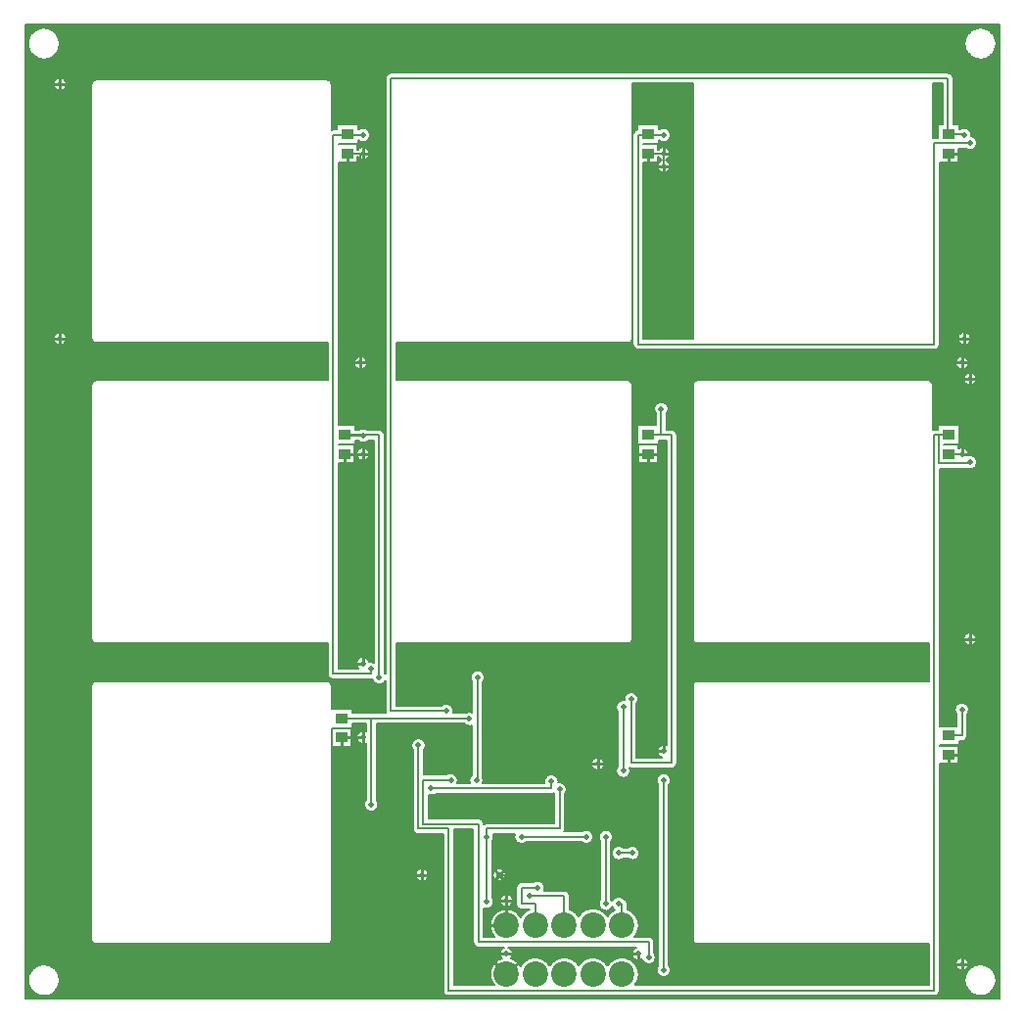
<source format=gbr>
G04 EasyPC Gerber Version 20.0.2 Build 4112 *
%FSLAX35Y35*%
%MOIN*%
%ADD74C,0.00500*%
%ADD75C,0.00787*%
%ADD11C,0.01000*%
%ADD21C,0.01969*%
%ADD86R,0.04331X0.03740*%
%ADD80C,0.08661*%
X0Y0D02*
D02*
D11*
X13152Y230535D02*
X11152D01*
X13152Y317150D02*
X11152D01*
X13636Y230051D02*
Y228051D01*
Y231020D02*
Y233020D01*
Y316665D02*
Y314665D01*
Y317634D02*
Y319634D01*
X14120Y230535D02*
X16120D01*
X14120Y317150D02*
X16120D01*
X109502Y93339D02*
Y91339D01*
X110486Y189795D02*
Y187795D01*
X111167Y94709D02*
X113167D01*
X111470Y292157D02*
Y290157D01*
X112152Y191165D02*
X114152D01*
X115514Y222268D02*
X113514D01*
X115998Y221783D02*
Y219783D01*
Y222752D02*
Y224752D01*
X116301Y94709D02*
X114301D01*
X116301Y119906D02*
X114301D01*
X116301Y191165D02*
X114301D01*
X116482Y222268D02*
X118482D01*
X116785Y94224D02*
Y92224D01*
Y95193D02*
Y97193D01*
Y120390D02*
Y122390D01*
Y190681D02*
Y188681D01*
Y191650D02*
Y193650D01*
Y293043D02*
Y291043D01*
Y294012D02*
Y296012D01*
X117270Y191165D02*
X119270D01*
X117270Y293528D02*
X119270D01*
X136380Y47858D02*
X134380D01*
X136864Y47374D02*
Y45374D01*
Y48343D02*
Y50343D01*
X137348Y47858D02*
X139348D01*
X161774Y30732D02*
X159774D01*
X162896Y16709D02*
X161481Y18123D01*
X162900Y47516D02*
X161485Y46102D01*
X162900Y48201D02*
X161485Y49615D01*
X163585Y47516D02*
X164999Y46102D01*
X163585Y48201D02*
X164999Y49615D01*
X165120Y21087D02*
X163120D01*
X165120Y39197D02*
X163120D01*
X165604Y34563D02*
Y36563D01*
Y38713D02*
Y36713D01*
Y39681D02*
Y41681D01*
X166089Y21087D02*
X168089D01*
X166089Y39197D02*
X168089D01*
X168313Y16709D02*
X169727Y18123D01*
X196222Y85654D02*
X194222D01*
X196707Y85169D02*
Y83169D01*
Y86138D02*
Y88138D01*
X197191Y85654D02*
X199191D01*
X210002Y21087D02*
X208002D01*
X210486Y20602D02*
Y18602D01*
X212167Y191165D02*
X210167D01*
X213833Y189795D02*
Y187795D01*
Y292157D02*
Y290157D01*
X215498Y191165D02*
X217498D01*
X218663Y89984D02*
X216663D01*
X218663Y289197D02*
X216663D01*
X219148Y90469D02*
Y92469D01*
Y288713D02*
Y286713D01*
Y294012D02*
Y296012D01*
X219632Y289197D02*
X221632D01*
X219632Y293528D02*
X221632D01*
X316195Y87433D02*
Y85433D01*
Y292157D02*
Y290157D01*
X317860Y88803D02*
X319860D01*
X317860Y293528D02*
X319860D01*
X320238Y17543D02*
X318238D01*
X320238Y222268D02*
X318238D01*
X320722Y17059D02*
Y15059D01*
Y18028D02*
Y20028D01*
Y191650D02*
Y193650D01*
Y221783D02*
Y219783D01*
Y222752D02*
Y224752D01*
X321026Y230535D02*
X319026D01*
X321207Y17543D02*
X323207D01*
X321207Y191165D02*
X323207D01*
X321207Y222268D02*
X323207D01*
X321510Y230051D02*
Y228051D01*
Y231020D02*
Y233020D01*
X321994Y230535D02*
X323994D01*
X322994Y128173D02*
X320994D01*
X322994Y216756D02*
X320994D01*
X323478Y127689D02*
Y125689D01*
Y128657D02*
Y130657D01*
Y216272D02*
Y214272D01*
Y217240D02*
Y219240D01*
X323963Y128173D02*
X325963D01*
X323963Y216756D02*
X325963D01*
D02*
D21*
X13636Y230535D03*
Y317150D03*
X115998Y222268D03*
X116785Y94709D03*
Y119906D03*
Y191165D03*
Y197465D03*
Y293528D03*
Y299827D03*
X119541Y71874D03*
Y117937D03*
X122297Y115181D03*
X135683Y91953D03*
X136864Y47858D03*
X140014Y77386D03*
X145132Y103764D03*
X146707Y80142D03*
X153006Y101008D03*
X155368Y80142D03*
X155762Y115181D03*
X158911Y38803D03*
Y60850D03*
X163242Y47858D03*
X165604Y21087D03*
Y39197D03*
X170722Y60850D03*
X173478Y40772D03*
X176234Y43528D03*
X180959Y79748D03*
X183715Y76992D03*
X192770Y60850D03*
X196707Y85654D03*
X199463Y38016D03*
Y60850D03*
X203793Y38016D03*
Y55339D03*
X205368Y83291D03*
Y104945D03*
X208124Y107701D03*
X208518Y55339D03*
X210486Y21087D03*
X214030Y19906D03*
X218360Y206520D03*
X219148Y15575D03*
Y80142D03*
Y89984D03*
Y289197D03*
Y293528D03*
Y299827D03*
X320722Y17543D03*
Y104157D03*
Y191165D03*
Y222268D03*
X321510Y230535D03*
Y299827D03*
X323478Y128173D03*
Y188409D03*
Y216756D03*
Y297071D03*
D02*
D74*
X1750Y337303D02*
Y5657D01*
X333396*
Y337303*
X1750*
X2756Y12031D02*
X2771Y12433D01*
X2816Y12831*
X2891Y13226*
X2994Y13614*
X3127Y13993*
X3288Y14360*
X3475Y14715*
X3689Y15055*
X3927Y15378*
X4189Y15682*
X4472Y15966*
X4777Y16228*
X5100Y16466*
X5439Y16679*
X5794Y16867*
X6162Y17028*
X6541Y17160*
X6928Y17264*
X7323Y17339*
X7722Y17384*
X8123Y17399*
X8524Y17384*
X8923Y17339*
X9317Y17265*
X9705Y17161*
X10084Y17028*
X10452Y16868*
X10806Y16681*
X11146Y16467*
X11469Y16229*
X11773Y15967*
X12057Y15683*
X12319Y15380*
X12557Y15057*
X12771Y14717*
X12959Y14362*
X13120Y13994*
X13252Y13616*
X13356Y13228*
X13431Y12834*
X13476Y12435*
X13492Y12031*
X13477Y11630*
X13432Y11231*
X13357Y10837*
X13254Y10449*
X13121Y10070*
X12960Y9703*
X12773Y9348*
X12559Y9008*
X12321Y8685*
X12059Y8381*
X11776Y8097*
X11471Y7835*
X11148Y7597*
X10809Y7384*
X10454Y7196*
X10086Y7035*
X9707Y6903*
X9320Y6799*
X8925Y6724*
X8526Y6679*
X8125Y6664*
X7724Y6679*
X7325Y6724*
X6931Y6798*
X6543Y6902*
X6164Y7035*
X5796Y7195*
X5442Y7382*
X5102Y7596*
X4779Y7834*
X4475Y8096*
X4191Y8380*
X3929Y8683*
X3691Y9006*
X3477Y9346*
X3289Y9701*
X3128Y10069*
X2996Y10447*
X2892Y10835*
X2817Y11229*
X2772Y11628*
X2756Y12031*
Y330929D02*
X2771Y331330D01*
X2816Y331729*
X2891Y332124*
X2994Y332511*
X3127Y332890*
X3288Y333258*
X3475Y333613*
X3689Y333952*
X3927Y334275*
X4189Y334580*
X4472Y334863*
X4777Y335125*
X5100Y335363*
X5439Y335577*
X5794Y335765*
X6162Y335925*
X6541Y336058*
X6928Y336162*
X7323Y336237*
X7722Y336281*
X8123Y336296*
X8524Y336281*
X8923Y336237*
X9317Y336162*
X9705Y336058*
X10084Y335926*
X10452Y335766*
X10806Y335578*
X11146Y335365*
X11469Y335127*
X11773Y334865*
X12057Y334581*
X12319Y334277*
X12557Y333954*
X12771Y333615*
X12959Y333260*
X13120Y332892*
X13252Y332513*
X13356Y332126*
X13431Y331731*
X13476Y331333*
X13492Y330929*
X13477Y330528*
X13432Y330129*
X13357Y329735*
X13254Y329347*
X13121Y328968*
X12960Y328600*
X12773Y328246*
X12559Y327906*
X12321Y327583*
X12059Y327279*
X11776Y326995*
X11471Y326733*
X11148Y326495*
X10809Y326281*
X10454Y326094*
X10086Y325933*
X9707Y325800*
X9320Y325696*
X8925Y325622*
X8526Y325577*
X8125Y325562*
X7724Y325577*
X7325Y325622*
X6931Y325696*
X6543Y325800*
X6164Y325932*
X5796Y326093*
X5442Y326280*
X5102Y326493*
X4779Y326731*
X4475Y326993*
X4191Y327277*
X3929Y327581*
X3691Y327904*
X3477Y328244*
X3289Y328598*
X3128Y328966*
X2996Y329345*
X2892Y329733*
X2817Y330127*
X2772Y330526*
X2756Y330929*
X11402Y230535D02*
X11417Y230795D01*
X11462Y231051*
X11536Y231300*
X11639Y231538*
X11769Y231763*
X11924Y231972*
X12102Y232161*
X12302Y232328*
X12519Y232470*
X12751Y232587*
X12995Y232676*
X13248Y232736*
X13506Y232766*
X13765*
X14023Y232736*
X14276Y232676*
X14520Y232587*
X14752Y232471*
X14969Y232328*
X15169Y232161*
X15347Y231972*
X15502Y231764*
X15632Y231539*
X15735Y231301*
X15810Y231052*
X15855Y230796*
X15870Y230535*
X15855Y230276*
X15810Y230020*
X15735Y229771*
X15633Y229533*
X15503Y229307*
X15348Y229099*
X15169Y228910*
X14970Y228743*
X14753Y228600*
X14521Y228484*
X14277Y228395*
X14024Y228335*
X13766Y228305*
X13506*
X13248Y228335*
X12996Y228394*
X12752Y228483*
X12519Y228600*
X12302Y228743*
X12103Y228909*
X11925Y229098*
X11770Y229307*
X11640Y229531*
X11537Y229770*
X11462Y230019*
X11417Y230275*
X11402Y230535*
Y317150D02*
X11417Y317409D01*
X11462Y317665*
X11536Y317914*
X11639Y318152*
X11769Y318378*
X11924Y318586*
X12102Y318775*
X12302Y318942*
X12519Y319085*
X12751Y319201*
X12995Y319290*
X13248Y319350*
X13506Y319380*
X13765*
X14023Y319350*
X14276Y319291*
X14520Y319202*
X14752Y319085*
X14969Y318943*
X15169Y318776*
X15347Y318587*
X15502Y318378*
X15632Y318154*
X15735Y317915*
X15810Y317666*
X15855Y317410*
X15870Y317150*
X15855Y316890*
X15810Y316634*
X15735Y316385*
X15633Y316147*
X15503Y315922*
X15348Y315713*
X15169Y315524*
X14970Y315357*
X14753Y315215*
X14521Y315098*
X14277Y315009*
X14024Y314949*
X13766Y314919*
X13506*
X13248Y314949*
X12996Y315009*
X12752Y315098*
X12519Y315214*
X12302Y315357*
X12103Y315524*
X11925Y315713*
X11770Y315921*
X11640Y316146*
X11537Y316384*
X11462Y316633*
X11417Y316889*
X11402Y317150*
X323896Y299450D02*
X324148Y299391D01*
X324393Y299306*
X324628Y299195*
X324849Y299059*
X325054Y298901*
X325242Y298722*
X325409Y298523*
X325553Y298307*
X325674Y298078*
X325769Y297837*
X325838Y297587*
X325880Y297331*
X325894Y297071*
X325880Y296809*
X325837Y296550*
X325767Y296296*
X325669Y296053*
X325545Y295821*
X325397Y295604*
X325227Y295404*
X325035Y295224*
X324826Y295066*
X324600Y294932*
X324361Y294823*
X324112Y294740*
X323855Y294685*
X323594Y294658*
X323331Y294660*
X323070Y294690*
X322814Y294748*
X322565Y294834*
X322328Y294946*
X322104Y295084*
X321896Y295246*
X319610*
Y290407*
X313098*
Y228567*
X313083Y228329*
X313036Y228094*
X312959Y227869*
X312854Y227654*
X312721Y227456*
X312564Y227276*
X312384Y227119*
X312186Y226986*
X311972Y226881*
X311746Y226804*
X311511Y226757*
X311274Y226742*
X210486*
X210248Y226758*
X210014Y226804*
X209788Y226881*
X209574Y226987*
X209375Y227119*
X209196Y227277*
X209038Y227456*
X208906Y227655*
X208800Y227869*
X208723Y228095*
X208677Y228329*
X208661Y228567*
Y299827*
X208677Y300064*
X208723Y300297*
X208799Y300522*
X208904Y300735*
X209035Y300933*
X209191Y301113*
X209369Y301270*
X209566Y301403*
X209778Y301509*
X210003Y301587*
X210236Y301634*
Y303325*
X217429*
Y301652*
X217565*
X217773Y301813*
X217996Y301950*
X218234Y302063*
X218482Y302148*
X218738Y302207*
X218999Y302237*
X219261Y302239*
X219523Y302213*
X219780Y302158*
X220029Y302076*
X220268Y301967*
X220493Y301832*
X220703Y301674*
X220894Y301494*
X221065Y301295*
X221213Y301078*
X221337Y300846*
X221435Y300602*
X221506Y300350*
X221548Y300091*
X221563Y299827*
X221549Y299565*
X221506Y299306*
X221436Y299052*
X221338Y298809*
X221215Y298577*
X221067Y298360*
X220896Y298160*
X220705Y297980*
X220495Y297822*
X220269Y297688*
X220030Y297579*
X219781Y297496*
X219524Y297441*
X219263Y297414*
X219000Y297416*
X218739Y297446*
X218483Y297504*
X218235Y297590*
X217997Y297702*
X217773Y297840*
X217565Y298002*
X217429*
Y296722*
X212311*
Y296648*
X217248*
Y294704*
X217399Y294918*
X217574Y295114*
X217771Y295287*
X217987Y295437*
X218219Y295559*
X218464Y295654*
X218719Y295720*
X218979Y295755*
X219241Y295759*
X219502Y295733*
X219759Y295676*
X220006Y295589*
X220242Y295474*
X220463Y295333*
X220666Y295166*
X220848Y294976*
X221006Y294767*
X221139Y294541*
X221244Y294300*
X221320Y294049*
X221366Y293791*
X221382Y293528*
X221369Y293282*
X221328Y293039*
X221261Y292803*
X221169Y292575*
X221052Y292358*
X220911Y292156*
X220750Y291970*
X220569Y291804*
X220371Y291658*
X220158Y291535*
X219933Y291436*
X219698Y291362*
X219933Y291289*
X220158Y291190*
X220371Y291067*
X220569Y290921*
X220750Y290754*
X220911Y290569*
X221051Y290367*
X221168Y290151*
X221261Y289923*
X221328Y289686*
X221368Y289444*
X221382Y289197*
X221367Y288937*
X221322Y288681*
X221247Y288433*
X221144Y288194*
X221015Y287969*
X220859Y287761*
X220681Y287572*
X220482Y287405*
X220265Y287262*
X220033Y287145*
X219789Y287056*
X219536Y286996*
X219278Y286966*
X219018*
X218760Y286996*
X218507Y287056*
X218263Y287145*
X218031Y287261*
X217814Y287404*
X217615Y287571*
X217437Y287760*
X217281Y287968*
X217152Y288193*
X217048Y288431*
X216974Y288680*
X216928Y288936*
X216913Y289197*
X216927Y289443*
X216967Y289685*
X217034Y289922*
X217127Y290150*
X217244Y290366*
X217384Y290569*
X217545Y290754*
X217726Y290920*
X217924Y291066*
X218137Y291189*
X218362Y291289*
X218597Y291362*
X218364Y291435*
X218139Y291534*
X217927Y291656*
X217730Y291801*
X217550Y291967*
X217388Y292151*
X217248Y292352*
Y290407*
X212311*
Y230392*
X229072*
X229065Y230535*
Y317150*
X229072Y317293*
X208436*
X208443Y317150*
Y230535*
X208428Y230322*
X208382Y230113*
X208307Y229913*
X208205Y229725*
X208076Y229554*
X207925Y229402*
X207754Y229274*
X207566Y229171*
X207366Y229096*
X207157Y229051*
X206943Y229035*
X128203*
X128059Y229043*
Y216280*
X128203Y216287*
X206943*
X207156Y216272*
X207365Y216226*
X207566Y216152*
X207754Y216049*
X207925Y215921*
X208076Y215770*
X208204Y215598*
X208307Y215411*
X208382Y215210*
X208428Y215001*
X208443Y214787*
Y128173*
X208428Y127960*
X208382Y127751*
X208307Y127550*
X208205Y127363*
X208076Y127191*
X207925Y127040*
X207754Y126912*
X207566Y126809*
X207366Y126734*
X207157Y126689*
X206943Y126673*
X128203*
X128059Y126680*
Y105589*
X143550*
X143765Y105755*
X143998Y105896*
X144245Y106011*
X144504Y106096*
X144770Y106152*
X145041Y106178*
X145313Y106172*
X145583Y106137*
X145848Y106071*
X146103Y105976*
X146346Y105852*
X146573Y105702*
X146782Y105528*
X146970Y105331*
X147135Y105114*
X147274Y104880*
X147386Y104632*
X147470Y104373*
X147524Y104106*
X147547Y103835*
X147540Y103563*
X147502Y103293*
X147433Y103030*
X151684*
X151911Y103161*
X152150Y103267*
X152399Y103346*
X152655Y103398*
X152915Y103422*
X153177Y103417*
X153436Y103385*
X153691Y103324*
X153937Y103237*
Y113599*
X153785Y113793*
X153654Y114002*
X153545Y114222*
X153459Y114453*
X153397Y114691*
X153359Y114935*
X153346Y115181*
X153362Y115452*
X153407Y115719*
X153482Y115979*
X153585Y116229*
X153717Y116466*
X153873Y116687*
X154054Y116889*
X154256Y117069*
X154476Y117226*
X154713Y117357*
X154964Y117461*
X155224Y117536*
X155491Y117581*
X155761Y117596*
X156032Y117581*
X156299Y117536*
X156559Y117461*
X156809Y117358*
X157046Y117227*
X157267Y117070*
X157469Y116890*
X157650Y116688*
X157807Y116467*
X157938Y116230*
X158042Y115980*
X158117Y115719*
X158162Y115452*
X158177Y115181*
X158165Y114935*
X158127Y114692*
X158065Y114453*
X157979Y114222*
X157870Y114002*
X157739Y113793*
X157587Y113599*
Y81097*
X157671Y80870*
X157733Y80636*
X157770Y80396*
X157783Y80155*
X157772Y79913*
X157737Y79674*
X157679Y79439*
X157597Y79211*
X178604*
X178559Y79478*
X178543Y79748*
X178559Y80019*
X178604Y80285*
X178679Y80546*
X178782Y80796*
X178913Y81033*
X179070Y81254*
X179250Y81456*
X179452Y81636*
X179673Y81793*
X179910Y81924*
X180161Y82028*
X180421Y82103*
X180688Y82148*
X180958Y82163*
X181229Y82148*
X181496Y82103*
X181756Y82028*
X182006Y81925*
X182243Y81794*
X182464Y81637*
X182666Y81457*
X182847Y81255*
X183004Y81034*
X183135Y80797*
X183239Y80546*
X183314Y80286*
X183359Y80019*
X183374Y79748*
X183367Y79563*
X183346Y79379*
X183612Y79405*
X183879Y79402*
X184144Y79369*
X184405Y79306*
X184656Y79216*
X184896Y79098*
X185122Y78954*
X185330Y78787*
X185519Y78597*
X185685Y78387*
X185828Y78161*
X185944Y77920*
X186033Y77668*
X186093Y77407*
X186125Y77141*
X186126Y76874*
X186098Y76608*
X186041Y76346*
X185956Y76093*
X185842Y75850*
X185703Y75622*
X185539Y75410*
Y63606*
X185529Y63411*
X185498Y63219*
X185446Y63030*
X185374Y62848*
X185284Y62675*
X191187*
X191395Y62836*
X191619Y62974*
X191856Y63086*
X192104Y63172*
X192360Y63231*
X192621Y63261*
X192883Y63263*
X193145Y63236*
X193402Y63181*
X193651Y63099*
X193890Y62990*
X194115Y62856*
X194325Y62698*
X194517Y62518*
X194687Y62319*
X194835Y62102*
X194959Y61870*
X195057Y61626*
X195128Y61373*
X195170Y61114*
X195185Y60850*
X195171Y60588*
X195128Y60329*
X195058Y60076*
X194960Y59832*
X194837Y59600*
X194689Y59383*
X194518Y59184*
X194327Y59004*
X194117Y58846*
X193891Y58711*
X193652Y58602*
X193403Y58520*
X193146Y58465*
X192885Y58438*
X192622Y58439*
X192361Y58470*
X192105Y58528*
X191857Y58614*
X191619Y58726*
X191395Y58863*
X191187Y59026*
X172305*
X172091Y58861*
X171861Y58720*
X171617Y58607*
X171361Y58521*
X171097Y58464*
X170829Y58437*
X170559Y58441*
X170291Y58474*
X170029Y58537*
X169776Y58628*
X169534Y58748*
X169307Y58893*
X169097Y59063*
X168908Y59256*
X168742Y59468*
X168600Y59697*
X168485Y59941*
X168397Y60196*
X168339Y60459*
X168310Y60728*
X168311Y60997*
X168343Y61265*
X168404Y61528*
X168494Y61781*
X161140*
X161230Y61529*
X161291Y61268*
X161322Y61002*
X161324Y60733*
X161296Y60467*
X161239Y60205*
X161153Y59951*
X161040Y59708*
X160900Y59480*
X160736Y59268*
Y40385*
X160901Y40172*
X161041Y39942*
X161155Y39697*
X161241Y39442*
X161298Y39178*
X161324Y38909*
X161321Y38640*
X161288Y38372*
X161225Y38110*
X161133Y37856*
X161014Y37615*
X160869Y37387*
X160698Y37178*
X160506Y36989*
X160294Y36822*
X160065Y36681*
X159821Y36565*
X159566Y36478*
X159302Y36420*
X159034Y36391*
X158765Y36392*
X158497Y36424*
X158234Y36485*
X157980Y36574*
Y26848*
X161597*
X161335Y27138*
X161094Y27445*
X160875Y27769*
X160680Y28106*
X160508Y28457*
X160361Y28819*
X160241Y29190*
X160146Y29569*
X160078Y29954*
X160037Y30342*
X160024Y30732*
X160039Y31148*
X160085Y31562*
X160163Y31971*
X160270Y32374*
X160407Y32767*
X160574Y33149*
X160768Y33517*
X160989Y33870*
X161236Y34206*
X161507Y34522*
X161801Y34817*
X162116Y35089*
X162451Y35337*
X162803Y35559*
X163170Y35754*
X163552Y35922*
X163944Y36060*
X164346Y36169*
X164755Y36248*
X165169Y36296*
X165585Y36313*
X166001Y36299*
X166415Y36254*
X166824Y36178*
X167227Y36071*
X167621Y35935*
X168003Y35770*
X168372Y35578*
X168726Y35358*
X169062Y35112*
X169379Y34842*
X169675Y34549*
X169948Y34235*
X170197Y33902*
X170421Y33550*
X170641Y33911*
X170887Y34255*
X171158Y34580*
X171452Y34884*
X171767Y35166*
X172102Y35424*
X172455Y35656*
X172824Y35863*
X173207Y36041*
X173602Y36191*
X170722*
X170484Y36207*
X170250Y36253*
X170024Y36330*
X169810Y36435*
X169611Y36568*
X169432Y36726*
X169274Y36905*
X169142Y37104*
X169036Y37318*
X168959Y37544*
X168913Y37778*
X168898Y38016*
Y43528*
X168913Y43766*
X168960Y44000*
X169037Y44226*
X169142Y44440*
X169275Y44639*
X169432Y44818*
X169612Y44976*
X169810Y45108*
X170024Y45214*
X170250Y45291*
X170485Y45337*
X170722Y45352*
X174652*
X174865Y45517*
X175096Y45657*
X175340Y45771*
X175596Y45857*
X175859Y45914*
X176128Y45941*
X176398Y45937*
X176665Y45904*
X176928Y45841*
X177181Y45750*
X177423Y45630*
X177650Y45485*
X177859Y45315*
X178048Y45122*
X178215Y44910*
X178357Y44681*
X178472Y44437*
X178559Y44182*
X178618Y43919*
X178646Y43650*
X178645Y43381*
X178614Y43113*
X178553Y42850*
X178463Y42596*
X185289*
X185528Y42581*
X185762Y42534*
X185988Y42457*
X186202Y42352*
X186400Y42219*
X186580Y42062*
X186737Y41882*
X186870Y41684*
X186976Y41470*
X187052Y41244*
X187099Y41009*
X187114Y40772*
Y36198*
X187493Y36056*
X187861Y35889*
X188216Y35696*
X188556Y35478*
X188881Y35238*
X189188Y34975*
X189476Y34691*
X189743Y34388*
X189988Y34067*
X190211Y33729*
X190443Y34080*
X190700Y34414*
X190981Y34728*
X191284Y35020*
X191607Y35290*
X191950Y35535*
X192309Y35755*
X192684Y35948*
X193071Y36113*
X193470Y36249*
X193877Y36356*
X194291Y36432*
X194710Y36478*
X195131Y36494*
X195552Y36478*
X195971Y36432*
X196385Y36356*
X196793Y36249*
X197191Y36113*
X197579Y35948*
X197954Y35755*
X198313Y35535*
X198656Y35290*
X198979Y35020*
X199282Y34728*
X199563Y34414*
X199820Y34081*
X200053Y33729*
X200286Y34081*
X200544Y34416*
X200826Y34731*
X201131Y35024*
X201456Y35294*
X201800Y35540*
X202161Y35760*
X202537Y35953*
X202312Y36108*
X202107Y36287*
X201922Y36488*
X201762Y36709*
X201628Y36946*
X201495Y36711*
X201337Y36492*
X201156Y36293*
X200953Y36115*
X200731Y35960*
X200494Y35831*
X200244Y35730*
X199985Y35657*
X199718Y35613*
X199448Y35600*
X199179Y35617*
X198913Y35663*
X198654Y35739*
X198406Y35843*
X198170Y35975*
X197950Y36132*
X197749Y36312*
X197570Y36514*
X197414Y36734*
X197284Y36971*
X197181Y37220*
X197107Y37480*
X197062Y37746*
X197047Y38016*
X197060Y38262*
X197097Y38505*
X197159Y38744*
X197246Y38974*
X197355Y39195*
X197486Y39404*
X197638Y39598*
Y59268*
X197486Y59462*
X197355Y59671*
X197246Y59892*
X197160Y60122*
X197098Y60361*
X197060Y60604*
X197047Y60850*
X197063Y61121*
X197108Y61388*
X197183Y61648*
X197286Y61898*
X197417Y62135*
X197574Y62356*
X197754Y62558*
X197956Y62739*
X198177Y62895*
X198414Y63026*
X198665Y63130*
X198925Y63205*
X199192Y63250*
X199462Y63266*
X199733Y63251*
X200000Y63206*
X200260Y63131*
X200510Y63027*
X200747Y62896*
X200968Y62739*
X201170Y62559*
X201351Y62357*
X201507Y62136*
X201639Y61899*
X201743Y61649*
X201818Y61389*
X201863Y61122*
X201878Y60850*
X201865Y60604*
X201828Y60361*
X201766Y60122*
X201680Y59892*
X201570Y59671*
X201439Y59462*
X201287Y59268*
Y39598*
X201415Y39437*
X201529Y39266*
X201628Y39086*
X201758Y39317*
X201913Y39531*
X202090Y39728*
X202287Y39904*
X202503Y40058*
X202734Y40187*
X202978Y40289*
X203232Y40365*
X203492Y40412*
X203756Y40431*
X204021Y40420*
X204283Y40381*
X204539Y40313*
X204785Y40218*
X205020Y40096*
X205241Y39949*
X205444Y39779*
X205670Y39703*
X205885Y39597*
X206084Y39465*
X206264Y39307*
X206422Y39128*
X206554Y38929*
X206660Y38715*
X206737Y38488*
X206783Y38254*
X206799Y38016*
Y36198*
X207196Y36048*
X207581Y35870*
X207952Y35665*
X208307Y35432*
X208644Y35174*
X208961Y34893*
X209256Y34588*
X209528Y34262*
X209775Y33918*
X209996Y33556*
X210191Y33179*
X210356Y32788*
X210493Y32387*
X210600Y31976*
X210676Y31559*
X210721Y31137*
X210735Y30713*
X210719Y30289*
X210670Y29868*
X210591Y29451*
X210482Y29041*
X210343Y28641*
X210174Y28251*
X209978Y27875*
X209754Y27515*
X209504Y27172*
X209230Y26848*
X214030*
X214268Y26833*
X214502Y26786*
X214728Y26709*
X214942Y26604*
X215141Y26471*
X215320Y26314*
X215478Y26134*
X215610Y25936*
X215716Y25722*
X215793Y25496*
X215839Y25261*
X215854Y25024*
Y21488*
X216006Y21294*
X216137Y21085*
X216246Y20864*
X216332Y20633*
X216394Y20395*
X216432Y20152*
X216445Y19906*
X216429Y19630*
X216382Y19359*
X216305Y19094*
X216198Y18840*
X216062Y18600*
X215900Y18377*
X215714Y18174*
X215506Y17993*
X215278Y17837*
X215035Y17709*
X214778Y17609*
X214511Y17538*
X214239Y17499*
X213963Y17491*
X213688Y17514*
X213418Y17568*
X213156Y17653*
X212905Y17767*
X212669Y17909*
X212450Y18078*
X212252Y18269*
X212078Y18482*
X211928Y18714*
X211806Y18961*
X211714Y19220*
X211495Y19093*
X211263Y18992*
X211021Y18917*
X210772Y18871*
X210520Y18853*
X210267Y18863*
X210017Y18902*
X209774Y18969*
X209539Y19063*
X209317Y19183*
X209109Y19328*
X208919Y19495*
X208750Y19682*
X208602Y19887*
X208478Y20108*
X208381Y20341*
X208310Y20584*
X208267Y20833*
X208252Y21087*
X208266Y21338*
X208308Y21586*
X208378Y21828*
X208475Y22060*
X208597Y22280*
X208743Y22484*
X208911Y22671*
X209099Y22838*
X209305Y22983*
X209525Y23104*
X209758Y23199*
X166333*
X166574Y23100*
X166802Y22973*
X167014Y22820*
X167206Y22644*
X167377Y22447*
X167523Y22231*
X167644Y22000*
X167736Y21756*
X167800Y21503*
X167833Y21244*
X167836Y20984*
X167809Y20724*
X167752Y20470*
X167665Y20224*
X167551Y19990*
X167410Y19770*
X167244Y19569*
X167056Y19389*
X167433Y19272*
X167802Y19130*
X168159Y18962*
X168503Y18769*
X168833Y18552*
X169147Y18312*
X169443Y18051*
X169720Y17770*
X169976Y17469*
X170210Y17152*
X170421Y16818*
X170637Y17172*
X170877Y17509*
X171141Y17828*
X171426Y18127*
X171733Y18405*
X172059Y18660*
X172402Y18891*
X172761Y19097*
X173134Y19276*
X173519Y19429*
X173913Y19553*
X174315Y19649*
X174724Y19715*
X175136Y19752*
X175550Y19760*
X175963Y19738*
X176373Y19686*
X176779Y19605*
X177178Y19494*
X177568Y19356*
X177947Y19190*
X178313Y18997*
X178664Y18778*
X178999Y18535*
X179315Y18269*
X179612Y17980*
X179887Y17671*
X180139Y17343*
X180368Y16996*
X180600Y17348*
X180857Y17681*
X181138Y17995*
X181441Y18288*
X181765Y18557*
X182107Y18803*
X182467Y19022*
X182841Y19215*
X183229Y19380*
X183627Y19517*
X184035Y19623*
X184449Y19700*
X184868Y19746*
X185289Y19761*
X185709Y19746*
X186128Y19700*
X186543Y19624*
X186950Y19517*
X187349Y19381*
X187737Y19216*
X188111Y19023*
X188470Y18803*
X188813Y18558*
X189137Y18288*
X189440Y17996*
X189720Y17682*
X189978Y17348*
X190211Y16996*
X190443Y17348*
X190700Y17681*
X190981Y17995*
X191284Y18288*
X191607Y18557*
X191950Y18803*
X192309Y19022*
X192684Y19215*
X193071Y19380*
X193470Y19517*
X193877Y19623*
X194291Y19700*
X194710Y19746*
X195131Y19761*
X195552Y19746*
X195971Y19700*
X196385Y19624*
X196793Y19517*
X197191Y19381*
X197579Y19216*
X197954Y19023*
X198313Y18803*
X198656Y18558*
X198979Y18288*
X199282Y17996*
X199563Y17682*
X199820Y17348*
X200053Y16996*
X200281Y17343*
X200534Y17672*
X200810Y17982*
X201108Y18272*
X201426Y18539*
X201762Y18783*
X202115Y19002*
X202482Y19194*
X202863Y19361*
X203254Y19499*
X203654Y19608*
X204061Y19689*
X204473Y19739*
X204888Y19761*
X205303Y19752*
X205716Y19713*
X206126Y19645*
X206529Y19548*
X206924Y19421*
X207310Y19267*
X207683Y19085*
X208042Y18877*
X208385Y18643*
X208711Y18386*
X209017Y18106*
X209302Y17804*
X209565Y17482*
X209804Y17143*
X210017Y16787*
X210205Y16417*
X210365Y16034*
X210497Y15641*
X210601Y15239*
X210676Y14830*
X210720Y14418*
X210736Y14000*
X210722Y13600*
X210681Y13203*
X210612Y12809*
X210516Y12420*
X210393Y12040*
X210244Y11669*
X210069Y11309*
X209870Y10962*
X209648Y10630*
X209402Y10313*
X309449*
Y24318*
X309305Y24311*
X230565*
X230352Y24326*
X230143Y24372*
X229942Y24447*
X229754Y24549*
X229583Y24678*
X229432Y24829*
X229304Y25000*
X229201Y25188*
X229126Y25388*
X229080Y25597*
X229065Y25811*
Y112425*
X229080Y112639*
X229126Y112848*
X229201Y113048*
X229303Y113236*
X229431Y113407*
X229583Y113558*
X229754Y113687*
X229942Y113789*
X230142Y113864*
X230351Y113910*
X230565Y113925*
X309305*
X309449Y113918*
Y126680*
X309305Y126673*
X230565*
X230352Y126689*
X230143Y126734*
X229942Y126809*
X229754Y126911*
X229583Y127040*
X229432Y127191*
X229304Y127362*
X229201Y127550*
X229126Y127750*
X229080Y127959*
X229065Y128173*
Y214787*
X229080Y215001*
X229126Y215210*
X229201Y215410*
X229303Y215598*
X229431Y215769*
X229583Y215920*
X229754Y216049*
X229942Y216152*
X230142Y216226*
X230351Y216272*
X230565Y216287*
X309305*
X309519Y216272*
X309728Y216226*
X309928Y216152*
X310116Y216049*
X310287Y215921*
X310438Y215770*
X310567Y215598*
X310669Y215411*
X310744Y215210*
X310790Y215001*
X310805Y214787*
Y199425*
X311037Y199471*
X311274Y199486*
X312598*
Y200963*
X319791*
Y194360*
X314673*
Y194285*
X319610*
Y193103*
X319843Y193219*
X320087Y193307*
X320339Y193367*
X320597Y193396*
X320857Y193396*
X321115Y193365*
X321367Y193305*
X321611Y193216*
X321843Y193099*
X322059Y192956*
X322257Y192789*
X322435Y192600*
X322590Y192392*
X322720Y192167*
X322822Y191929*
X322897Y191680*
X322942Y191424*
X322957Y191165*
X322947Y190961*
X322919Y190759*
X323187Y190807*
X323459Y190825*
X323731Y190812*
X324000Y190768*
X324262Y190694*
X324514Y190592*
X324753Y190461*
X324976Y190305*
X325180Y190124*
X325362Y189922*
X325520Y189700*
X325653Y189462*
X325757Y189211*
X325833Y188950*
X325879Y188681*
X325894Y188409*
X325879Y188144*
X325835Y187883*
X325763Y187628*
X325664Y187382*
X325538Y187149*
X325387Y186931*
X325214Y186730*
X325019Y186550*
X324806Y186392*
X324577Y186259*
X324335Y186151*
X324082Y186071*
X323822Y186019*
X323558Y185996*
X323293Y186002*
X323030Y186037*
X322772Y186100*
X322523Y186191*
X313098*
Y98600*
X318898*
Y102575*
X318746Y102769*
X318615Y102978*
X318506Y103199*
X318420Y103430*
X318357Y103668*
X318320Y103911*
X318307Y104157*
X318322Y104428*
X318368Y104695*
X318443Y104955*
X318546Y105206*
X318677Y105443*
X318834Y105663*
X319014Y105865*
X319216Y106046*
X319437Y106202*
X319674Y106333*
X319924Y106437*
X320185Y106512*
X320452Y106557*
X320722Y106573*
X320993Y106558*
X321259Y106513*
X321520Y106438*
X321770Y106334*
X322007Y106203*
X322228Y106046*
X322430Y105866*
X322611Y105664*
X322767Y105443*
X322898Y105206*
X323002Y104956*
X323078Y104696*
X323123Y104429*
X323138Y104157*
X323125Y103911*
X323088Y103668*
X323026Y103430*
X322939Y103199*
X322830Y102978*
X322699Y102769*
X322547Y102575*
Y95299*
X322531Y95061*
X322485Y94827*
X322408Y94601*
X322303Y94387*
X322170Y94188*
X322013Y94009*
X321833Y93851*
X321635Y93719*
X321420Y93613*
X321194Y93536*
X320960Y93490*
X320722Y93474*
X319791*
Y91998*
X313098*
Y91923*
X319610*
Y85683*
X313098*
Y8488*
X313083Y8250*
X313036Y8016*
X312959Y7790*
X312854Y7576*
X312721Y7377*
X312564Y7198*
X312384Y7040*
X312186Y6907*
X311972Y6802*
X311746Y6725*
X311511Y6679*
X311274Y6663*
X145919*
X145681Y6679*
X145447Y6726*
X145221Y6802*
X145007Y6908*
X144808Y7041*
X144629Y7198*
X144471Y7378*
X144339Y7576*
X144233Y7790*
X144156Y8016*
X144110Y8250*
X144094Y8488*
Y61781*
X135683*
X135445Y61797*
X135211Y61844*
X134985Y61920*
X134770Y62026*
X134572Y62159*
X134393Y62316*
X134235Y62496*
X134102Y62694*
X133997Y62908*
X133920Y63134*
X133874Y63369*
X133858Y63606*
Y90370*
X133707Y90565*
X133576Y90773*
X133467Y90994*
X133380Y91225*
X133318Y91463*
X133281Y91706*
X133268Y91953*
X133283Y92223*
X133328Y92490*
X133403Y92750*
X133507Y93001*
X133638Y93238*
X133794Y93459*
X133975Y93661*
X134177Y93841*
X134398Y93998*
X134635Y94129*
X134885Y94232*
X135145Y94307*
X135412Y94353*
X135683Y94368*
X135953Y94353*
X136220Y94308*
X136480Y94233*
X136731Y94130*
X136968Y93998*
X137189Y93842*
X137391Y93661*
X137571Y93459*
X137728Y93239*
X137859Y93002*
X137963Y92751*
X138038Y92491*
X138083Y92224*
X138098Y91953*
X138086Y91707*
X138048Y91463*
X137986Y91225*
X137900Y90994*
X137791Y90773*
X137660Y90565*
X137508Y90370*
Y81967*
X145124*
X145338Y82131*
X145568Y82272*
X145813Y82385*
X146068Y82471*
X146332Y82528*
X146600Y82555*
X146870Y82552*
X147138Y82519*
X147400Y82456*
X147654Y82364*
X147895Y82244*
X148122Y82099*
X148332Y81929*
X148521Y81737*
X148687Y81524*
X148829Y81295*
X148944Y81051*
X149032Y80796*
X149090Y80533*
X149119Y80265*
X149118Y79995*
X149086Y79727*
X149025Y79465*
X148935Y79211*
X153139*
X153050Y79463*
X152989Y79724*
X152957Y79991*
X152956Y80259*
X152983Y80525*
X153041Y80787*
X153126Y81041*
X153240Y81284*
X153380Y81513*
X153544Y81724*
X153730Y81917*
X153937Y82087*
Y98779*
X153683Y98689*
X153421Y98628*
X153154Y98597*
X152884Y98595*
X152617Y98624*
X152354Y98682*
X152099Y98769*
X151855Y98884*
X151626Y99025*
X151414Y99191*
X151222Y99380*
X121366*
Y73456*
X121518Y73262*
X121649Y73054*
X121758Y72833*
X121844Y72602*
X121906Y72364*
X121944Y72120*
X121957Y71874*
X121941Y71604*
X121896Y71337*
X121821Y71076*
X121718Y70826*
X121587Y70589*
X121430Y70368*
X121250Y70166*
X121048Y69986*
X120827Y69829*
X120590Y69698*
X120339Y69594*
X120079Y69519*
X119812Y69474*
X119542Y69459*
X119271Y69474*
X119004Y69519*
X118744Y69594*
X118494Y69697*
X118257Y69828*
X118036Y69985*
X117834Y70165*
X117653Y70367*
X117496Y70588*
X117365Y70825*
X117261Y71076*
X117186Y71336*
X117141Y71603*
X117126Y71874*
X117139Y72120*
X117176Y72363*
X117238Y72602*
X117324Y72833*
X117433Y73054*
X117565Y73262*
X117717Y73456*
Y92678*
X117472Y92582*
X117217Y92517*
X116957Y92481*
X116694Y92476*
X116433Y92502*
X116176Y92559*
X115928Y92645*
X115692Y92760*
X115471Y92902*
X115268Y93069*
X115086Y93258*
X114927Y93468*
X114794Y93694*
X114689Y93935*
X114613Y94187*
X114567Y94445*
X114551Y94709*
X114567Y94971*
X114613Y95230*
X114689Y95481*
X114794Y95722*
X114926Y95949*
X115085Y96159*
X115267Y96348*
X115470Y96515*
X115691Y96657*
X115927Y96772*
X116175Y96859*
X116432Y96916*
X116693Y96942*
X116956Y96937*
X117217Y96902*
X117471Y96836*
X117717Y96740*
Y99380*
X113098*
Y97904*
X106081*
Y25811*
X106065Y25598*
X106020Y25389*
X105945Y25188*
X105843Y25000*
X105714Y24829*
X105563Y24678*
X105392Y24550*
X105204Y24447*
X105004Y24372*
X104794Y24326*
X104581Y24311*
X25841*
X25627Y24326*
X25418Y24372*
X25218Y24447*
X25030Y24549*
X24859Y24678*
X24707Y24829*
X24579Y25000*
X24476Y25188*
X24402Y25388*
X24356Y25597*
X24341Y25811*
Y112425*
X24356Y112639*
X24402Y112848*
X24476Y113048*
X24579Y113236*
X24707Y113407*
X24858Y113558*
X25030Y113687*
X25217Y113789*
X25418Y113864*
X25627Y113910*
X25841Y113925*
X104581*
X104794Y113910*
X105003Y113864*
X105204Y113789*
X105391Y113687*
X105563Y113559*
X105714Y113407*
X105842Y113236*
X105945Y113048*
X106020Y112848*
X106065Y112639*
X106081Y112425*
Y104506*
X113098*
Y103030*
X124564*
X124497Y103206*
X124448Y103389*
X124419Y103575*
X124409Y103764*
Y114009*
X124263Y113778*
X124091Y113564*
X123896Y113371*
X123681Y113201*
X123448Y113057*
X123200Y112941*
X122940Y112853*
X122672Y112795*
X122399Y112768*
X122124Y112772*
X121852Y112807*
X121586Y112872*
X121329Y112968*
X121085Y113092*
X120856Y113243*
X120645Y113419*
X120456Y113618*
X120291Y113837*
X120152Y114073*
X120040Y114323*
X119957Y114585*
X119750Y114550*
X119541Y114537*
X106549*
X106311Y114553*
X106077Y114600*
X105851Y114676*
X105637Y114782*
X105438Y114915*
X105259Y115072*
X105101Y115252*
X104969Y115450*
X104863Y115664*
X104786Y115890*
X104740Y116124*
X104724Y116362*
Y126680*
X104581Y126673*
X25841*
X25627Y126689*
X25418Y126734*
X25218Y126809*
X25030Y126911*
X24859Y127040*
X24707Y127191*
X24579Y127362*
X24476Y127550*
X24402Y127750*
X24356Y127959*
X24341Y128173*
Y214787*
X24356Y215001*
X24402Y215210*
X24476Y215410*
X24579Y215598*
X24707Y215769*
X24858Y215920*
X25030Y216049*
X25217Y216152*
X25418Y216226*
X25627Y216272*
X25841Y216287*
X104581*
X104724Y216280*
Y229043*
X104581Y229035*
X25841*
X25627Y229051*
X25418Y229096*
X25218Y229171*
X25030Y229274*
X24859Y229402*
X24707Y229553*
X24579Y229724*
X24476Y229912*
X24402Y230113*
X24356Y230322*
X24341Y230535*
Y317150*
X24356Y317363*
X24402Y317572*
X24476Y317772*
X24579Y317960*
X24707Y318131*
X24858Y318283*
X25030Y318411*
X25217Y318514*
X25418Y318589*
X25627Y318634*
X25841Y318650*
X104581*
X104794Y318634*
X105003Y318589*
X105204Y318514*
X105391Y318411*
X105563Y318283*
X105714Y318132*
X105842Y317961*
X105945Y317773*
X106020Y317572*
X106065Y317363*
X106081Y317150*
Y301591*
X106313Y301636*
X106549Y301652*
X107874*
Y303325*
X115067*
Y301652*
X115203*
X115411Y301813*
X115634Y301950*
X115872Y302063*
X116120Y302148*
X116376Y302207*
X116637Y302237*
X116899Y302239*
X117161Y302213*
X117417Y302158*
X117667Y302076*
X117906Y301967*
X118131Y301832*
X118341Y301674*
X118532Y301494*
X118703Y301295*
X118851Y301078*
X118975Y300846*
X119072Y300602*
X119143Y300350*
X119186Y300091*
X119201Y299827*
X119187Y299565*
X119144Y299306*
X119074Y299052*
X118976Y298809*
X118852Y298577*
X118704Y298360*
X118534Y298160*
X118343Y297980*
X118133Y297822*
X117907Y297688*
X117668Y297579*
X117419Y297496*
X117162Y297441*
X116901Y297414*
X116638Y297416*
X116377Y297446*
X116121Y297504*
X115872Y297590*
X115635Y297702*
X115411Y297840*
X115203Y298002*
X115067*
Y296722*
X108374*
Y296648*
X114886*
Y294704*
X115037Y294918*
X115212Y295114*
X115409Y295287*
X115625Y295437*
X115857Y295559*
X116102Y295654*
X116356Y295720*
X116617Y295755*
X116879Y295759*
X117140Y295733*
X117396Y295676*
X117644Y295589*
X117880Y295474*
X118101Y295333*
X118304Y295166*
X118485Y294976*
X118644Y294767*
X118776Y294541*
X118881Y294300*
X118957Y294049*
X119004Y293791*
X119020Y293528*
X119004Y293265*
X118958Y293007*
X118882Y292756*
X118777Y292515*
X118644Y292288*
X118486Y292079*
X118304Y291889*
X118102Y291722*
X117881Y291580*
X117645Y291465*
X117397Y291379*
X117141Y291322*
X116880Y291296*
X116617Y291300*
X116357Y291335*
X116102Y291400*
X115857Y291495*
X115626Y291618*
X115409Y291767*
X115213Y291941*
X115037Y292136*
X114886Y292352*
Y290407*
X108374*
Y200963*
X114083*
Y199486*
X115464*
X115683Y199614*
X115915Y199718*
X116157Y199797*
X116406Y199850*
X116658Y199877*
X116913*
X117165Y199850*
X117414Y199797*
X117656Y199718*
X117887Y199614*
X118107Y199486*
X122297*
X122535Y199470*
X122770Y199424*
X122996Y199347*
X123210Y199242*
X123408Y199109*
X123588Y198952*
X123745Y198772*
X123878Y198574*
X123983Y198359*
X124060Y198133*
X124107Y197899*
X124122Y197661*
Y116763*
X124276Y116566*
X124409Y116353*
Y319118*
X124425Y319356*
X124472Y319591*
X124548Y319817*
X124654Y320031*
X124787Y320229*
X124944Y320409*
X125124Y320566*
X125322Y320699*
X125536Y320804*
X125762Y320881*
X125996Y320928*
X126234Y320943*
X315998*
X316236Y320927*
X316470Y320881*
X316696Y320804*
X316911Y320698*
X317109Y320566*
X317289Y320408*
X317446Y320229*
X317579Y320030*
X317684Y319816*
X317761Y319590*
X317807Y319356*
X317823Y319118*
Y303325*
X319791*
Y301848*
X320188*
X320418Y301981*
X320660Y302088*
X320913Y302167*
X321173Y302219*
X321437Y302241*
X321702Y302234*
X321965Y302199*
X322222Y302135*
X322471Y302043*
X322708Y301924*
X322930Y301780*
X323136Y301613*
X323322Y301424*
X323486Y301215*
X323626Y300991*
X323741Y300752*
X323829Y300502*
X323889Y300243*
X323920Y299980*
X323922Y299715*
X323896Y299450*
X113764Y222268D02*
X113779Y222527D01*
X113824Y222783*
X113898Y223032*
X114001Y223270*
X114131Y223496*
X114286Y223704*
X114465Y223893*
X114664Y224060*
X114881Y224203*
X115113Y224319*
X115357Y224408*
X115610Y224468*
X115868Y224498*
X116128*
X116385Y224469*
X116638Y224409*
X116882Y224320*
X117115Y224203*
X117331Y224061*
X117531Y223894*
X117709Y223705*
X117864Y223496*
X117994Y223272*
X118097Y223033*
X118172Y222784*
X118217Y222528*
X118232Y222268*
X118217Y222008*
X118172Y221752*
X118098Y221504*
X117995Y221265*
X117865Y221040*
X117710Y220831*
X117531Y220643*
X117332Y220476*
X117115Y220333*
X116883Y220216*
X116639Y220127*
X116386Y220067*
X116128Y220037*
X115869*
X115611Y220067*
X115358Y220127*
X115114Y220216*
X114881Y220332*
X114665Y220475*
X114465Y220642*
X114287Y220831*
X114132Y221039*
X114002Y221264*
X113899Y221502*
X113824Y221751*
X113779Y222007*
X113764Y222268*
X318488D02*
X318503Y222527D01*
X318548Y222783*
X318623Y223032*
X318726Y223270*
X318856Y223496*
X319011Y223704*
X319189Y223893*
X319388Y224060*
X319605Y224203*
X319837Y224319*
X320081Y224408*
X320334Y224468*
X320592Y224498*
X320852*
X321110Y224469*
X321363Y224409*
X321607Y224320*
X321839Y224203*
X322056Y224061*
X322255Y223894*
X322433Y223705*
X322589Y223496*
X322719Y223272*
X322822Y223033*
X322896Y222784*
X322942Y222528*
X322957Y222268*
X322942Y222008*
X322896Y221752*
X322822Y221504*
X322719Y221265*
X322589Y221040*
X322434Y220831*
X322256Y220643*
X322057Y220476*
X321840Y220333*
X321607Y220216*
X321363Y220127*
X321111Y220067*
X320853Y220037*
X320593*
X320335Y220067*
X320082Y220127*
X319838Y220216*
X319606Y220332*
X319389Y220475*
X319190Y220642*
X319011Y220831*
X318856Y221039*
X318726Y221264*
X318623Y221502*
X318548Y221751*
X318503Y222007*
X318488Y222268*
X321244Y216756D02*
X321259Y217015D01*
X321304Y217271*
X321379Y217520*
X321481Y217759*
X321611Y217984*
X321767Y218192*
X321945Y218381*
X322144Y218548*
X322361Y218691*
X322593Y218807*
X322837Y218896*
X323090Y218956*
X323348Y218987*
X323608*
X323866Y218957*
X324119Y218897*
X324363Y218808*
X324595Y218691*
X324812Y218549*
X325011Y218382*
X325189Y218193*
X325344Y217985*
X325474Y217760*
X325578Y217521*
X325652Y217272*
X325698Y217017*
X325713Y216756*
X325698Y216496*
X325652Y216241*
X325578Y215992*
X325475Y215753*
X325345Y215528*
X325190Y215320*
X325012Y215131*
X324813Y214964*
X324596Y214821*
X324363Y214704*
X324119Y214615*
X323867Y214556*
X323609Y214525*
X323349*
X323091Y214555*
X322838Y214615*
X322594Y214704*
X322362Y214820*
X322145Y214963*
X321946Y215130*
X321767Y215319*
X321612Y215527*
X321482Y215752*
X321379Y215991*
X321304Y216239*
X321259Y216495*
X321244Y216756*
X319276Y230535D02*
X319291Y230795D01*
X319336Y231051*
X319410Y231300*
X319513Y231538*
X319643Y231763*
X319798Y231972*
X319976Y232161*
X320176Y232328*
X320393Y232470*
X320625Y232587*
X320869Y232676*
X321122Y232736*
X321380Y232766*
X321639*
X321897Y232736*
X322150Y232676*
X322394Y232587*
X322626Y232471*
X322843Y232328*
X323043Y232161*
X323221Y231972*
X323376Y231764*
X323506Y231539*
X323609Y231301*
X323684Y231052*
X323729Y230796*
X323744Y230535*
X323729Y230276*
X323684Y230020*
X323609Y229771*
X323507Y229533*
X323377Y229307*
X323222Y229099*
X323043Y228910*
X322844Y228743*
X322627Y228600*
X322395Y228484*
X322151Y228395*
X321898Y228335*
X321640Y228305*
X321380*
X321122Y228335*
X320870Y228394*
X320626Y228483*
X320393Y228600*
X320176Y228743*
X319977Y228909*
X319799Y229098*
X319644Y229307*
X319514Y229531*
X319411Y229770*
X319336Y230019*
X319291Y230275*
X319276Y230535*
X221904Y199486D02*
X222142Y199470D01*
X222376Y199424*
X222602Y199347*
X222816Y199242*
X223015Y199109*
X223194Y198952*
X223352Y198772*
X223484Y198574*
X223590Y198359*
X223667Y198133*
X223713Y197899*
X223728Y197661*
Y86047*
X223713Y85809*
X223666Y85575*
X223589Y85349*
X223484Y85135*
X223351Y84936*
X223194Y84757*
X223014Y84599*
X222816Y84467*
X222602Y84361*
X222376Y84284*
X222141Y84238*
X221904Y84222*
X208124*
X207932Y84233*
X207743Y84263*
X207557Y84313*
X207655Y84069*
X207726Y83815*
X207769Y83554*
X207783Y83291*
X207768Y83021*
X207723Y82754*
X207648Y82494*
X207544Y82243*
X207413Y82006*
X207257Y81785*
X207076Y81583*
X206874Y81403*
X206654Y81246*
X206417Y81115*
X206166Y81012*
X205906Y80937*
X205639Y80891*
X205369Y80876*
X205098Y80891*
X204831Y80936*
X204571Y81011*
X204320Y81115*
X204083Y81246*
X203863Y81402*
X203661Y81583*
X203480Y81785*
X203323Y82006*
X203192Y82243*
X203088Y82493*
X203013Y82753*
X202968Y83020*
X202953Y83291*
X202965Y83537*
X203003Y83781*
X203065Y84019*
X203151Y84250*
X203260Y84471*
X203391Y84680*
X203543Y84874*
Y103363*
X203380Y103574*
X203240Y103802*
X203127Y104045*
X203041Y104298*
X202984Y104560*
X202956Y104826*
X202957Y105094*
X202989Y105359*
X203049Y105620*
X203138Y105872*
X203254Y106113*
X203396Y106340*
X203563Y106550*
X203752Y106739*
X203960Y106907*
X204185Y107051*
X204426Y107169*
X204677Y107259*
X204937Y107321*
X205203Y107354*
X205470Y107358*
X205737Y107332*
X205716Y107516*
X205709Y107701*
X205724Y107971*
X205769Y108238*
X205844Y108498*
X205948Y108749*
X206079Y108986*
X206235Y109207*
X206416Y109409*
X206618Y109589*
X206839Y109746*
X207076Y109877*
X207326Y109980*
X207586Y110056*
X207853Y110101*
X208124Y110116*
X208394Y110101*
X208661Y110056*
X208921Y109981*
X209172Y109878*
X209409Y109746*
X209630Y109590*
X209831Y109409*
X210012Y109207*
X210169Y108987*
X210300Y108750*
X210404Y108499*
X210479Y108239*
X210524Y107972*
X210539Y107701*
X210527Y107455*
X210489Y107211*
X210427Y106973*
X210341Y106742*
X210232Y106521*
X210101Y106313*
X209949Y106119*
Y87872*
X218419*
X218187Y87967*
X217966Y88088*
X217761Y88233*
X217572Y88400*
X217404Y88587*
X217258Y88792*
X217136Y89011*
X217040Y89244*
X216970Y89485*
X216928Y89733*
X216913Y89984*
X216929Y90246*
X216975Y90505*
X217051Y90757*
X217156Y90998*
X217289Y91224*
X217447Y91434*
X217629Y91624*
X217832Y91791*
X218053Y91933*
X218289Y92048*
X218537Y92135*
X218794Y92191*
X219056Y92218*
X219319Y92213*
X219579Y92178*
X219833Y92112*
X220079Y92015*
Y195837*
X217429*
Y194360*
X210236*
Y200963*
X216535*
Y204937*
X216384Y205131*
X216253Y205340*
X216144Y205561*
X216057Y205792*
X215995Y206030*
X215958Y206273*
X215945Y206520*
X215960Y206790*
X216006Y207057*
X216080Y207317*
X216184Y207568*
X216315Y207805*
X216472Y208026*
X216652Y208228*
X216854Y208408*
X217075Y208565*
X217312Y208696*
X217562Y208799*
X217822Y208874*
X218089Y208920*
X218360Y208935*
X218630Y208920*
X218897Y208875*
X219157Y208800*
X219408Y208696*
X219645Y208565*
X219866Y208409*
X220068Y208228*
X220248Y208026*
X220405Y207806*
X220536Y207569*
X220640Y207318*
X220715Y207058*
X220761Y206791*
X220776Y206520*
X220763Y206274*
X220726Y206030*
X220663Y205792*
X220577Y205561*
X220468Y205340*
X220337Y205131*
X220185Y204937*
Y199486*
X221904*
X216732Y80142D02*
X216748Y80412D01*
X216793Y80679*
X216868Y80939*
X216971Y81190*
X217102Y81427*
X217259Y81648*
X217439Y81850*
X217641Y82030*
X217862Y82187*
X218099Y82318*
X218350Y82421*
X218610Y82496*
X218877Y82542*
X219147Y82557*
X219418Y82542*
X219685Y82497*
X219945Y82422*
X220195Y82319*
X220432Y82187*
X220653Y82031*
X220855Y81850*
X221036Y81648*
X221193Y81428*
X221324Y81191*
X221428Y80940*
X221503Y80680*
X221548Y80413*
X221563Y80142*
X221550Y79896*
X221513Y79652*
X221451Y79414*
X221365Y79183*
X221256Y78962*
X221124Y78754*
X220972Y78559*
Y17157*
X221124Y16963*
X221255Y16754*
X221364Y16533*
X221450Y16303*
X221513Y16065*
X221550Y15821*
X221563Y15575*
X221548Y15304*
X221502Y15037*
X221428Y14777*
X221324Y14527*
X221193Y14290*
X221036Y14069*
X220856Y13867*
X220654Y13687*
X220433Y13530*
X220196Y13399*
X219946Y13295*
X219685Y13220*
X219419Y13175*
X219148Y13159*
X218878Y13174*
X218611Y13220*
X218350Y13294*
X218100Y13398*
X217863Y13529*
X217642Y13686*
X217440Y13866*
X217259Y14068*
X217103Y14289*
X216972Y14526*
X216868Y14776*
X216793Y15037*
X216747Y15304*
X216732Y15575*
X216745Y15821*
X216782Y16064*
X216844Y16303*
X216931Y16533*
X217040Y16754*
X217171Y16963*
X217323Y17157*
Y78559*
X217171Y78754*
X217040Y78962*
X216931Y79183*
X216845Y79414*
X216783Y79652*
X216745Y79895*
X216732Y80142*
X210417Y194285D02*
X217248D01*
Y188045*
X210417*
Y194285*
X194472Y85654D02*
X194487Y85913D01*
X194533Y86169*
X194607Y86418*
X194710Y86656*
X194840Y86881*
X194995Y87090*
X195173Y87279*
X195372Y87446*
X195589Y87589*
X195822Y87705*
X196066Y87794*
X196319Y87854*
X196576Y87884*
X196836*
X197094Y87854*
X197347Y87794*
X197591Y87706*
X197823Y87589*
X198040Y87446*
X198239Y87280*
X198418Y87091*
X198573Y86882*
X198703Y86657*
X198806Y86419*
X198881Y86170*
X198926Y85914*
X198941Y85654*
X198926Y85394*
X198881Y85138*
X198806Y84889*
X198704Y84651*
X198574Y84426*
X198419Y84217*
X198240Y84028*
X198041Y83861*
X197824Y83719*
X197592Y83602*
X197348Y83513*
X197095Y83453*
X196837Y83423*
X196577*
X196319Y83453*
X196067Y83513*
X195822Y83602*
X195590Y83718*
X195373Y83861*
X195174Y84028*
X194996Y84217*
X194841Y84425*
X194711Y84650*
X194607Y84888*
X194533Y85137*
X194487Y85393*
X194472Y85654*
X161008Y47858D02*
X161023Y48118D01*
X161068Y48374*
X161143Y48622*
X161245Y48861*
X161375Y49086*
X161530Y49294*
X161709Y49483*
X161908Y49650*
X162125Y49793*
X162357Y49910*
X162601Y49999*
X162854Y50059*
X163112Y50089*
X163372*
X163630Y50059*
X163882Y49999*
X164126Y49910*
X164359Y49794*
X164576Y49651*
X164775Y49484*
X164953Y49295*
X165108Y49087*
X165238Y48862*
X165341Y48624*
X165416Y48375*
X165461Y48119*
X165476Y47858*
X165461Y47599*
X165416Y47343*
X165342Y47094*
X165239Y46856*
X165109Y46630*
X164954Y46422*
X164776Y46233*
X164576Y46066*
X164359Y45923*
X164127Y45807*
X163883Y45718*
X163630Y45658*
X163372Y45628*
X163113*
X162855Y45657*
X162602Y45717*
X162358Y45806*
X162126Y45923*
X161909Y46065*
X161709Y46232*
X161531Y46421*
X161376Y46630*
X161246Y46854*
X161143Y47093*
X161068Y47342*
X161023Y47598*
X161008Y47858*
X163370Y39197D02*
X163385Y39456D01*
X163430Y39712*
X163505Y39961*
X163607Y40200*
X163737Y40425*
X163893Y40633*
X164071Y40822*
X164270Y40989*
X164487Y41132*
X164719Y41248*
X164963Y41337*
X165216Y41397*
X165474Y41428*
X165734*
X165992Y41398*
X166244Y41338*
X166489Y41249*
X166721Y41132*
X166938Y40990*
X167137Y40823*
X167315Y40634*
X167470Y40426*
X167600Y40201*
X167704Y39962*
X167778Y39713*
X167824Y39457*
X167839Y39197*
X167824Y38937*
X167778Y38681*
X167704Y38433*
X167601Y38194*
X167471Y37969*
X167316Y37761*
X167138Y37572*
X166939Y37405*
X166722Y37262*
X166489Y37145*
X166245Y37056*
X165993Y36996*
X165735Y36966*
X165475*
X165217Y36996*
X164964Y37056*
X164720Y37145*
X164488Y37261*
X164271Y37404*
X164072Y37571*
X163893Y37760*
X163738Y37968*
X163608Y38193*
X163505Y38431*
X163430Y38680*
X163385Y38936*
X163370Y39197*
X206935Y57163D02*
X207143Y57324D01*
X207367Y57462*
X207604Y57574*
X207852Y57660*
X208108Y57719*
X208369Y57749*
X208631Y57751*
X208893Y57724*
X209150Y57670*
X209399Y57587*
X209638Y57478*
X209863Y57344*
X210073Y57186*
X210265Y57006*
X210435Y56807*
X210583Y56590*
X210707Y56358*
X210805Y56114*
X210876Y55861*
X210919Y55602*
X210933Y55339*
X210919Y55076*
X210876Y54817*
X210806Y54564*
X210708Y54320*
X210585Y54089*
X210437Y53872*
X210266Y53672*
X210075Y53492*
X209865Y53334*
X209639Y53200*
X209400Y53091*
X209151Y53008*
X208894Y52953*
X208633Y52926*
X208370Y52928*
X208109Y52958*
X207853Y53016*
X207605Y53102*
X207367Y53214*
X207143Y53352*
X206935Y53514*
X205376*
X205168Y53353*
X204944Y53215*
X204707Y53103*
X204459Y53017*
X204203Y52958*
X203942Y52928*
X203680Y52926*
X203418Y52953*
X203161Y53007*
X202912Y53090*
X202673Y53199*
X202448Y53333*
X202238Y53491*
X202046Y53671*
X201876Y53870*
X201728Y54087*
X201604Y54319*
X201506Y54563*
X201435Y54816*
X201393Y55075*
X201378Y55339*
X201392Y55601*
X201435Y55860*
X201505Y56113*
X201603Y56357*
X201726Y56589*
X201874Y56806*
X202045Y57005*
X202236Y57185*
X202446Y57343*
X202672Y57478*
X202911Y57587*
X203160Y57669*
X203417Y57724*
X203678Y57751*
X203941Y57750*
X204202Y57719*
X204458Y57661*
X204706Y57575*
X204944Y57463*
X205168Y57326*
X205376Y57163*
X206935*
X321244Y128173D02*
X321259Y128433D01*
X321304Y128689*
X321379Y128937*
X321481Y129176*
X321611Y129401*
X321767Y129609*
X321945Y129798*
X322144Y129965*
X322361Y130108*
X322593Y130225*
X322837Y130314*
X323090Y130374*
X323348Y130404*
X323608*
X323866Y130374*
X324119Y130314*
X324363Y130225*
X324595Y130109*
X324812Y129966*
X325011Y129799*
X325189Y129610*
X325344Y129402*
X325474Y129177*
X325578Y128939*
X325652Y128690*
X325698Y128434*
X325713Y128173*
X325698Y127914*
X325652Y127658*
X325578Y127409*
X325475Y127170*
X325345Y126945*
X325190Y126737*
X325012Y126548*
X324813Y126381*
X324596Y126238*
X324363Y126122*
X324119Y126033*
X323867Y125973*
X323609Y125943*
X323349*
X323091Y125972*
X322838Y126032*
X322594Y126121*
X322362Y126238*
X322145Y126380*
X321946Y126547*
X321767Y126736*
X321612Y126944*
X321482Y127169*
X321379Y127408*
X321304Y127657*
X321259Y127913*
X321244Y128173*
X318488Y17543D02*
X318503Y17803D01*
X318548Y18059*
X318623Y18307*
X318726Y18546*
X318856Y18771*
X319011Y18980*
X319189Y19169*
X319388Y19335*
X319605Y19478*
X319837Y19595*
X320081Y19684*
X320334Y19744*
X320592Y19774*
X320852*
X321110Y19744*
X321363Y19684*
X321607Y19595*
X321839Y19479*
X322056Y19336*
X322255Y19169*
X322433Y18980*
X322589Y18772*
X322719Y18547*
X322822Y18309*
X322896Y18060*
X322942Y17804*
X322957Y17543*
X322942Y17284*
X322896Y17028*
X322822Y16779*
X322719Y16541*
X322589Y16315*
X322434Y16107*
X322256Y15918*
X322057Y15751*
X321840Y15608*
X321607Y15492*
X321363Y15403*
X321111Y15343*
X320853Y15313*
X320593*
X320335Y15343*
X320082Y15402*
X319838Y15491*
X319606Y15608*
X319389Y15750*
X319190Y15917*
X319011Y16106*
X318856Y16315*
X318726Y16539*
X318623Y16778*
X318548Y17027*
X318503Y17283*
X318488Y17543*
X321654Y12031D02*
X321669Y12433D01*
X321713Y12831*
X321788Y13226*
X321892Y13614*
X322025Y13993*
X322185Y14360*
X322373Y14715*
X322586Y15055*
X322824Y15378*
X323086Y15682*
X323370Y15966*
X323674Y16228*
X323997Y16466*
X324337Y16679*
X324692Y16867*
X325059Y17028*
X325438Y17160*
X325826Y17264*
X326220Y17339*
X326619Y17384*
X327020Y17399*
X327422Y17384*
X327820Y17339*
X328215Y17265*
X328603Y17161*
X328981Y17028*
X329349Y16868*
X329704Y16681*
X330044Y16467*
X330367Y16229*
X330671Y15967*
X330955Y15683*
X331217Y15380*
X331455Y15057*
X331669Y14717*
X331857Y14362*
X332017Y13994*
X332150Y13616*
X332254Y13228*
X332329Y12834*
X332374Y12435*
X332390Y12031*
X332375Y11630*
X332330Y11231*
X332255Y10837*
X332151Y10449*
X332019Y10070*
X331858Y9703*
X331670Y9348*
X331457Y9008*
X331219Y8685*
X330957Y8381*
X330673Y8097*
X330369Y7835*
X330046Y7597*
X329706Y7384*
X329352Y7196*
X328984Y7035*
X328605Y6903*
X328217Y6799*
X327823Y6724*
X327424Y6679*
X327023Y6664*
X326622Y6679*
X326223Y6724*
X325828Y6798*
X325441Y6902*
X325062Y7035*
X324694Y7195*
X324339Y7382*
X324000Y7596*
X323677Y7834*
X323372Y8096*
X323089Y8380*
X322827Y8683*
X322588Y9006*
X322374Y9346*
X322187Y9701*
X322026Y10069*
X321893Y10447*
X321789Y10835*
X321715Y11229*
X321669Y11628*
X321654Y12031*
X134630Y47858D02*
X134645Y48118D01*
X134690Y48374*
X134765Y48622*
X134867Y48861*
X134997Y49086*
X135152Y49294*
X135331Y49483*
X135530Y49650*
X135747Y49793*
X135979Y49910*
X136223Y49999*
X136476Y50059*
X136734Y50089*
X136994*
X137252Y50059*
X137504Y49999*
X137748Y49910*
X137981Y49794*
X138198Y49651*
X138397Y49484*
X138575Y49295*
X138730Y49087*
X138860Y48862*
X138963Y48624*
X139038Y48375*
X139083Y48119*
X139098Y47858*
X139083Y47599*
X139038Y47343*
X138964Y47094*
X138861Y46856*
X138731Y46630*
X138576Y46422*
X138398Y46233*
X138198Y46066*
X137981Y45923*
X137749Y45807*
X137505Y45718*
X137252Y45658*
X136994Y45628*
X136735*
X136477Y45657*
X136224Y45717*
X135980Y45806*
X135748Y45923*
X135531Y46065*
X135331Y46232*
X135153Y46421*
X134998Y46630*
X134868Y46854*
X134765Y47093*
X134690Y47342*
X134645Y47598*
X134630Y47858*
X106087Y97829D02*
X112917D01*
Y91589*
X106087*
Y97829*
X321654Y330929D02*
X321669Y331330D01*
X321713Y331729*
X321788Y332124*
X321892Y332511*
X322025Y332890*
X322185Y333258*
X322373Y333613*
X322586Y333952*
X322824Y334275*
X323086Y334580*
X323370Y334863*
X323674Y335125*
X323997Y335363*
X324337Y335577*
X324692Y335765*
X325059Y335925*
X325438Y336058*
X325826Y336162*
X326220Y336237*
X326619Y336281*
X327020Y336296*
X327422Y336281*
X327820Y336237*
X328215Y336162*
X328603Y336058*
X328981Y335926*
X329349Y335766*
X329704Y335578*
X330044Y335365*
X330367Y335127*
X330671Y334865*
X330955Y334581*
X331217Y334277*
X331455Y333954*
X331669Y333615*
X331857Y333260*
X332017Y332892*
X332150Y332513*
X332254Y332126*
X332329Y331731*
X332374Y331333*
X332390Y330929*
X332375Y330528*
X332330Y330129*
X332255Y329735*
X332151Y329347*
X332019Y328968*
X331858Y328600*
X331670Y328246*
X331457Y327906*
X331219Y327583*
X330957Y327279*
X330673Y326995*
X330369Y326733*
X330046Y326495*
X329706Y326281*
X329352Y326094*
X328984Y325933*
X328605Y325800*
X328217Y325696*
X327823Y325622*
X327424Y325577*
X327023Y325562*
X326622Y325577*
X326223Y325622*
X325828Y325696*
X325441Y325800*
X325062Y325932*
X324694Y326093*
X324339Y326280*
X324000Y326493*
X323677Y326731*
X323372Y326993*
X323089Y327277*
X322827Y327581*
X322588Y327904*
X322374Y328244*
X322187Y328598*
X322026Y328966*
X321893Y329345*
X321789Y329733*
X321715Y330127*
X321669Y330526*
X321654Y330929*
X1750Y6112D02*
X333396D01*
X1750Y6610D02*
X333396D01*
X1750Y7108D02*
X5984D01*
X10264D02*
X144725D01*
X312468D02*
X324882D01*
X329161D02*
X333396D01*
X1750Y7606D02*
X5085D01*
X11163D02*
X144322D01*
X312871D02*
X323983D01*
X330061D02*
X333396D01*
X1750Y8104D02*
X4464D01*
X11784D02*
X144135D01*
X313057D02*
X323362D01*
X330681D02*
X333396D01*
X1750Y8602D02*
X3994D01*
X12254D02*
X144094D01*
X313098D02*
X322892D01*
X331152D02*
X333396D01*
X1750Y9100D02*
X3627D01*
X12621D02*
X144094D01*
X313098D02*
X322524D01*
X331519D02*
X333396D01*
X1750Y9598D02*
X3339D01*
X12909D02*
X144094D01*
X313098D02*
X322237D01*
X331807D02*
X333396D01*
X1750Y10096D02*
X3117D01*
X13131D02*
X144094D01*
X313098D02*
X322015D01*
X332029D02*
X333396D01*
X1750Y10594D02*
X2952D01*
X13296D02*
X144094D01*
X209622D02*
X309449D01*
X313098D02*
X321850D01*
X332194D02*
X333396D01*
X1750Y11093D02*
X2839D01*
X13409D02*
X144094D01*
X209949D02*
X309449D01*
X313098D02*
X321736D01*
X332307D02*
X333396D01*
X1750Y11591D02*
X2774D01*
X13474D02*
X144094D01*
X210208D02*
X309449D01*
X313098D02*
X321672D01*
X332372D02*
X333396D01*
X1750Y12089D02*
X2756D01*
X13492D02*
X144094D01*
X210410D02*
X309449D01*
X313098D02*
X321654D01*
X332390D02*
X333396D01*
X1750Y12587D02*
X2785D01*
X13463D02*
X144094D01*
X210560D02*
X309449D01*
X313098D02*
X321682D01*
X332361D02*
X333396D01*
X1750Y13085D02*
X2860D01*
X13388D02*
X144094D01*
X210663D02*
X309449D01*
X313098D02*
X321758D01*
X332285D02*
X333396D01*
X1750Y13583D02*
X2985D01*
X13263D02*
X144094D01*
X210721D02*
X217782D01*
X220513D02*
X309449D01*
X313098D02*
X321883D01*
X332161D02*
X333396D01*
X1750Y14081D02*
X3163D01*
X13085D02*
X144094D01*
X210736D02*
X217250D01*
X221045D02*
X309449D01*
X313098D02*
X322060D01*
X331983D02*
X333396D01*
X1750Y14579D02*
X3399D01*
X12849D02*
X144094D01*
X210707D02*
X216947D01*
X221348D02*
X309449D01*
X313098D02*
X322296D01*
X331747D02*
X333396D01*
X1750Y15077D02*
X3703D01*
X12545D02*
X144094D01*
X210635D02*
X216784D01*
X221511D02*
X309449D01*
X313098D02*
X322601D01*
X331443D02*
X333396D01*
X1750Y15575D02*
X4091D01*
X12157D02*
X144094D01*
X210517D02*
X216732D01*
X221563D02*
X309449D01*
X313098D02*
X319666D01*
X321779D02*
X322989D01*
X331054D02*
X333396D01*
X1750Y16073D02*
X4591D01*
X11657D02*
X144094D01*
X210350D02*
X216784D01*
X221511D02*
X309449D01*
X313098D02*
X319040D01*
X322405D02*
X323488D01*
X330555D02*
X333396D01*
X1750Y16571D02*
X5259D01*
X10989D02*
X144094D01*
X210131D02*
X216947D01*
X221348D02*
X309449D01*
X313098D02*
X318711D01*
X322734D02*
X324156D01*
X329887D02*
X333396D01*
X1750Y17069D02*
X6269D01*
X9979D02*
X144094D01*
X170266D02*
X170570D01*
X180323D02*
X180413D01*
X190166D02*
X190256D01*
X200008D02*
X200098D01*
X209851D02*
X217250D01*
X221045D02*
X309449D01*
X313098D02*
X318539D01*
X322906D02*
X325167D01*
X328877D02*
X333396D01*
X1750Y17567D02*
X144094D01*
X169896D02*
X170922D01*
X179972D02*
X180765D01*
X189814D02*
X190607D01*
X199657D02*
X200450D01*
X209499D02*
X213426D01*
X214633D02*
X217323D01*
X220972D02*
X309449D01*
X313098D02*
X318488D01*
X322957D02*
X333396D01*
X1750Y18065D02*
X144094D01*
X169428D02*
X171363D01*
X179530D02*
X181206D01*
X189373D02*
X191048D01*
X199215D02*
X200891D01*
X209058D02*
X212466D01*
X215593D02*
X217323D01*
X220972D02*
X309449D01*
X313098D02*
X318550D01*
X322895D02*
X333396D01*
X1750Y18563D02*
X144094D01*
X168818D02*
X171929D01*
X178965D02*
X181771D01*
X188807D02*
X191614D01*
X198650D02*
X201456D01*
X208493D02*
X212022D01*
X216037D02*
X217323D01*
X220972D02*
X309449D01*
X313098D02*
X318734D01*
X322711D02*
X333396D01*
X1750Y19061D02*
X144094D01*
X167956D02*
X172693D01*
X178201D02*
X182536D01*
X188043D02*
X192378D01*
X197885D02*
X202220D01*
X207728D02*
X209543D01*
X211429D02*
X211767D01*
X216293D02*
X217323D01*
X220972D02*
X309449D01*
X313098D02*
X319083D01*
X322362D02*
X333396D01*
X1750Y19559D02*
X144094D01*
X167235D02*
X173932D01*
X176961D02*
X183775D01*
X186804D02*
X193617D01*
X196646D02*
X203460D01*
X206489D02*
X208856D01*
X216420D02*
X217323D01*
X220972D02*
X309449D01*
X313098D02*
X319759D01*
X321686D02*
X333396D01*
X1750Y20057D02*
X144094D01*
X167587D02*
X208503D01*
X216440D02*
X217323D01*
X220972D02*
X309449D01*
X313098D02*
X333396D01*
X1750Y20555D02*
X144094D01*
X167774D02*
X208316D01*
X216356D02*
X217323D01*
X220972D02*
X309449D01*
X313098D02*
X333396D01*
X1750Y21053D02*
X144094D01*
X167839D02*
X208252D01*
X216155D02*
X217323D01*
X220972D02*
X309449D01*
X313098D02*
X333396D01*
X1750Y21551D02*
X144094D01*
X167790D02*
X208301D01*
X215854D02*
X217323D01*
X220972D02*
X309449D01*
X313098D02*
X333396D01*
X1750Y22049D02*
X144094D01*
X167620D02*
X208470D01*
X215854D02*
X217323D01*
X220972D02*
X309449D01*
X313098D02*
X333396D01*
X1750Y22547D02*
X144094D01*
X167295D02*
X208796D01*
X215854D02*
X217323D01*
X220972D02*
X309449D01*
X313098D02*
X333396D01*
X1750Y23045D02*
X144094D01*
X166679D02*
X209411D01*
X215854D02*
X217323D01*
X220972D02*
X309449D01*
X313098D02*
X333396D01*
X1750Y23543D02*
X144094D01*
X215854D02*
X217323D01*
X220972D02*
X309449D01*
X313098D02*
X333396D01*
X1750Y24041D02*
X144094D01*
X215854D02*
X217323D01*
X220972D02*
X309449D01*
X313098D02*
X333396D01*
X1750Y24539D02*
X25045D01*
X105376D02*
X144094D01*
X215854D02*
X217323D01*
X220972D02*
X229769D01*
X313098D02*
X333396D01*
X1750Y25037D02*
X24556D01*
X105866D02*
X144094D01*
X215854D02*
X217323D01*
X220972D02*
X229280D01*
X313098D02*
X333396D01*
X1750Y25535D02*
X24366D01*
X106055D02*
X144094D01*
X215781D02*
X217323D01*
X220972D02*
X229091D01*
X313098D02*
X333396D01*
X1750Y26033D02*
X24341D01*
X106081D02*
X144094D01*
X215550D02*
X217323D01*
X220972D02*
X229065D01*
X313098D02*
X333396D01*
X1750Y26531D02*
X24341D01*
X106081D02*
X144094D01*
X215057D02*
X217323D01*
X220972D02*
X229065D01*
X313098D02*
X333396D01*
X1750Y27030D02*
X24341D01*
X106081D02*
X144094D01*
X157980D02*
X161429D01*
X209389D02*
X217323D01*
X220972D02*
X229065D01*
X313098D02*
X333396D01*
X1750Y27528D02*
X24341D01*
X106081D02*
X144094D01*
X157980D02*
X161035D01*
X209763D02*
X217323D01*
X220972D02*
X229065D01*
X313098D02*
X333396D01*
X1750Y28026D02*
X24341D01*
X106081D02*
X144094D01*
X157980D02*
X160724D01*
X210061D02*
X217323D01*
X220972D02*
X229065D01*
X313098D02*
X333396D01*
X1750Y28524D02*
X24341D01*
X106081D02*
X144094D01*
X157980D02*
X160479D01*
X210296D02*
X217323D01*
X220972D02*
X229065D01*
X313098D02*
X333396D01*
X1750Y29022D02*
X24341D01*
X106081D02*
X144094D01*
X157980D02*
X160292D01*
X210476D02*
X217323D01*
X220972D02*
X229065D01*
X313098D02*
X333396D01*
X1750Y29520D02*
X24341D01*
X106081D02*
X144094D01*
X157980D02*
X160157D01*
X210607D02*
X217323D01*
X220972D02*
X229065D01*
X313098D02*
X333396D01*
X1750Y30018D02*
X24341D01*
X106081D02*
X144094D01*
X157980D02*
X160070D01*
X210691D02*
X217323D01*
X220972D02*
X229065D01*
X313098D02*
X333396D01*
X1750Y30516D02*
X24341D01*
X106081D02*
X144094D01*
X157980D02*
X160028D01*
X210732D02*
X217323D01*
X220972D02*
X229065D01*
X313098D02*
X333396D01*
X1750Y31014D02*
X24341D01*
X106081D02*
X144094D01*
X157980D02*
X160031D01*
X210729D02*
X217323D01*
X220972D02*
X229065D01*
X313098D02*
X333396D01*
X1750Y31512D02*
X24341D01*
X106081D02*
X144094D01*
X157980D02*
X160078D01*
X210683D02*
X217323D01*
X220972D02*
X229065D01*
X313098D02*
X333396D01*
X1750Y32010D02*
X24341D01*
X106081D02*
X144094D01*
X157980D02*
X160172D01*
X210593D02*
X217323D01*
X220972D02*
X229065D01*
X313098D02*
X333396D01*
X1750Y32508D02*
X24341D01*
X106081D02*
X144094D01*
X157980D02*
X160314D01*
X210456D02*
X217323D01*
X220972D02*
X229065D01*
X313098D02*
X333396D01*
X1750Y33006D02*
X24341D01*
X106081D02*
X144094D01*
X157980D02*
X160508D01*
X210269D02*
X217323D01*
X220972D02*
X229065D01*
X313098D02*
X333396D01*
X1750Y33504D02*
X24341D01*
X106081D02*
X144094D01*
X157980D02*
X160761D01*
X210026D02*
X217323D01*
X220972D02*
X229065D01*
X313098D02*
X333396D01*
X1750Y34002D02*
X24341D01*
X106081D02*
X144094D01*
X157980D02*
X161082D01*
X170127D02*
X170703D01*
X190033D02*
X190388D01*
X199876D02*
X200230D01*
X209719D02*
X217323D01*
X220972D02*
X229065D01*
X313098D02*
X333396D01*
X1750Y34500D02*
X24341D01*
X106081D02*
X144094D01*
X157980D02*
X161487D01*
X169721D02*
X171088D01*
X189648D02*
X190773D01*
X199491D02*
X200615D01*
X209333D02*
X217323D01*
X220972D02*
X229065D01*
X313098D02*
X333396D01*
X1750Y34998D02*
X24341D01*
X106081D02*
X144094D01*
X157980D02*
X162006D01*
X169203D02*
X171574D01*
X189163D02*
X191259D01*
X199005D02*
X201101D01*
X208848D02*
X217323D01*
X220972D02*
X229065D01*
X313098D02*
X333396D01*
X1750Y35496D02*
X24341D01*
X106081D02*
X144094D01*
X157980D02*
X162697D01*
X168511D02*
X172206D01*
X188531D02*
X191891D01*
X198373D02*
X201733D01*
X208216D02*
X217323D01*
X220972D02*
X229065D01*
X313098D02*
X333396D01*
X1750Y35994D02*
X24341D01*
X106081D02*
X144094D01*
X157980D02*
X163745D01*
X167464D02*
X173099D01*
X187637D02*
X192785D01*
X197479D02*
X198141D01*
X200784D02*
X202472D01*
X207322D02*
X217323D01*
X220972D02*
X229065D01*
X313098D02*
X333396D01*
X1750Y36492D02*
X24341D01*
X106081D02*
X144094D01*
X157980D02*
X158209D01*
X159614D02*
X169718D01*
X187114D02*
X194988D01*
X195276D02*
X197589D01*
X201337D02*
X201919D01*
X206799D02*
X217323D01*
X220972D02*
X229065D01*
X313098D02*
X333396D01*
X1750Y36990D02*
X24341D01*
X106081D02*
X144094D01*
X160507D02*
X165254D01*
X165954D02*
X169213D01*
X187114D02*
X197276D01*
X206799D02*
X217323D01*
X220972D02*
X229065D01*
X313098D02*
X333396D01*
X1750Y37488D02*
X24341D01*
X106081D02*
X144094D01*
X160937D02*
X164165D01*
X167044D02*
X168976D01*
X187114D02*
X197106D01*
X206799D02*
X217323D01*
X220972D02*
X229065D01*
X313098D02*
X333396D01*
X1750Y37986D02*
X24341D01*
X106081D02*
X144094D01*
X161184D02*
X163726D01*
X167482D02*
X168898D01*
X187114D02*
X197047D01*
X206799D02*
X217323D01*
X220972D02*
X229065D01*
X313098D02*
X333396D01*
X1750Y38484D02*
X24341D01*
X106081D02*
X144094D01*
X161306D02*
X163487D01*
X167722D02*
X168898D01*
X187114D02*
X197093D01*
X206738D02*
X217323D01*
X220972D02*
X229065D01*
X313098D02*
X333396D01*
X1750Y38982D02*
X24341D01*
X106081D02*
X144094D01*
X161320D02*
X163380D01*
X167828D02*
X168898D01*
X187114D02*
X197249D01*
X206522D02*
X217323D01*
X220972D02*
X229065D01*
X313098D02*
X333396D01*
X1750Y39480D02*
X24341D01*
X106081D02*
X144094D01*
X161230D02*
X163388D01*
X167820D02*
X168898D01*
X187114D02*
X197542D01*
X201383D02*
X201872D01*
X206063D02*
X217323D01*
X220972D02*
X229065D01*
X313098D02*
X333396D01*
X1750Y39978D02*
X24341D01*
X106081D02*
X144094D01*
X161022D02*
X163511D01*
X167698D02*
X168898D01*
X187114D02*
X197638D01*
X201287D02*
X202385D01*
X205201D02*
X217323D01*
X220972D02*
X229065D01*
X313098D02*
X333396D01*
X1750Y40476D02*
X24341D01*
X106081D02*
X144094D01*
X160736D02*
X163773D01*
X167436D02*
X168898D01*
X187114D02*
X197638D01*
X201287D02*
X217323D01*
X220972D02*
X229065D01*
X313098D02*
X333396D01*
X1750Y40974D02*
X24341D01*
X106081D02*
X144094D01*
X160736D02*
X164251D01*
X166958D02*
X168898D01*
X187103D02*
X197638D01*
X201287D02*
X217323D01*
X220972D02*
X229065D01*
X313098D02*
X333396D01*
X1750Y41472D02*
X24341D01*
X106081D02*
X144094D01*
X160736D02*
X168898D01*
X186974D02*
X197638D01*
X201287D02*
X217323D01*
X220972D02*
X229065D01*
X313098D02*
X333396D01*
X1750Y41970D02*
X24341D01*
X106081D02*
X144094D01*
X160736D02*
X168898D01*
X186665D02*
X197638D01*
X201287D02*
X217323D01*
X220972D02*
X229065D01*
X313098D02*
X333396D01*
X1750Y42469D02*
X24341D01*
X106081D02*
X144094D01*
X160736D02*
X168898D01*
X185961D02*
X197638D01*
X201287D02*
X217323D01*
X220972D02*
X229065D01*
X313098D02*
X333396D01*
X1750Y42967D02*
X24341D01*
X106081D02*
X144094D01*
X160736D02*
X168898D01*
X178583D02*
X197638D01*
X201287D02*
X217323D01*
X220972D02*
X229065D01*
X313098D02*
X333396D01*
X1750Y43465D02*
X24341D01*
X106081D02*
X144094D01*
X160736D02*
X168898D01*
X178650D02*
X197638D01*
X201287D02*
X217323D01*
X220972D02*
X229065D01*
X313098D02*
X333396D01*
X1750Y43963D02*
X24341D01*
X106081D02*
X144094D01*
X160736D02*
X168950D01*
X178610D02*
X197638D01*
X201287D02*
X217323D01*
X220972D02*
X229065D01*
X313098D02*
X333396D01*
X1750Y44461D02*
X24341D01*
X106081D02*
X144094D01*
X160736D02*
X169154D01*
X178462D02*
X197638D01*
X201287D02*
X217323D01*
X220972D02*
X229065D01*
X313098D02*
X333396D01*
X1750Y44959D02*
X24341D01*
X106081D02*
X144094D01*
X160736D02*
X169590D01*
X178180D02*
X197638D01*
X201287D02*
X217323D01*
X220972D02*
X229065D01*
X313098D02*
X333396D01*
X1750Y45457D02*
X24341D01*
X106081D02*
X144094D01*
X160736D02*
X174781D01*
X177687D02*
X197638D01*
X201287D02*
X217323D01*
X220972D02*
X229065D01*
X313098D02*
X333396D01*
X1750Y45955D02*
X24341D01*
X106081D02*
X135694D01*
X138034D02*
X144094D01*
X160736D02*
X162072D01*
X164412D02*
X197638D01*
X201287D02*
X217323D01*
X220972D02*
X229065D01*
X313098D02*
X333396D01*
X1750Y46453D02*
X24341D01*
X106081D02*
X135128D01*
X138601D02*
X144094D01*
X160736D02*
X161506D01*
X164979D02*
X197638D01*
X201287D02*
X217323D01*
X220972D02*
X229065D01*
X313098D02*
X333396D01*
X1750Y46951D02*
X24341D01*
X106081D02*
X134822D01*
X138906D02*
X144094D01*
X160736D02*
X161200D01*
X165284D02*
X197638D01*
X201287D02*
X217323D01*
X220972D02*
X229065D01*
X313098D02*
X333396D01*
X1750Y47449D02*
X24341D01*
X106081D02*
X134668D01*
X139061D02*
X144094D01*
X160736D02*
X161046D01*
X165439D02*
X197638D01*
X201287D02*
X217323D01*
X220972D02*
X229065D01*
X313098D02*
X333396D01*
X1750Y47947D02*
X24341D01*
X106081D02*
X134631D01*
X139097D02*
X144094D01*
X160736D02*
X161009D01*
X165475D02*
X197638D01*
X201287D02*
X217323D01*
X220972D02*
X229065D01*
X313098D02*
X333396D01*
X1750Y48445D02*
X24341D01*
X106081D02*
X134708D01*
X139020D02*
X144094D01*
X160736D02*
X161086D01*
X165398D02*
X197638D01*
X201287D02*
X217323D01*
X220972D02*
X229065D01*
X313098D02*
X333396D01*
X1750Y48943D02*
X24341D01*
X106081D02*
X134911D01*
X138817D02*
X144094D01*
X160736D02*
X161289D01*
X165195D02*
X197638D01*
X201287D02*
X217323D01*
X220972D02*
X229065D01*
X313098D02*
X333396D01*
X1750Y49441D02*
X24341D01*
X106081D02*
X135287D01*
X138441D02*
X144094D01*
X160736D02*
X161665D01*
X164819D02*
X197638D01*
X201287D02*
X217323D01*
X220972D02*
X229065D01*
X313098D02*
X333396D01*
X1750Y49939D02*
X24341D01*
X106081D02*
X136050D01*
X137678D02*
X144094D01*
X160736D02*
X162428D01*
X164056D02*
X197638D01*
X201287D02*
X217323D01*
X220972D02*
X229065D01*
X313098D02*
X333396D01*
X1750Y50437D02*
X24341D01*
X106081D02*
X144094D01*
X160736D02*
X197638D01*
X201287D02*
X217323D01*
X220972D02*
X229065D01*
X313098D02*
X333396D01*
X1750Y50935D02*
X24341D01*
X106081D02*
X144094D01*
X160736D02*
X197638D01*
X201287D02*
X217323D01*
X220972D02*
X229065D01*
X313098D02*
X333396D01*
X1750Y51433D02*
X24341D01*
X106081D02*
X144094D01*
X160736D02*
X197638D01*
X201287D02*
X217323D01*
X220972D02*
X229065D01*
X313098D02*
X333396D01*
X1750Y51931D02*
X24341D01*
X106081D02*
X144094D01*
X160736D02*
X197638D01*
X201287D02*
X217323D01*
X220972D02*
X229065D01*
X313098D02*
X333396D01*
X1750Y52429D02*
X24341D01*
X106081D02*
X144094D01*
X160736D02*
X197638D01*
X201287D02*
X217323D01*
X220972D02*
X229065D01*
X313098D02*
X333396D01*
X1750Y52927D02*
X24341D01*
X106081D02*
X144094D01*
X160736D02*
X197638D01*
X201287D02*
X203656D01*
X203930D02*
X208381D01*
X208655D02*
X217323D01*
X220972D02*
X229065D01*
X313098D02*
X333396D01*
X1750Y53425D02*
X24341D01*
X106081D02*
X144094D01*
X160736D02*
X197638D01*
X201287D02*
X202319D01*
X205267D02*
X207044D01*
X209992D02*
X217323D01*
X220972D02*
X229065D01*
X313098D02*
X333396D01*
X1750Y53923D02*
X24341D01*
X106081D02*
X144094D01*
X160736D02*
X197638D01*
X201287D02*
X201836D01*
X210475D02*
X217323D01*
X220972D02*
X229065D01*
X313098D02*
X333396D01*
X1750Y54421D02*
X24341D01*
X106081D02*
X144094D01*
X160736D02*
X197638D01*
X201287D02*
X201559D01*
X210752D02*
X217323D01*
X220972D02*
X229065D01*
X313098D02*
X333396D01*
X1750Y54919D02*
X24341D01*
X106081D02*
X144094D01*
X160736D02*
X197638D01*
X201287D02*
X201415D01*
X210896D02*
X217323D01*
X220972D02*
X229065D01*
X313098D02*
X333396D01*
X1750Y55417D02*
X24341D01*
X106081D02*
X144094D01*
X160736D02*
X197638D01*
X201287D02*
X201379D01*
X210932D02*
X217323D01*
X220972D02*
X229065D01*
X313098D02*
X333396D01*
X1750Y55915D02*
X24341D01*
X106081D02*
X144094D01*
X160736D02*
X197638D01*
X201287D02*
X201448D01*
X210863D02*
X217323D01*
X220972D02*
X229065D01*
X313098D02*
X333396D01*
X1750Y56413D02*
X24341D01*
X106081D02*
X144094D01*
X160736D02*
X197638D01*
X201287D02*
X201630D01*
X210681D02*
X217323D01*
X220972D02*
X229065D01*
X313098D02*
X333396D01*
X1750Y56911D02*
X24341D01*
X106081D02*
X144094D01*
X160736D02*
X197638D01*
X201287D02*
X201960D01*
X210351D02*
X217323D01*
X220972D02*
X229065D01*
X313098D02*
X333396D01*
X1750Y57409D02*
X24341D01*
X106081D02*
X144094D01*
X160736D02*
X197638D01*
X201287D02*
X202550D01*
X205036D02*
X207275D01*
X209761D02*
X217323D01*
X220972D02*
X229065D01*
X313098D02*
X333396D01*
X1750Y57907D02*
X24341D01*
X106081D02*
X144094D01*
X160736D02*
X197638D01*
X201287D02*
X217323D01*
X220972D02*
X229065D01*
X313098D02*
X333396D01*
X1750Y58406D02*
X24341D01*
X106081D02*
X144094D01*
X160736D02*
X197638D01*
X201287D02*
X217323D01*
X220972D02*
X229065D01*
X313098D02*
X333396D01*
X1750Y58904D02*
X24341D01*
X106081D02*
X144094D01*
X160736D02*
X169293D01*
X172152D02*
X191340D01*
X194199D02*
X197638D01*
X201287D02*
X217323D01*
X220972D02*
X229065D01*
X313098D02*
X333396D01*
X1750Y59402D02*
X24341D01*
X106081D02*
X144094D01*
X160844D02*
X168790D01*
X194702D02*
X197530D01*
X201395D02*
X217323D01*
X220972D02*
X229065D01*
X313098D02*
X333396D01*
X1750Y59900D02*
X24341D01*
X106081D02*
X144094D01*
X161132D02*
X168502D01*
X194990D02*
X197243D01*
X201683D02*
X217323D01*
X220972D02*
X229065D01*
X313098D02*
X333396D01*
X1750Y60398D02*
X24341D01*
X106081D02*
X144094D01*
X161284D02*
X168350D01*
X195142D02*
X197090D01*
X201835D02*
X217323D01*
X220972D02*
X229065D01*
X313098D02*
X333396D01*
X1750Y60896D02*
X24341D01*
X106081D02*
X144094D01*
X161327D02*
X168307D01*
X195185D02*
X197047D01*
X201878D02*
X217323D01*
X220972D02*
X229065D01*
X313098D02*
X333396D01*
X1750Y61394D02*
X24341D01*
X106081D02*
X144094D01*
X161265D02*
X168369D01*
X195123D02*
X197109D01*
X201816D02*
X217323D01*
X220972D02*
X229065D01*
X313098D02*
X333396D01*
X1750Y61892D02*
X24341D01*
X106081D02*
X135058D01*
X194949D02*
X197283D01*
X201642D02*
X217323D01*
X220972D02*
X229065D01*
X313098D02*
X333396D01*
X1750Y62390D02*
X24341D01*
X106081D02*
X134323D01*
X194631D02*
X197601D01*
X201324D02*
X217323D01*
X220972D02*
X229065D01*
X313098D02*
X333396D01*
X1750Y62888D02*
X24341D01*
X106081D02*
X134006D01*
X185392D02*
X191472D01*
X194067D02*
X198165D01*
X200760D02*
X217323D01*
X220972D02*
X229065D01*
X313098D02*
X333396D01*
X1750Y63386D02*
X24341D01*
X106081D02*
X133872D01*
X185526D02*
X217323D01*
X220972D02*
X229065D01*
X313098D02*
X333396D01*
X1750Y63884D02*
X24341D01*
X106081D02*
X133858D01*
X185539D02*
X217323D01*
X220972D02*
X229065D01*
X313098D02*
X333396D01*
X1750Y64382D02*
X24341D01*
X106081D02*
X133858D01*
X185539D02*
X217323D01*
X220972D02*
X229065D01*
X313098D02*
X333396D01*
X1750Y64880D02*
X24341D01*
X106081D02*
X133858D01*
X185539D02*
X217323D01*
X220972D02*
X229065D01*
X313098D02*
X333396D01*
X1750Y65378D02*
X24341D01*
X106081D02*
X133858D01*
X185539D02*
X217323D01*
X220972D02*
X229065D01*
X313098D02*
X333396D01*
X1750Y65876D02*
X24341D01*
X106081D02*
X133858D01*
X185539D02*
X217323D01*
X220972D02*
X229065D01*
X313098D02*
X333396D01*
X1750Y66374D02*
X24341D01*
X106081D02*
X133858D01*
X185539D02*
X217323D01*
X220972D02*
X229065D01*
X313098D02*
X333396D01*
X1750Y66872D02*
X24341D01*
X106081D02*
X133858D01*
X185539D02*
X217323D01*
X220972D02*
X229065D01*
X313098D02*
X333396D01*
X1750Y67370D02*
X24341D01*
X106081D02*
X133858D01*
X185539D02*
X217323D01*
X220972D02*
X229065D01*
X313098D02*
X333396D01*
X1750Y67868D02*
X24341D01*
X106081D02*
X133858D01*
X185539D02*
X217323D01*
X220972D02*
X229065D01*
X313098D02*
X333396D01*
X1750Y68366D02*
X24341D01*
X106081D02*
X133858D01*
X185539D02*
X217323D01*
X220972D02*
X229065D01*
X313098D02*
X333396D01*
X1750Y68864D02*
X24341D01*
X106081D02*
X133858D01*
X185539D02*
X217323D01*
X220972D02*
X229065D01*
X313098D02*
X333396D01*
X1750Y69362D02*
X24341D01*
X106081D02*
X133858D01*
X185539D02*
X217323D01*
X220972D02*
X229065D01*
X313098D02*
X333396D01*
X1750Y69860D02*
X24341D01*
X106081D02*
X118208D01*
X120875D02*
X133858D01*
X185539D02*
X217323D01*
X220972D02*
X229065D01*
X313098D02*
X333396D01*
X1750Y70358D02*
X24341D01*
X106081D02*
X117661D01*
X121422D02*
X133858D01*
X185539D02*
X217323D01*
X220972D02*
X229065D01*
X313098D02*
X333396D01*
X1750Y70856D02*
X24341D01*
X106081D02*
X117351D01*
X121732D02*
X133858D01*
X185539D02*
X217323D01*
X220972D02*
X229065D01*
X313098D02*
X333396D01*
X1750Y71354D02*
X24341D01*
X106081D02*
X117183D01*
X121900D02*
X133858D01*
X185539D02*
X217323D01*
X220972D02*
X229065D01*
X313098D02*
X333396D01*
X1750Y71852D02*
X24341D01*
X106081D02*
X117126D01*
X121957D02*
X133858D01*
X185539D02*
X217323D01*
X220972D02*
X229065D01*
X313098D02*
X333396D01*
X1750Y72350D02*
X24341D01*
X106081D02*
X117174D01*
X121909D02*
X133858D01*
X185539D02*
X217323D01*
X220972D02*
X229065D01*
X313098D02*
X333396D01*
X1750Y72848D02*
X24341D01*
X106081D02*
X117331D01*
X121751D02*
X133858D01*
X185539D02*
X217323D01*
X220972D02*
X229065D01*
X313098D02*
X333396D01*
X1750Y73346D02*
X24341D01*
X106081D02*
X117627D01*
X121456D02*
X133858D01*
X185539D02*
X217323D01*
X220972D02*
X229065D01*
X313098D02*
X333396D01*
X1750Y73844D02*
X24341D01*
X106081D02*
X117717D01*
X121366D02*
X133858D01*
X185539D02*
X217323D01*
X220972D02*
X229065D01*
X313098D02*
X333396D01*
X1750Y74343D02*
X24341D01*
X106081D02*
X117717D01*
X121366D02*
X133858D01*
X185539D02*
X217323D01*
X220972D02*
X229065D01*
X313098D02*
X333396D01*
X1750Y74841D02*
X24341D01*
X106081D02*
X117717D01*
X121366D02*
X133858D01*
X185539D02*
X217323D01*
X220972D02*
X229065D01*
X313098D02*
X333396D01*
X1750Y75339D02*
X24341D01*
X106081D02*
X117717D01*
X121366D02*
X133858D01*
X185539D02*
X217323D01*
X220972D02*
X229065D01*
X313098D02*
X333396D01*
X1750Y75837D02*
X24341D01*
X106081D02*
X117717D01*
X121366D02*
X133858D01*
X185835D02*
X217323D01*
X220972D02*
X229065D01*
X313098D02*
X333396D01*
X1750Y76335D02*
X24341D01*
X106081D02*
X117717D01*
X121366D02*
X133858D01*
X186039D02*
X217323D01*
X220972D02*
X229065D01*
X313098D02*
X333396D01*
X1750Y76833D02*
X24341D01*
X106081D02*
X117717D01*
X121366D02*
X133858D01*
X186125D02*
X217323D01*
X220972D02*
X229065D01*
X313098D02*
X333396D01*
X1750Y77331D02*
X24341D01*
X106081D02*
X117717D01*
X121366D02*
X133858D01*
X186106D02*
X217323D01*
X220972D02*
X229065D01*
X313098D02*
X333396D01*
X1750Y77829D02*
X24341D01*
X106081D02*
X117717D01*
X121366D02*
X133858D01*
X185980D02*
X217323D01*
X220972D02*
X229065D01*
X313098D02*
X333396D01*
X1750Y78327D02*
X24341D01*
X106081D02*
X117717D01*
X121366D02*
X133858D01*
X185728D02*
X217323D01*
X220972D02*
X229065D01*
X313098D02*
X333396D01*
X1750Y78825D02*
X24341D01*
X106081D02*
X117717D01*
X121366D02*
X133858D01*
X185288D02*
X217123D01*
X221172D02*
X229065D01*
X313098D02*
X333396D01*
X1750Y79323D02*
X24341D01*
X106081D02*
X117717D01*
X121366D02*
X133858D01*
X148979D02*
X153096D01*
X157641D02*
X178581D01*
X184348D02*
X216876D01*
X221420D02*
X229065D01*
X313098D02*
X333396D01*
X1750Y79821D02*
X24341D01*
X106081D02*
X117717D01*
X121366D02*
X133858D01*
X149101D02*
X152974D01*
X157762D02*
X178543D01*
X183374D02*
X216754D01*
X221541D02*
X229065D01*
X313098D02*
X333396D01*
X1750Y80319D02*
X24341D01*
X106081D02*
X117717D01*
X121366D02*
X133858D01*
X149115D02*
X152959D01*
X157777D02*
X178612D01*
X183306D02*
X216739D01*
X221556D02*
X229065D01*
X313098D02*
X333396D01*
X1750Y80817D02*
X24341D01*
X106081D02*
X117717D01*
X121366D02*
X133858D01*
X149026D02*
X153049D01*
X157687D02*
X178793D01*
X183125D02*
X216829D01*
X221467D02*
X229065D01*
X313098D02*
X333396D01*
X1750Y81315D02*
X24341D01*
X106081D02*
X117717D01*
X121366D02*
X133858D01*
X148818D02*
X153257D01*
X157587D02*
X179120D01*
X182797D02*
X203980D01*
X206757D02*
X217036D01*
X221259D02*
X229065D01*
X313098D02*
X333396D01*
X1750Y81813D02*
X24341D01*
X106081D02*
X117717D01*
X121366D02*
X133858D01*
X148450D02*
X153624D01*
X157587D02*
X179706D01*
X182211D02*
X203458D01*
X207278D02*
X217404D01*
X220891D02*
X229065D01*
X313098D02*
X333396D01*
X1750Y82311D02*
X24341D01*
X106081D02*
X117717D01*
X121366D02*
X133858D01*
X137508D02*
X145645D01*
X147769D02*
X153937D01*
X157587D02*
X203161D01*
X207576D02*
X218085D01*
X220210D02*
X229065D01*
X313098D02*
X333396D01*
X1750Y82809D02*
X24341D01*
X106081D02*
X117717D01*
X121366D02*
X133858D01*
X137508D02*
X153937D01*
X157587D02*
X203002D01*
X207735D02*
X229065D01*
X313098D02*
X333396D01*
X1750Y83307D02*
X24341D01*
X106081D02*
X117717D01*
X121366D02*
X133858D01*
X137508D02*
X153937D01*
X157587D02*
X202953D01*
X207783D02*
X229065D01*
X313098D02*
X333396D01*
X1750Y83805D02*
X24341D01*
X106081D02*
X117717D01*
X121366D02*
X133858D01*
X137508D02*
X153937D01*
X157587D02*
X195452D01*
X197962D02*
X203008D01*
X207728D02*
X229065D01*
X313098D02*
X333396D01*
X1750Y84303D02*
X24341D01*
X106081D02*
X117717D01*
X121366D02*
X133858D01*
X137508D02*
X153937D01*
X157587D02*
X194927D01*
X198487D02*
X203175D01*
X207561D02*
X207588D01*
X222440D02*
X229065D01*
X313098D02*
X333396D01*
X1750Y84801D02*
X24341D01*
X106081D02*
X117717D01*
X121366D02*
X133858D01*
X137508D02*
X153937D01*
X157587D02*
X194641D01*
X198772D02*
X203483D01*
X223237D02*
X229065D01*
X313098D02*
X333396D01*
X1750Y85299D02*
X24341D01*
X106081D02*
X117717D01*
X121366D02*
X133858D01*
X137508D02*
X153937D01*
X157587D02*
X194501D01*
X198913D02*
X203543D01*
X223568D02*
X229065D01*
X313098D02*
X333396D01*
X1750Y85797D02*
X24341D01*
X106081D02*
X117717D01*
X121366D02*
X133858D01*
X137508D02*
X153937D01*
X157587D02*
X194477D01*
X198936D02*
X203543D01*
X223711D02*
X229065D01*
X319610D02*
X333396D01*
X1750Y86295D02*
X24341D01*
X106081D02*
X117717D01*
X121366D02*
X133858D01*
X137508D02*
X153937D01*
X157587D02*
X194567D01*
X198847D02*
X203543D01*
X223728D02*
X229065D01*
X319610D02*
X333396D01*
X1750Y86793D02*
X24341D01*
X106081D02*
X117717D01*
X121366D02*
X133858D01*
X137508D02*
X153937D01*
X157587D02*
X194785D01*
X198628D02*
X203543D01*
X223728D02*
X229065D01*
X319610D02*
X333396D01*
X1750Y87291D02*
X24341D01*
X106081D02*
X117717D01*
X121366D02*
X133858D01*
X137508D02*
X153937D01*
X157587D02*
X195187D01*
X198226D02*
X203543D01*
X223728D02*
X229065D01*
X319610D02*
X333396D01*
X1750Y87789D02*
X24341D01*
X106081D02*
X117717D01*
X121366D02*
X133858D01*
X137508D02*
X153937D01*
X157587D02*
X196051D01*
X197363D02*
X203543D01*
X223728D02*
X229065D01*
X319610D02*
X333396D01*
X1750Y88287D02*
X24341D01*
X106081D02*
X117717D01*
X121366D02*
X133858D01*
X137508D02*
X153937D01*
X157587D02*
X203543D01*
X209949D02*
X217694D01*
X223728D02*
X229065D01*
X319610D02*
X333396D01*
X1750Y88785D02*
X24341D01*
X106081D02*
X117717D01*
X121366D02*
X133858D01*
X137508D02*
X153937D01*
X157587D02*
X203543D01*
X209949D02*
X217262D01*
X223728D02*
X229065D01*
X319610D02*
X333396D01*
X1750Y89283D02*
X24341D01*
X106081D02*
X117717D01*
X121366D02*
X133858D01*
X137508D02*
X153937D01*
X157587D02*
X203543D01*
X209949D02*
X217026D01*
X223728D02*
X229065D01*
X319610D02*
X333396D01*
X1750Y89781D02*
X24341D01*
X106081D02*
X117717D01*
X121366D02*
X133858D01*
X137508D02*
X153937D01*
X157587D02*
X203543D01*
X209949D02*
X216922D01*
X223728D02*
X229065D01*
X319610D02*
X333396D01*
X1750Y90280D02*
X24341D01*
X106081D02*
X117717D01*
X121366D02*
X133858D01*
X137508D02*
X153937D01*
X157587D02*
X203543D01*
X209949D02*
X216933D01*
X223728D02*
X229065D01*
X319610D02*
X333396D01*
X1750Y90778D02*
X24341D01*
X106081D02*
X117717D01*
X121366D02*
X133573D01*
X137793D02*
X153937D01*
X157587D02*
X203543D01*
X209949D02*
X217059D01*
X223728D02*
X229065D01*
X319610D02*
X333396D01*
X1750Y91276D02*
X24341D01*
X106081D02*
X117717D01*
X121366D02*
X133365D01*
X138002D02*
X153937D01*
X157587D02*
X203543D01*
X209949D02*
X217324D01*
X223728D02*
X229065D01*
X319610D02*
X333396D01*
X1750Y91774D02*
X24341D01*
X106081D02*
X106087D01*
X112917D02*
X117717D01*
X121366D02*
X133274D01*
X138092D02*
X153937D01*
X157587D02*
X203543D01*
X209949D02*
X217809D01*
X223728D02*
X229065D01*
X319610D02*
X333396D01*
X1750Y92272D02*
X24341D01*
X106081D02*
X106087D01*
X112917D02*
X117717D01*
X121366D02*
X133289D01*
X138077D02*
X153937D01*
X157587D02*
X203543D01*
X209949D02*
X220079D01*
X223728D02*
X229065D01*
X319791D02*
X333396D01*
X1750Y92770D02*
X24341D01*
X106081D02*
X106087D01*
X112917D02*
X115675D01*
X121366D02*
X133410D01*
X137956D02*
X153937D01*
X157587D02*
X203543D01*
X209949D02*
X220079D01*
X223728D02*
X229065D01*
X319791D02*
X333396D01*
X1750Y93268D02*
X24341D01*
X106081D02*
X106087D01*
X112917D02*
X115078D01*
X121366D02*
X133657D01*
X137709D02*
X153937D01*
X157587D02*
X203543D01*
X209949D02*
X220079D01*
X223728D02*
X229065D01*
X319791D02*
X333396D01*
X1750Y93766D02*
X24341D01*
X106081D02*
X106087D01*
X112917D02*
X114760D01*
X121366D02*
X134087D01*
X137279D02*
X153937D01*
X157587D02*
X203543D01*
X209949D02*
X220079D01*
X223728D02*
X229065D01*
X321711D02*
X333396D01*
X1750Y94264D02*
X24341D01*
X106081D02*
X106087D01*
X112917D02*
X114596D01*
X121366D02*
X134981D01*
X136385D02*
X153937D01*
X157587D02*
X203543D01*
X209949D02*
X220079D01*
X223728D02*
X229065D01*
X322225D02*
X333396D01*
X1750Y94762D02*
X24341D01*
X106081D02*
X106087D01*
X112917D02*
X114551D01*
X121366D02*
X153937D01*
X157587D02*
X203543D01*
X209949D02*
X220079D01*
X223728D02*
X229065D01*
X322466D02*
X333396D01*
X1750Y95260D02*
X24341D01*
X106081D02*
X106087D01*
X112917D02*
X114620D01*
X121366D02*
X153937D01*
X157587D02*
X203543D01*
X209949D02*
X220079D01*
X223728D02*
X229065D01*
X322547D02*
X333396D01*
X1750Y95758D02*
X24341D01*
X106081D02*
X106087D01*
X112917D02*
X114813D01*
X121366D02*
X153937D01*
X157587D02*
X203543D01*
X209949D02*
X220079D01*
X223728D02*
X229065D01*
X322547D02*
X333396D01*
X1750Y96256D02*
X24341D01*
X106081D02*
X106087D01*
X112917D02*
X115174D01*
X121366D02*
X153937D01*
X157587D02*
X203543D01*
X209949D02*
X220079D01*
X223728D02*
X229065D01*
X322547D02*
X333396D01*
X1750Y96754D02*
X24341D01*
X106081D02*
X106087D01*
X112917D02*
X115886D01*
X117685D02*
X117717D01*
X121366D02*
X153937D01*
X157587D02*
X203543D01*
X209949D02*
X220079D01*
X223728D02*
X229065D01*
X322547D02*
X333396D01*
X1750Y97252D02*
X24341D01*
X106081D02*
X106087D01*
X112917D02*
X117717D01*
X121366D02*
X153937D01*
X157587D02*
X203543D01*
X209949D02*
X220079D01*
X223728D02*
X229065D01*
X322547D02*
X333396D01*
X1750Y97750D02*
X24341D01*
X106081D02*
X106087D01*
X112917D02*
X117717D01*
X121366D02*
X153937D01*
X157587D02*
X203543D01*
X209949D02*
X220079D01*
X223728D02*
X229065D01*
X322547D02*
X333396D01*
X1750Y98248D02*
X24341D01*
X113098D02*
X117717D01*
X121366D02*
X153937D01*
X157587D02*
X203543D01*
X209949D02*
X220079D01*
X223728D02*
X229065D01*
X322547D02*
X333396D01*
X1750Y98746D02*
X24341D01*
X113098D02*
X117717D01*
X121366D02*
X152158D01*
X153854D02*
X153937D01*
X157587D02*
X203543D01*
X209949D02*
X220079D01*
X223728D02*
X229065D01*
X313098D02*
X318898D01*
X322547D02*
X333396D01*
X1750Y99244D02*
X24341D01*
X113098D02*
X117717D01*
X121366D02*
X151356D01*
X157587D02*
X203543D01*
X209949D02*
X220079D01*
X223728D02*
X229065D01*
X313098D02*
X318898D01*
X322547D02*
X333396D01*
X1750Y99742D02*
X24341D01*
X157587D02*
X203543D01*
X209949D02*
X220079D01*
X223728D02*
X229065D01*
X313098D02*
X318898D01*
X322547D02*
X333396D01*
X1750Y100240D02*
X24341D01*
X157587D02*
X203543D01*
X209949D02*
X220079D01*
X223728D02*
X229065D01*
X313098D02*
X318898D01*
X322547D02*
X333396D01*
X1750Y100738D02*
X24341D01*
X157587D02*
X203543D01*
X209949D02*
X220079D01*
X223728D02*
X229065D01*
X313098D02*
X318898D01*
X322547D02*
X333396D01*
X1750Y101236D02*
X24341D01*
X157587D02*
X203543D01*
X209949D02*
X220079D01*
X223728D02*
X229065D01*
X313098D02*
X318898D01*
X322547D02*
X333396D01*
X1750Y101734D02*
X24341D01*
X157587D02*
X203543D01*
X209949D02*
X220079D01*
X223728D02*
X229065D01*
X313098D02*
X318898D01*
X322547D02*
X333396D01*
X1750Y102232D02*
X24341D01*
X157587D02*
X203543D01*
X209949D02*
X220079D01*
X223728D02*
X229065D01*
X313098D02*
X318898D01*
X322547D02*
X333396D01*
X1750Y102730D02*
X24341D01*
X157587D02*
X203543D01*
X209949D02*
X220079D01*
X223728D02*
X229065D01*
X313098D02*
X318774D01*
X322671D02*
X333396D01*
X1750Y103228D02*
X24341D01*
X113098D02*
X124490D01*
X147487D02*
X152056D01*
X157587D02*
X203543D01*
X209949D02*
X220079D01*
X223728D02*
X229065D01*
X313098D02*
X318493D01*
X322952D02*
X333396D01*
X1750Y103726D02*
X24341D01*
X113098D02*
X124409D01*
X147547D02*
X153937D01*
X157587D02*
X203283D01*
X209949D02*
X220079D01*
X223728D02*
X229065D01*
X313098D02*
X318346D01*
X323099D02*
X333396D01*
X1750Y104224D02*
X24341D01*
X113098D02*
X124409D01*
X147503D02*
X153937D01*
X157587D02*
X203063D01*
X209949D02*
X220079D01*
X223728D02*
X229065D01*
X313098D02*
X318307D01*
X323138D02*
X333396D01*
X1750Y104722D02*
X24341D01*
X106081D02*
X124409D01*
X147349D02*
X153937D01*
X157587D02*
X202963D01*
X209949D02*
X220079D01*
X223728D02*
X229065D01*
X313098D02*
X318374D01*
X323071D02*
X333396D01*
X1750Y105220D02*
X24341D01*
X106081D02*
X124409D01*
X147058D02*
X153937D01*
X157587D02*
X202969D01*
X209949D02*
X220079D01*
X223728D02*
X229065D01*
X313098D02*
X318554D01*
X322891D02*
X333396D01*
X1750Y105719D02*
X24341D01*
X106081D02*
X124409D01*
X128059D02*
X143713D01*
X146550D02*
X153937D01*
X157587D02*
X203080D01*
X209949D02*
X220079D01*
X223728D02*
X229065D01*
X313098D02*
X318879D01*
X322566D02*
X333396D01*
X1750Y106217D02*
X24341D01*
X106081D02*
X124409D01*
X128059D02*
X153937D01*
X157587D02*
X203315D01*
X210029D02*
X220079D01*
X223728D02*
X229065D01*
X313098D02*
X319460D01*
X321985D02*
X333396D01*
X1750Y106715D02*
X24341D01*
X106081D02*
X124409D01*
X128059D02*
X153937D01*
X157587D02*
X203724D01*
X210329D02*
X220079D01*
X223728D02*
X229065D01*
X313098D02*
X333396D01*
X1750Y107213D02*
X24341D01*
X106081D02*
X124409D01*
X128059D02*
X153937D01*
X157587D02*
X204537D01*
X210489D02*
X220079D01*
X223728D02*
X229065D01*
X313098D02*
X333396D01*
X1750Y107711D02*
X24341D01*
X106081D02*
X124409D01*
X128059D02*
X153937D01*
X157587D02*
X205709D01*
X210539D02*
X220079D01*
X223728D02*
X229065D01*
X313098D02*
X333396D01*
X1750Y108209D02*
X24341D01*
X106081D02*
X124409D01*
X128059D02*
X153937D01*
X157587D02*
X205763D01*
X210485D02*
X220079D01*
X223728D02*
X229065D01*
X313098D02*
X333396D01*
X1750Y108707D02*
X24341D01*
X106081D02*
X124409D01*
X128059D02*
X153937D01*
X157587D02*
X205928D01*
X210320D02*
X220079D01*
X223728D02*
X229065D01*
X313098D02*
X333396D01*
X1750Y109205D02*
X24341D01*
X106081D02*
X124409D01*
X128059D02*
X153937D01*
X157587D02*
X206234D01*
X210014D02*
X220079D01*
X223728D02*
X229065D01*
X313098D02*
X333396D01*
X1750Y109703D02*
X24341D01*
X106081D02*
X124409D01*
X128059D02*
X153937D01*
X157587D02*
X206773D01*
X209475D02*
X220079D01*
X223728D02*
X229065D01*
X313098D02*
X333396D01*
X1750Y110201D02*
X24341D01*
X106081D02*
X124409D01*
X128059D02*
X153937D01*
X157587D02*
X220079D01*
X223728D02*
X229065D01*
X313098D02*
X333396D01*
X1750Y110699D02*
X24341D01*
X106081D02*
X124409D01*
X128059D02*
X153937D01*
X157587D02*
X220079D01*
X223728D02*
X229065D01*
X313098D02*
X333396D01*
X1750Y111197D02*
X24341D01*
X106081D02*
X124409D01*
X128059D02*
X153937D01*
X157587D02*
X220079D01*
X223728D02*
X229065D01*
X313098D02*
X333396D01*
X1750Y111695D02*
X24341D01*
X106081D02*
X124409D01*
X128059D02*
X153937D01*
X157587D02*
X220079D01*
X223728D02*
X229065D01*
X313098D02*
X333396D01*
X1750Y112193D02*
X24341D01*
X106081D02*
X124409D01*
X128059D02*
X153937D01*
X157587D02*
X220079D01*
X223728D02*
X229065D01*
X313098D02*
X333396D01*
X1750Y112691D02*
X24364D01*
X106057D02*
X124409D01*
X128059D02*
X153937D01*
X157587D02*
X220079D01*
X223728D02*
X229089D01*
X313098D02*
X333396D01*
X1750Y113189D02*
X24550D01*
X105872D02*
X120931D01*
X123663D02*
X124409D01*
X128059D02*
X153937D01*
X157587D02*
X220079D01*
X223728D02*
X229274D01*
X313098D02*
X333396D01*
X1750Y113687D02*
X25030D01*
X105392D02*
X120400D01*
X124195D02*
X124409D01*
X128059D02*
X153864D01*
X157659D02*
X220079D01*
X223728D02*
X229754D01*
X313098D02*
X333396D01*
X1750Y114185D02*
X120097D01*
X128059D02*
X153561D01*
X157962D02*
X220079D01*
X223728D02*
X309449D01*
X313098D02*
X333396D01*
X1750Y114683D02*
X105835D01*
X128059D02*
X153398D01*
X158125D02*
X220079D01*
X223728D02*
X309449D01*
X313098D02*
X333396D01*
X1750Y115181D02*
X105158D01*
X128059D02*
X153346D01*
X158177D02*
X220079D01*
X223728D02*
X309449D01*
X313098D02*
X333396D01*
X1750Y115679D02*
X104857D01*
X128059D02*
X153398D01*
X158125D02*
X220079D01*
X223728D02*
X309449D01*
X313098D02*
X333396D01*
X1750Y116177D02*
X104734D01*
X128059D02*
X153561D01*
X157962D02*
X220079D01*
X223728D02*
X309449D01*
X313098D02*
X333396D01*
X1750Y116675D02*
X104724D01*
X124195D02*
X124409D01*
X128059D02*
X153864D01*
X157659D02*
X220079D01*
X223728D02*
X309449D01*
X313098D02*
X333396D01*
X1750Y117173D02*
X104724D01*
X124122D02*
X124409D01*
X128059D02*
X154396D01*
X157128D02*
X220079D01*
X223728D02*
X309449D01*
X313098D02*
X333396D01*
X1750Y117671D02*
X104724D01*
X124122D02*
X124409D01*
X128059D02*
X220079D01*
X223728D02*
X309449D01*
X313098D02*
X333396D01*
X1750Y118169D02*
X104724D01*
X124122D02*
X124409D01*
X128059D02*
X220079D01*
X223728D02*
X309449D01*
X313098D02*
X333396D01*
X1750Y118667D02*
X104724D01*
X124122D02*
X124409D01*
X128059D02*
X220079D01*
X223728D02*
X309449D01*
X313098D02*
X333396D01*
X1750Y119165D02*
X104724D01*
X124122D02*
X124409D01*
X128059D02*
X220079D01*
X223728D02*
X309449D01*
X313098D02*
X333396D01*
X1750Y119663D02*
X104724D01*
X124122D02*
X124409D01*
X128059D02*
X220079D01*
X223728D02*
X309449D01*
X313098D02*
X333396D01*
X1750Y120161D02*
X104724D01*
X124122D02*
X124409D01*
X128059D02*
X220079D01*
X223728D02*
X309449D01*
X313098D02*
X333396D01*
X1750Y120659D02*
X104724D01*
X124122D02*
X124409D01*
X128059D02*
X220079D01*
X223728D02*
X309449D01*
X313098D02*
X333396D01*
X1750Y121157D02*
X104724D01*
X124122D02*
X124409D01*
X128059D02*
X220079D01*
X223728D02*
X309449D01*
X313098D02*
X333396D01*
X1750Y121656D02*
X104724D01*
X124122D02*
X124409D01*
X128059D02*
X220079D01*
X223728D02*
X309449D01*
X313098D02*
X333396D01*
X1750Y122154D02*
X104724D01*
X124122D02*
X124409D01*
X128059D02*
X220079D01*
X223728D02*
X309449D01*
X313098D02*
X333396D01*
X1750Y122652D02*
X104724D01*
X124122D02*
X124409D01*
X128059D02*
X220079D01*
X223728D02*
X309449D01*
X313098D02*
X333396D01*
X1750Y123150D02*
X104724D01*
X124122D02*
X124409D01*
X128059D02*
X220079D01*
X223728D02*
X309449D01*
X313098D02*
X333396D01*
X1750Y123648D02*
X104724D01*
X124122D02*
X124409D01*
X128059D02*
X220079D01*
X223728D02*
X309449D01*
X313098D02*
X333396D01*
X1750Y124146D02*
X104724D01*
X124122D02*
X124409D01*
X128059D02*
X220079D01*
X223728D02*
X309449D01*
X313098D02*
X333396D01*
X1750Y124644D02*
X104724D01*
X124122D02*
X124409D01*
X128059D02*
X220079D01*
X223728D02*
X309449D01*
X313098D02*
X333396D01*
X1750Y125142D02*
X104724D01*
X124122D02*
X124409D01*
X128059D02*
X220079D01*
X223728D02*
X309449D01*
X313098D02*
X333396D01*
X1750Y125640D02*
X104724D01*
X124122D02*
X124409D01*
X128059D02*
X220079D01*
X223728D02*
X309449D01*
X313098D02*
X333396D01*
X1750Y126138D02*
X104724D01*
X124122D02*
X124409D01*
X128059D02*
X220079D01*
X223728D02*
X309449D01*
X313098D02*
X322557D01*
X324400D02*
X333396D01*
X1750Y126636D02*
X104724D01*
X124122D02*
X124409D01*
X128059D02*
X220079D01*
X223728D02*
X309449D01*
X313098D02*
X321857D01*
X325100D02*
X333396D01*
X1750Y127134D02*
X24759D01*
X124122D02*
X124409D01*
X208024D02*
X220079D01*
X223728D02*
X229483D01*
X313098D02*
X321500D01*
X325456D02*
X333396D01*
X1750Y127632D02*
X24442D01*
X124122D02*
X124409D01*
X208342D02*
X220079D01*
X223728D02*
X229166D01*
X313098D02*
X321311D01*
X325646D02*
X333396D01*
X1750Y128130D02*
X24341D01*
X124122D02*
X124409D01*
X208443D02*
X220079D01*
X223728D02*
X229065D01*
X313098D02*
X321244D01*
X325713D02*
X333396D01*
X1750Y128628D02*
X24341D01*
X124122D02*
X124409D01*
X208443D02*
X220079D01*
X223728D02*
X229065D01*
X313098D02*
X321291D01*
X325666D02*
X333396D01*
X1750Y129126D02*
X24341D01*
X124122D02*
X124409D01*
X208443D02*
X220079D01*
X223728D02*
X229065D01*
X313098D02*
X321457D01*
X325499D02*
X333396D01*
X1750Y129624D02*
X24341D01*
X124122D02*
X124409D01*
X208443D02*
X220079D01*
X223728D02*
X229065D01*
X313098D02*
X321779D01*
X325178D02*
X333396D01*
X1750Y130122D02*
X24341D01*
X124122D02*
X124409D01*
X208443D02*
X220079D01*
X223728D02*
X229065D01*
X313098D02*
X322386D01*
X324571D02*
X333396D01*
X1750Y130620D02*
X24341D01*
X124122D02*
X124409D01*
X208443D02*
X220079D01*
X223728D02*
X229065D01*
X313098D02*
X333396D01*
X1750Y131118D02*
X24341D01*
X124122D02*
X124409D01*
X208443D02*
X220079D01*
X223728D02*
X229065D01*
X313098D02*
X333396D01*
X1750Y131616D02*
X24341D01*
X124122D02*
X124409D01*
X208443D02*
X220079D01*
X223728D02*
X229065D01*
X313098D02*
X333396D01*
X1750Y132114D02*
X24341D01*
X124122D02*
X124409D01*
X208443D02*
X220079D01*
X223728D02*
X229065D01*
X313098D02*
X333396D01*
X1750Y132612D02*
X24341D01*
X124122D02*
X124409D01*
X208443D02*
X220079D01*
X223728D02*
X229065D01*
X313098D02*
X333396D01*
X1750Y133110D02*
X24341D01*
X124122D02*
X124409D01*
X208443D02*
X220079D01*
X223728D02*
X229065D01*
X313098D02*
X333396D01*
X1750Y133608D02*
X24341D01*
X124122D02*
X124409D01*
X208443D02*
X220079D01*
X223728D02*
X229065D01*
X313098D02*
X333396D01*
X1750Y134106D02*
X24341D01*
X124122D02*
X124409D01*
X208443D02*
X220079D01*
X223728D02*
X229065D01*
X313098D02*
X333396D01*
X1750Y134604D02*
X24341D01*
X124122D02*
X124409D01*
X208443D02*
X220079D01*
X223728D02*
X229065D01*
X313098D02*
X333396D01*
X1750Y135102D02*
X24341D01*
X124122D02*
X124409D01*
X208443D02*
X220079D01*
X223728D02*
X229065D01*
X313098D02*
X333396D01*
X1750Y135600D02*
X24341D01*
X124122D02*
X124409D01*
X208443D02*
X220079D01*
X223728D02*
X229065D01*
X313098D02*
X333396D01*
X1750Y136098D02*
X24341D01*
X124122D02*
X124409D01*
X208443D02*
X220079D01*
X223728D02*
X229065D01*
X313098D02*
X333396D01*
X1750Y136596D02*
X24341D01*
X124122D02*
X124409D01*
X208443D02*
X220079D01*
X223728D02*
X229065D01*
X313098D02*
X333396D01*
X1750Y137094D02*
X24341D01*
X124122D02*
X124409D01*
X208443D02*
X220079D01*
X223728D02*
X229065D01*
X313098D02*
X333396D01*
X1750Y137593D02*
X24341D01*
X124122D02*
X124409D01*
X208443D02*
X220079D01*
X223728D02*
X229065D01*
X313098D02*
X333396D01*
X1750Y138091D02*
X24341D01*
X124122D02*
X124409D01*
X208443D02*
X220079D01*
X223728D02*
X229065D01*
X313098D02*
X333396D01*
X1750Y138589D02*
X24341D01*
X124122D02*
X124409D01*
X208443D02*
X220079D01*
X223728D02*
X229065D01*
X313098D02*
X333396D01*
X1750Y139087D02*
X24341D01*
X124122D02*
X124409D01*
X208443D02*
X220079D01*
X223728D02*
X229065D01*
X313098D02*
X333396D01*
X1750Y139585D02*
X24341D01*
X124122D02*
X124409D01*
X208443D02*
X220079D01*
X223728D02*
X229065D01*
X313098D02*
X333396D01*
X1750Y140083D02*
X24341D01*
X124122D02*
X124409D01*
X208443D02*
X220079D01*
X223728D02*
X229065D01*
X313098D02*
X333396D01*
X1750Y140581D02*
X24341D01*
X124122D02*
X124409D01*
X208443D02*
X220079D01*
X223728D02*
X229065D01*
X313098D02*
X333396D01*
X1750Y141079D02*
X24341D01*
X124122D02*
X124409D01*
X208443D02*
X220079D01*
X223728D02*
X229065D01*
X313098D02*
X333396D01*
X1750Y141577D02*
X24341D01*
X124122D02*
X124409D01*
X208443D02*
X220079D01*
X223728D02*
X229065D01*
X313098D02*
X333396D01*
X1750Y142075D02*
X24341D01*
X124122D02*
X124409D01*
X208443D02*
X220079D01*
X223728D02*
X229065D01*
X313098D02*
X333396D01*
X1750Y142573D02*
X24341D01*
X124122D02*
X124409D01*
X208443D02*
X220079D01*
X223728D02*
X229065D01*
X313098D02*
X333396D01*
X1750Y143071D02*
X24341D01*
X124122D02*
X124409D01*
X208443D02*
X220079D01*
X223728D02*
X229065D01*
X313098D02*
X333396D01*
X1750Y143569D02*
X24341D01*
X124122D02*
X124409D01*
X208443D02*
X220079D01*
X223728D02*
X229065D01*
X313098D02*
X333396D01*
X1750Y144067D02*
X24341D01*
X124122D02*
X124409D01*
X208443D02*
X220079D01*
X223728D02*
X229065D01*
X313098D02*
X333396D01*
X1750Y144565D02*
X24341D01*
X124122D02*
X124409D01*
X208443D02*
X220079D01*
X223728D02*
X229065D01*
X313098D02*
X333396D01*
X1750Y145063D02*
X24341D01*
X124122D02*
X124409D01*
X208443D02*
X220079D01*
X223728D02*
X229065D01*
X313098D02*
X333396D01*
X1750Y145561D02*
X24341D01*
X124122D02*
X124409D01*
X208443D02*
X220079D01*
X223728D02*
X229065D01*
X313098D02*
X333396D01*
X1750Y146059D02*
X24341D01*
X124122D02*
X124409D01*
X208443D02*
X220079D01*
X223728D02*
X229065D01*
X313098D02*
X333396D01*
X1750Y146557D02*
X24341D01*
X124122D02*
X124409D01*
X208443D02*
X220079D01*
X223728D02*
X229065D01*
X313098D02*
X333396D01*
X1750Y147055D02*
X24341D01*
X124122D02*
X124409D01*
X208443D02*
X220079D01*
X223728D02*
X229065D01*
X313098D02*
X333396D01*
X1750Y147553D02*
X24341D01*
X124122D02*
X124409D01*
X208443D02*
X220079D01*
X223728D02*
X229065D01*
X313098D02*
X333396D01*
X1750Y148051D02*
X24341D01*
X124122D02*
X124409D01*
X208443D02*
X220079D01*
X223728D02*
X229065D01*
X313098D02*
X333396D01*
X1750Y148549D02*
X24341D01*
X124122D02*
X124409D01*
X208443D02*
X220079D01*
X223728D02*
X229065D01*
X313098D02*
X333396D01*
X1750Y149047D02*
X24341D01*
X124122D02*
X124409D01*
X208443D02*
X220079D01*
X223728D02*
X229065D01*
X313098D02*
X333396D01*
X1750Y149545D02*
X24341D01*
X124122D02*
X124409D01*
X208443D02*
X220079D01*
X223728D02*
X229065D01*
X313098D02*
X333396D01*
X1750Y150043D02*
X24341D01*
X124122D02*
X124409D01*
X208443D02*
X220079D01*
X223728D02*
X229065D01*
X313098D02*
X333396D01*
X1750Y150541D02*
X24341D01*
X124122D02*
X124409D01*
X208443D02*
X220079D01*
X223728D02*
X229065D01*
X313098D02*
X333396D01*
X1750Y151039D02*
X24341D01*
X124122D02*
X124409D01*
X208443D02*
X220079D01*
X223728D02*
X229065D01*
X313098D02*
X333396D01*
X1750Y151537D02*
X24341D01*
X124122D02*
X124409D01*
X208443D02*
X220079D01*
X223728D02*
X229065D01*
X313098D02*
X333396D01*
X1750Y152035D02*
X24341D01*
X124122D02*
X124409D01*
X208443D02*
X220079D01*
X223728D02*
X229065D01*
X313098D02*
X333396D01*
X1750Y152533D02*
X24341D01*
X124122D02*
X124409D01*
X208443D02*
X220079D01*
X223728D02*
X229065D01*
X313098D02*
X333396D01*
X1750Y153031D02*
X24341D01*
X124122D02*
X124409D01*
X208443D02*
X220079D01*
X223728D02*
X229065D01*
X313098D02*
X333396D01*
X1750Y153530D02*
X24341D01*
X124122D02*
X124409D01*
X208443D02*
X220079D01*
X223728D02*
X229065D01*
X313098D02*
X333396D01*
X1750Y154028D02*
X24341D01*
X124122D02*
X124409D01*
X208443D02*
X220079D01*
X223728D02*
X229065D01*
X313098D02*
X333396D01*
X1750Y154526D02*
X24341D01*
X124122D02*
X124409D01*
X208443D02*
X220079D01*
X223728D02*
X229065D01*
X313098D02*
X333396D01*
X1750Y155024D02*
X24341D01*
X124122D02*
X124409D01*
X208443D02*
X220079D01*
X223728D02*
X229065D01*
X313098D02*
X333396D01*
X1750Y155522D02*
X24341D01*
X124122D02*
X124409D01*
X208443D02*
X220079D01*
X223728D02*
X229065D01*
X313098D02*
X333396D01*
X1750Y156020D02*
X24341D01*
X124122D02*
X124409D01*
X208443D02*
X220079D01*
X223728D02*
X229065D01*
X313098D02*
X333396D01*
X1750Y156518D02*
X24341D01*
X124122D02*
X124409D01*
X208443D02*
X220079D01*
X223728D02*
X229065D01*
X313098D02*
X333396D01*
X1750Y157016D02*
X24341D01*
X124122D02*
X124409D01*
X208443D02*
X220079D01*
X223728D02*
X229065D01*
X313098D02*
X333396D01*
X1750Y157514D02*
X24341D01*
X124122D02*
X124409D01*
X208443D02*
X220079D01*
X223728D02*
X229065D01*
X313098D02*
X333396D01*
X1750Y158012D02*
X24341D01*
X124122D02*
X124409D01*
X208443D02*
X220079D01*
X223728D02*
X229065D01*
X313098D02*
X333396D01*
X1750Y158510D02*
X24341D01*
X124122D02*
X124409D01*
X208443D02*
X220079D01*
X223728D02*
X229065D01*
X313098D02*
X333396D01*
X1750Y159008D02*
X24341D01*
X124122D02*
X124409D01*
X208443D02*
X220079D01*
X223728D02*
X229065D01*
X313098D02*
X333396D01*
X1750Y159506D02*
X24341D01*
X124122D02*
X124409D01*
X208443D02*
X220079D01*
X223728D02*
X229065D01*
X313098D02*
X333396D01*
X1750Y160004D02*
X24341D01*
X124122D02*
X124409D01*
X208443D02*
X220079D01*
X223728D02*
X229065D01*
X313098D02*
X333396D01*
X1750Y160502D02*
X24341D01*
X124122D02*
X124409D01*
X208443D02*
X220079D01*
X223728D02*
X229065D01*
X313098D02*
X333396D01*
X1750Y161000D02*
X24341D01*
X124122D02*
X124409D01*
X208443D02*
X220079D01*
X223728D02*
X229065D01*
X313098D02*
X333396D01*
X1750Y161498D02*
X24341D01*
X124122D02*
X124409D01*
X208443D02*
X220079D01*
X223728D02*
X229065D01*
X313098D02*
X333396D01*
X1750Y161996D02*
X24341D01*
X124122D02*
X124409D01*
X208443D02*
X220079D01*
X223728D02*
X229065D01*
X313098D02*
X333396D01*
X1750Y162494D02*
X24341D01*
X124122D02*
X124409D01*
X208443D02*
X220079D01*
X223728D02*
X229065D01*
X313098D02*
X333396D01*
X1750Y162992D02*
X24341D01*
X124122D02*
X124409D01*
X208443D02*
X220079D01*
X223728D02*
X229065D01*
X313098D02*
X333396D01*
X1750Y163490D02*
X24341D01*
X124122D02*
X124409D01*
X208443D02*
X220079D01*
X223728D02*
X229065D01*
X313098D02*
X333396D01*
X1750Y163988D02*
X24341D01*
X124122D02*
X124409D01*
X208443D02*
X220079D01*
X223728D02*
X229065D01*
X313098D02*
X333396D01*
X1750Y164486D02*
X24341D01*
X124122D02*
X124409D01*
X208443D02*
X220079D01*
X223728D02*
X229065D01*
X313098D02*
X333396D01*
X1750Y164984D02*
X24341D01*
X124122D02*
X124409D01*
X208443D02*
X220079D01*
X223728D02*
X229065D01*
X313098D02*
X333396D01*
X1750Y165482D02*
X24341D01*
X124122D02*
X124409D01*
X208443D02*
X220079D01*
X223728D02*
X229065D01*
X313098D02*
X333396D01*
X1750Y165980D02*
X24341D01*
X124122D02*
X124409D01*
X208443D02*
X220079D01*
X223728D02*
X229065D01*
X313098D02*
X333396D01*
X1750Y166478D02*
X24341D01*
X124122D02*
X124409D01*
X208443D02*
X220079D01*
X223728D02*
X229065D01*
X313098D02*
X333396D01*
X1750Y166976D02*
X24341D01*
X124122D02*
X124409D01*
X208443D02*
X220079D01*
X223728D02*
X229065D01*
X313098D02*
X333396D01*
X1750Y167474D02*
X24341D01*
X124122D02*
X124409D01*
X208443D02*
X220079D01*
X223728D02*
X229065D01*
X313098D02*
X333396D01*
X1750Y167972D02*
X24341D01*
X124122D02*
X124409D01*
X208443D02*
X220079D01*
X223728D02*
X229065D01*
X313098D02*
X333396D01*
X1750Y168470D02*
X24341D01*
X124122D02*
X124409D01*
X208443D02*
X220079D01*
X223728D02*
X229065D01*
X313098D02*
X333396D01*
X1750Y168969D02*
X24341D01*
X124122D02*
X124409D01*
X208443D02*
X220079D01*
X223728D02*
X229065D01*
X313098D02*
X333396D01*
X1750Y169467D02*
X24341D01*
X124122D02*
X124409D01*
X208443D02*
X220079D01*
X223728D02*
X229065D01*
X313098D02*
X333396D01*
X1750Y169965D02*
X24341D01*
X124122D02*
X124409D01*
X208443D02*
X220079D01*
X223728D02*
X229065D01*
X313098D02*
X333396D01*
X1750Y170463D02*
X24341D01*
X124122D02*
X124409D01*
X208443D02*
X220079D01*
X223728D02*
X229065D01*
X313098D02*
X333396D01*
X1750Y170961D02*
X24341D01*
X124122D02*
X124409D01*
X208443D02*
X220079D01*
X223728D02*
X229065D01*
X313098D02*
X333396D01*
X1750Y171459D02*
X24341D01*
X124122D02*
X124409D01*
X208443D02*
X220079D01*
X223728D02*
X229065D01*
X313098D02*
X333396D01*
X1750Y171957D02*
X24341D01*
X124122D02*
X124409D01*
X208443D02*
X220079D01*
X223728D02*
X229065D01*
X313098D02*
X333396D01*
X1750Y172455D02*
X24341D01*
X124122D02*
X124409D01*
X208443D02*
X220079D01*
X223728D02*
X229065D01*
X313098D02*
X333396D01*
X1750Y172953D02*
X24341D01*
X124122D02*
X124409D01*
X208443D02*
X220079D01*
X223728D02*
X229065D01*
X313098D02*
X333396D01*
X1750Y173451D02*
X24341D01*
X124122D02*
X124409D01*
X208443D02*
X220079D01*
X223728D02*
X229065D01*
X313098D02*
X333396D01*
X1750Y173949D02*
X24341D01*
X124122D02*
X124409D01*
X208443D02*
X220079D01*
X223728D02*
X229065D01*
X313098D02*
X333396D01*
X1750Y174447D02*
X24341D01*
X124122D02*
X124409D01*
X208443D02*
X220079D01*
X223728D02*
X229065D01*
X313098D02*
X333396D01*
X1750Y174945D02*
X24341D01*
X124122D02*
X124409D01*
X208443D02*
X220079D01*
X223728D02*
X229065D01*
X313098D02*
X333396D01*
X1750Y175443D02*
X24341D01*
X124122D02*
X124409D01*
X208443D02*
X220079D01*
X223728D02*
X229065D01*
X313098D02*
X333396D01*
X1750Y175941D02*
X24341D01*
X124122D02*
X124409D01*
X208443D02*
X220079D01*
X223728D02*
X229065D01*
X313098D02*
X333396D01*
X1750Y176439D02*
X24341D01*
X124122D02*
X124409D01*
X208443D02*
X220079D01*
X223728D02*
X229065D01*
X313098D02*
X333396D01*
X1750Y176937D02*
X24341D01*
X124122D02*
X124409D01*
X208443D02*
X220079D01*
X223728D02*
X229065D01*
X313098D02*
X333396D01*
X1750Y177435D02*
X24341D01*
X124122D02*
X124409D01*
X208443D02*
X220079D01*
X223728D02*
X229065D01*
X313098D02*
X333396D01*
X1750Y177933D02*
X24341D01*
X124122D02*
X124409D01*
X208443D02*
X220079D01*
X223728D02*
X229065D01*
X313098D02*
X333396D01*
X1750Y178431D02*
X24341D01*
X124122D02*
X124409D01*
X208443D02*
X220079D01*
X223728D02*
X229065D01*
X313098D02*
X333396D01*
X1750Y178929D02*
X24341D01*
X124122D02*
X124409D01*
X208443D02*
X220079D01*
X223728D02*
X229065D01*
X313098D02*
X333396D01*
X1750Y179427D02*
X24341D01*
X124122D02*
X124409D01*
X208443D02*
X220079D01*
X223728D02*
X229065D01*
X313098D02*
X333396D01*
X1750Y179925D02*
X24341D01*
X124122D02*
X124409D01*
X208443D02*
X220079D01*
X223728D02*
X229065D01*
X313098D02*
X333396D01*
X1750Y180423D02*
X24341D01*
X124122D02*
X124409D01*
X208443D02*
X220079D01*
X223728D02*
X229065D01*
X313098D02*
X333396D01*
X1750Y180921D02*
X24341D01*
X124122D02*
X124409D01*
X208443D02*
X220079D01*
X223728D02*
X229065D01*
X313098D02*
X333396D01*
X1750Y181419D02*
X24341D01*
X124122D02*
X124409D01*
X208443D02*
X220079D01*
X223728D02*
X229065D01*
X313098D02*
X333396D01*
X1750Y181917D02*
X24341D01*
X124122D02*
X124409D01*
X208443D02*
X220079D01*
X223728D02*
X229065D01*
X313098D02*
X333396D01*
X1750Y182415D02*
X24341D01*
X124122D02*
X124409D01*
X208443D02*
X220079D01*
X223728D02*
X229065D01*
X313098D02*
X333396D01*
X1750Y182913D02*
X24341D01*
X124122D02*
X124409D01*
X208443D02*
X220079D01*
X223728D02*
X229065D01*
X313098D02*
X333396D01*
X1750Y183411D02*
X24341D01*
X124122D02*
X124409D01*
X208443D02*
X220079D01*
X223728D02*
X229065D01*
X313098D02*
X333396D01*
X1750Y183909D02*
X24341D01*
X124122D02*
X124409D01*
X208443D02*
X220079D01*
X223728D02*
X229065D01*
X313098D02*
X333396D01*
X1750Y184407D02*
X24341D01*
X124122D02*
X124409D01*
X208443D02*
X220079D01*
X223728D02*
X229065D01*
X313098D02*
X333396D01*
X1750Y184906D02*
X24341D01*
X124122D02*
X124409D01*
X208443D02*
X220079D01*
X223728D02*
X229065D01*
X313098D02*
X333396D01*
X1750Y185404D02*
X24341D01*
X124122D02*
X124409D01*
X208443D02*
X220079D01*
X223728D02*
X229065D01*
X313098D02*
X333396D01*
X1750Y185902D02*
X24341D01*
X124122D02*
X124409D01*
X208443D02*
X220079D01*
X223728D02*
X229065D01*
X313098D02*
X333396D01*
X1750Y186400D02*
X24341D01*
X124122D02*
X124409D01*
X208443D02*
X220079D01*
X223728D02*
X229065D01*
X324818D02*
X333396D01*
X1750Y186898D02*
X24341D01*
X124122D02*
X124409D01*
X208443D02*
X220079D01*
X223728D02*
X229065D01*
X325362D02*
X333396D01*
X1750Y187396D02*
X24341D01*
X124122D02*
X124409D01*
X208443D02*
X220079D01*
X223728D02*
X229065D01*
X325670D02*
X333396D01*
X1750Y187894D02*
X24341D01*
X124122D02*
X124409D01*
X208443D02*
X220079D01*
X223728D02*
X229065D01*
X325838D02*
X333396D01*
X1750Y188392D02*
X24341D01*
X124122D02*
X124409D01*
X208443D02*
X210417D01*
X217248D02*
X220079D01*
X223728D02*
X229065D01*
X325894D02*
X333396D01*
X1750Y188890D02*
X24341D01*
X124122D02*
X124409D01*
X208443D02*
X210417D01*
X217248D02*
X220079D01*
X223728D02*
X229065D01*
X325846D02*
X333396D01*
X1750Y189388D02*
X24341D01*
X124122D02*
X124409D01*
X208443D02*
X210417D01*
X217248D02*
X220079D01*
X223728D02*
X229065D01*
X325687D02*
X333396D01*
X1750Y189886D02*
X24341D01*
X124122D02*
X124409D01*
X208443D02*
X210417D01*
X217248D02*
X220079D01*
X223728D02*
X229065D01*
X325390D02*
X333396D01*
X1750Y190384D02*
X24341D01*
X124122D02*
X124409D01*
X208443D02*
X210417D01*
X217248D02*
X220079D01*
X223728D02*
X229065D01*
X324870D02*
X333396D01*
X1750Y190882D02*
X24341D01*
X124122D02*
X124409D01*
X208443D02*
X210417D01*
X217248D02*
X220079D01*
X223728D02*
X229065D01*
X322938D02*
X333396D01*
X1750Y191380D02*
X24341D01*
X124122D02*
X124409D01*
X208443D02*
X210417D01*
X217248D02*
X220079D01*
X223728D02*
X229065D01*
X322946D02*
X333396D01*
X1750Y191878D02*
X24341D01*
X124122D02*
X124409D01*
X208443D02*
X210417D01*
X217248D02*
X220079D01*
X223728D02*
X229065D01*
X322840D02*
X333396D01*
X1750Y192376D02*
X24341D01*
X124122D02*
X124409D01*
X208443D02*
X210417D01*
X217248D02*
X220079D01*
X223728D02*
X229065D01*
X322600D02*
X333396D01*
X1750Y192874D02*
X24341D01*
X124122D02*
X124409D01*
X208443D02*
X210417D01*
X217248D02*
X220079D01*
X223728D02*
X229065D01*
X322162D02*
X333396D01*
X1750Y193372D02*
X24341D01*
X124122D02*
X124409D01*
X208443D02*
X210417D01*
X217248D02*
X220079D01*
X223728D02*
X229065D01*
X319610D02*
X320372D01*
X321072D02*
X333396D01*
X1750Y193870D02*
X24341D01*
X124122D02*
X124409D01*
X208443D02*
X210417D01*
X217248D02*
X220079D01*
X223728D02*
X229065D01*
X319610D02*
X333396D01*
X1750Y194368D02*
X24341D01*
X124122D02*
X124409D01*
X208443D02*
X210236D01*
X217429D02*
X220079D01*
X223728D02*
X229065D01*
X319791D02*
X333396D01*
X1750Y194866D02*
X24341D01*
X124122D02*
X124409D01*
X208443D02*
X210236D01*
X217429D02*
X220079D01*
X223728D02*
X229065D01*
X319791D02*
X333396D01*
X1750Y195364D02*
X24341D01*
X124122D02*
X124409D01*
X208443D02*
X210236D01*
X217429D02*
X220079D01*
X223728D02*
X229065D01*
X319791D02*
X333396D01*
X1750Y195862D02*
X24341D01*
X124122D02*
X124409D01*
X208443D02*
X210236D01*
X223728D02*
X229065D01*
X319791D02*
X333396D01*
X1750Y196360D02*
X24341D01*
X124122D02*
X124409D01*
X208443D02*
X210236D01*
X223728D02*
X229065D01*
X319791D02*
X333396D01*
X1750Y196858D02*
X24341D01*
X124122D02*
X124409D01*
X208443D02*
X210236D01*
X223728D02*
X229065D01*
X319791D02*
X333396D01*
X1750Y197356D02*
X24341D01*
X124122D02*
X124409D01*
X208443D02*
X210236D01*
X223728D02*
X229065D01*
X319791D02*
X333396D01*
X1750Y197854D02*
X24341D01*
X124112D02*
X124409D01*
X208443D02*
X210236D01*
X223718D02*
X229065D01*
X319791D02*
X333396D01*
X1750Y198352D02*
X24341D01*
X123986D02*
X124409D01*
X208443D02*
X210236D01*
X223593D02*
X229065D01*
X319791D02*
X333396D01*
X1750Y198850D02*
X24341D01*
X123681D02*
X124409D01*
X208443D02*
X210236D01*
X223288D02*
X229065D01*
X319791D02*
X333396D01*
X1750Y199348D02*
X24341D01*
X122993D02*
X124409D01*
X208443D02*
X210236D01*
X222599D02*
X229065D01*
X319791D02*
X333396D01*
X1750Y199846D02*
X24341D01*
X114083D02*
X116385D01*
X117186D02*
X124409D01*
X208443D02*
X210236D01*
X220185D02*
X229065D01*
X310805D02*
X312598D01*
X319791D02*
X333396D01*
X1750Y200344D02*
X24341D01*
X114083D02*
X124409D01*
X208443D02*
X210236D01*
X220185D02*
X229065D01*
X310805D02*
X312598D01*
X319791D02*
X333396D01*
X1750Y200843D02*
X24341D01*
X114083D02*
X124409D01*
X208443D02*
X210236D01*
X220185D02*
X229065D01*
X310805D02*
X312598D01*
X319791D02*
X333396D01*
X1750Y201341D02*
X24341D01*
X108374D02*
X124409D01*
X208443D02*
X216535D01*
X220185D02*
X229065D01*
X310805D02*
X333396D01*
X1750Y201839D02*
X24341D01*
X108374D02*
X124409D01*
X208443D02*
X216535D01*
X220185D02*
X229065D01*
X310805D02*
X333396D01*
X1750Y202337D02*
X24341D01*
X108374D02*
X124409D01*
X208443D02*
X216535D01*
X220185D02*
X229065D01*
X310805D02*
X333396D01*
X1750Y202835D02*
X24341D01*
X108374D02*
X124409D01*
X208443D02*
X216535D01*
X220185D02*
X229065D01*
X310805D02*
X333396D01*
X1750Y203333D02*
X24341D01*
X108374D02*
X124409D01*
X208443D02*
X216535D01*
X220185D02*
X229065D01*
X310805D02*
X333396D01*
X1750Y203831D02*
X24341D01*
X108374D02*
X124409D01*
X208443D02*
X216535D01*
X220185D02*
X229065D01*
X310805D02*
X333396D01*
X1750Y204329D02*
X24341D01*
X108374D02*
X124409D01*
X208443D02*
X216535D01*
X220185D02*
X229065D01*
X310805D02*
X333396D01*
X1750Y204827D02*
X24341D01*
X108374D02*
X124409D01*
X208443D02*
X216535D01*
X220185D02*
X229065D01*
X310805D02*
X333396D01*
X1750Y205325D02*
X24341D01*
X108374D02*
X124409D01*
X208443D02*
X216261D01*
X220459D02*
X229065D01*
X310805D02*
X333396D01*
X1750Y205823D02*
X24341D01*
X108374D02*
X124409D01*
X208443D02*
X216048D01*
X220673D02*
X229065D01*
X310805D02*
X333396D01*
X1750Y206321D02*
X24341D01*
X108374D02*
X124409D01*
X208443D02*
X215953D01*
X220767D02*
X229065D01*
X310805D02*
X333396D01*
X1750Y206819D02*
X24341D01*
X108374D02*
X124409D01*
X208443D02*
X215963D01*
X220757D02*
X229065D01*
X310805D02*
X333396D01*
X1750Y207317D02*
X24341D01*
X108374D02*
X124409D01*
X208443D02*
X216080D01*
X220640D02*
X229065D01*
X310805D02*
X333396D01*
X1750Y207815D02*
X24341D01*
X108374D02*
X124409D01*
X208443D02*
X216322D01*
X220399D02*
X229065D01*
X310805D02*
X333396D01*
X1750Y208313D02*
X24341D01*
X108374D02*
X124409D01*
X208443D02*
X216742D01*
X219978D02*
X229065D01*
X310805D02*
X333396D01*
X1750Y208811D02*
X24341D01*
X108374D02*
X124409D01*
X208443D02*
X217596D01*
X219124D02*
X229065D01*
X310805D02*
X333396D01*
X1750Y209309D02*
X24341D01*
X108374D02*
X124409D01*
X208443D02*
X229065D01*
X310805D02*
X333396D01*
X1750Y209807D02*
X24341D01*
X108374D02*
X124409D01*
X208443D02*
X229065D01*
X310805D02*
X333396D01*
X1750Y210305D02*
X24341D01*
X108374D02*
X124409D01*
X208443D02*
X229065D01*
X310805D02*
X333396D01*
X1750Y210803D02*
X24341D01*
X108374D02*
X124409D01*
X208443D02*
X229065D01*
X310805D02*
X333396D01*
X1750Y211301D02*
X24341D01*
X108374D02*
X124409D01*
X208443D02*
X229065D01*
X310805D02*
X333396D01*
X1750Y211799D02*
X24341D01*
X108374D02*
X124409D01*
X208443D02*
X229065D01*
X310805D02*
X333396D01*
X1750Y212297D02*
X24341D01*
X108374D02*
X124409D01*
X208443D02*
X229065D01*
X310805D02*
X333396D01*
X1750Y212795D02*
X24341D01*
X108374D02*
X124409D01*
X208443D02*
X229065D01*
X310805D02*
X333396D01*
X1750Y213293D02*
X24341D01*
X108374D02*
X124409D01*
X208443D02*
X229065D01*
X310805D02*
X333396D01*
X1750Y213791D02*
X24341D01*
X108374D02*
X124409D01*
X208443D02*
X229065D01*
X310805D02*
X333396D01*
X1750Y214289D02*
X24341D01*
X108374D02*
X124409D01*
X208443D02*
X229065D01*
X310805D02*
X333396D01*
X1750Y214787D02*
X24341D01*
X108374D02*
X124409D01*
X208443D02*
X229065D01*
X310805D02*
X322422D01*
X324535D02*
X333396D01*
X1750Y215285D02*
X24426D01*
X108374D02*
X124409D01*
X208358D02*
X229150D01*
X310720D02*
X321796D01*
X325161D02*
X333396D01*
X1750Y215783D02*
X24719D01*
X108374D02*
X124409D01*
X208065D02*
X229443D01*
X310427D02*
X321467D01*
X325490D02*
X333396D01*
X1750Y216281D02*
X25707D01*
X108374D02*
X124409D01*
X128059D02*
X128072D01*
X207076D02*
X230432D01*
X309438D02*
X321295D01*
X325662D02*
X333396D01*
X1750Y216780D02*
X104724D01*
X108374D02*
X124409D01*
X128059D02*
X321244D01*
X325713D02*
X333396D01*
X1750Y217278D02*
X104724D01*
X108374D02*
X124409D01*
X128059D02*
X321306D01*
X325651D02*
X333396D01*
X1750Y217776D02*
X104724D01*
X108374D02*
X124409D01*
X128059D02*
X321490D01*
X325467D02*
X333396D01*
X1750Y218274D02*
X104724D01*
X108374D02*
X124409D01*
X128059D02*
X321839D01*
X325118D02*
X333396D01*
X1750Y218772D02*
X104724D01*
X108374D02*
X124409D01*
X128059D02*
X322515D01*
X324442D02*
X333396D01*
X1750Y219270D02*
X104724D01*
X108374D02*
X124409D01*
X128059D02*
X333396D01*
X1750Y219768D02*
X104724D01*
X108374D02*
X124409D01*
X128059D02*
X333396D01*
X1750Y220266D02*
X104724D01*
X108374D02*
X115006D01*
X116990D02*
X124409D01*
X128059D02*
X319730D01*
X321715D02*
X333396D01*
X1750Y220764D02*
X104724D01*
X108374D02*
X114346D01*
X117650D02*
X124409D01*
X128059D02*
X319070D01*
X322375D02*
X333396D01*
X1750Y221262D02*
X104724D01*
X108374D02*
X114003D01*
X117993D02*
X124409D01*
X128059D02*
X318728D01*
X322717D02*
X333396D01*
X1750Y221760D02*
X104724D01*
X108374D02*
X113822D01*
X118174D02*
X124409D01*
X128059D02*
X318547D01*
X322898D02*
X333396D01*
X1750Y222258D02*
X104724D01*
X108374D02*
X113764D01*
X118232D02*
X124409D01*
X128059D02*
X318488D01*
X322957D02*
X333396D01*
X1750Y222756D02*
X104724D01*
X108374D02*
X113818D01*
X118178D02*
X124409D01*
X128059D02*
X318542D01*
X322903D02*
X333396D01*
X1750Y223254D02*
X104724D01*
X108374D02*
X113993D01*
X118003D02*
X124409D01*
X128059D02*
X318718D01*
X322727D02*
X333396D01*
X1750Y223752D02*
X104724D01*
X108374D02*
X114328D01*
X117668D02*
X124409D01*
X128059D02*
X319052D01*
X322393D02*
X333396D01*
X1750Y224250D02*
X104724D01*
X108374D02*
X114967D01*
X117029D02*
X124409D01*
X128059D02*
X319692D01*
X321753D02*
X333396D01*
X1750Y224748D02*
X104724D01*
X108374D02*
X124409D01*
X128059D02*
X333396D01*
X1750Y225246D02*
X104724D01*
X108374D02*
X124409D01*
X128059D02*
X333396D01*
X1750Y225744D02*
X104724D01*
X108374D02*
X124409D01*
X128059D02*
X333396D01*
X1750Y226242D02*
X104724D01*
X108374D02*
X124409D01*
X128059D02*
X333396D01*
X1750Y226740D02*
X104724D01*
X108374D02*
X124409D01*
X128059D02*
X333396D01*
X1750Y227238D02*
X104724D01*
X108374D02*
X124409D01*
X128059D02*
X209235D01*
X312524D02*
X333396D01*
X1750Y227736D02*
X104724D01*
X108374D02*
X124409D01*
X128059D02*
X208861D01*
X312898D02*
X333396D01*
X1750Y228234D02*
X104724D01*
X108374D02*
X124409D01*
X128059D02*
X208692D01*
X313068D02*
X333396D01*
X1750Y228732D02*
X12317D01*
X14955D02*
X104724D01*
X108374D02*
X124409D01*
X128059D02*
X208661D01*
X313098D02*
X320191D01*
X322829D02*
X333396D01*
X1750Y229230D02*
X11822D01*
X15449D02*
X25101D01*
X108374D02*
X124409D01*
X207682D02*
X208661D01*
X313098D02*
X319696D01*
X323323D02*
X333396D01*
X1750Y229728D02*
X11552D01*
X15719D02*
X24576D01*
X108374D02*
X124409D01*
X208207D02*
X208661D01*
X313098D02*
X319426D01*
X323593D02*
X333396D01*
X1750Y230226D02*
X11423D01*
X15848D02*
X24373D01*
X108374D02*
X124409D01*
X208411D02*
X208661D01*
X313098D02*
X319297D01*
X323722D02*
X333396D01*
X1750Y230724D02*
X11409D01*
X15862D02*
X24341D01*
X108374D02*
X124409D01*
X208443D02*
X208661D01*
X212311D02*
X229065D01*
X313098D02*
X319283D01*
X323736D02*
X333396D01*
X1750Y231222D02*
X11510D01*
X15762D02*
X24341D01*
X108374D02*
X124409D01*
X208443D02*
X208661D01*
X212311D02*
X229065D01*
X313098D02*
X319384D01*
X323636D02*
X333396D01*
X1750Y231720D02*
X11742D01*
X15530D02*
X24341D01*
X108374D02*
X124409D01*
X208443D02*
X208661D01*
X212311D02*
X229065D01*
X313098D02*
X319616D01*
X323404D02*
X333396D01*
X1750Y232219D02*
X12167D01*
X15105D02*
X24341D01*
X108374D02*
X124409D01*
X208443D02*
X208661D01*
X212311D02*
X229065D01*
X313098D02*
X320041D01*
X322979D02*
X333396D01*
X1750Y232717D02*
X13152D01*
X14120D02*
X24341D01*
X108374D02*
X124409D01*
X208443D02*
X208661D01*
X212311D02*
X229065D01*
X313098D02*
X321026D01*
X321994D02*
X333396D01*
X1750Y233215D02*
X24341D01*
X108374D02*
X124409D01*
X208443D02*
X208661D01*
X212311D02*
X229065D01*
X313098D02*
X333396D01*
X1750Y233713D02*
X24341D01*
X108374D02*
X124409D01*
X208443D02*
X208661D01*
X212311D02*
X229065D01*
X313098D02*
X333396D01*
X1750Y234211D02*
X24341D01*
X108374D02*
X124409D01*
X208443D02*
X208661D01*
X212311D02*
X229065D01*
X313098D02*
X333396D01*
X1750Y234709D02*
X24341D01*
X108374D02*
X124409D01*
X208443D02*
X208661D01*
X212311D02*
X229065D01*
X313098D02*
X333396D01*
X1750Y235207D02*
X24341D01*
X108374D02*
X124409D01*
X208443D02*
X208661D01*
X212311D02*
X229065D01*
X313098D02*
X333396D01*
X1750Y235705D02*
X24341D01*
X108374D02*
X124409D01*
X208443D02*
X208661D01*
X212311D02*
X229065D01*
X313098D02*
X333396D01*
X1750Y236203D02*
X24341D01*
X108374D02*
X124409D01*
X208443D02*
X208661D01*
X212311D02*
X229065D01*
X313098D02*
X333396D01*
X1750Y236701D02*
X24341D01*
X108374D02*
X124409D01*
X208443D02*
X208661D01*
X212311D02*
X229065D01*
X313098D02*
X333396D01*
X1750Y237199D02*
X24341D01*
X108374D02*
X124409D01*
X208443D02*
X208661D01*
X212311D02*
X229065D01*
X313098D02*
X333396D01*
X1750Y237697D02*
X24341D01*
X108374D02*
X124409D01*
X208443D02*
X208661D01*
X212311D02*
X229065D01*
X313098D02*
X333396D01*
X1750Y238195D02*
X24341D01*
X108374D02*
X124409D01*
X208443D02*
X208661D01*
X212311D02*
X229065D01*
X313098D02*
X333396D01*
X1750Y238693D02*
X24341D01*
X108374D02*
X124409D01*
X208443D02*
X208661D01*
X212311D02*
X229065D01*
X313098D02*
X333396D01*
X1750Y239191D02*
X24341D01*
X108374D02*
X124409D01*
X208443D02*
X208661D01*
X212311D02*
X229065D01*
X313098D02*
X333396D01*
X1750Y239689D02*
X24341D01*
X108374D02*
X124409D01*
X208443D02*
X208661D01*
X212311D02*
X229065D01*
X313098D02*
X333396D01*
X1750Y240187D02*
X24341D01*
X108374D02*
X124409D01*
X208443D02*
X208661D01*
X212311D02*
X229065D01*
X313098D02*
X333396D01*
X1750Y240685D02*
X24341D01*
X108374D02*
X124409D01*
X208443D02*
X208661D01*
X212311D02*
X229065D01*
X313098D02*
X333396D01*
X1750Y241183D02*
X24341D01*
X108374D02*
X124409D01*
X208443D02*
X208661D01*
X212311D02*
X229065D01*
X313098D02*
X333396D01*
X1750Y241681D02*
X24341D01*
X108374D02*
X124409D01*
X208443D02*
X208661D01*
X212311D02*
X229065D01*
X313098D02*
X333396D01*
X1750Y242179D02*
X24341D01*
X108374D02*
X124409D01*
X208443D02*
X208661D01*
X212311D02*
X229065D01*
X313098D02*
X333396D01*
X1750Y242677D02*
X24341D01*
X108374D02*
X124409D01*
X208443D02*
X208661D01*
X212311D02*
X229065D01*
X313098D02*
X333396D01*
X1750Y243175D02*
X24341D01*
X108374D02*
X124409D01*
X208443D02*
X208661D01*
X212311D02*
X229065D01*
X313098D02*
X333396D01*
X1750Y243673D02*
X24341D01*
X108374D02*
X124409D01*
X208443D02*
X208661D01*
X212311D02*
X229065D01*
X313098D02*
X333396D01*
X1750Y244171D02*
X24341D01*
X108374D02*
X124409D01*
X208443D02*
X208661D01*
X212311D02*
X229065D01*
X313098D02*
X333396D01*
X1750Y244669D02*
X24341D01*
X108374D02*
X124409D01*
X208443D02*
X208661D01*
X212311D02*
X229065D01*
X313098D02*
X333396D01*
X1750Y245167D02*
X24341D01*
X108374D02*
X124409D01*
X208443D02*
X208661D01*
X212311D02*
X229065D01*
X313098D02*
X333396D01*
X1750Y245665D02*
X24341D01*
X108374D02*
X124409D01*
X208443D02*
X208661D01*
X212311D02*
X229065D01*
X313098D02*
X333396D01*
X1750Y246163D02*
X24341D01*
X108374D02*
X124409D01*
X208443D02*
X208661D01*
X212311D02*
X229065D01*
X313098D02*
X333396D01*
X1750Y246661D02*
X24341D01*
X108374D02*
X124409D01*
X208443D02*
X208661D01*
X212311D02*
X229065D01*
X313098D02*
X333396D01*
X1750Y247159D02*
X24341D01*
X108374D02*
X124409D01*
X208443D02*
X208661D01*
X212311D02*
X229065D01*
X313098D02*
X333396D01*
X1750Y247657D02*
X24341D01*
X108374D02*
X124409D01*
X208443D02*
X208661D01*
X212311D02*
X229065D01*
X313098D02*
X333396D01*
X1750Y248156D02*
X24341D01*
X108374D02*
X124409D01*
X208443D02*
X208661D01*
X212311D02*
X229065D01*
X313098D02*
X333396D01*
X1750Y248654D02*
X24341D01*
X108374D02*
X124409D01*
X208443D02*
X208661D01*
X212311D02*
X229065D01*
X313098D02*
X333396D01*
X1750Y249152D02*
X24341D01*
X108374D02*
X124409D01*
X208443D02*
X208661D01*
X212311D02*
X229065D01*
X313098D02*
X333396D01*
X1750Y249650D02*
X24341D01*
X108374D02*
X124409D01*
X208443D02*
X208661D01*
X212311D02*
X229065D01*
X313098D02*
X333396D01*
X1750Y250148D02*
X24341D01*
X108374D02*
X124409D01*
X208443D02*
X208661D01*
X212311D02*
X229065D01*
X313098D02*
X333396D01*
X1750Y250646D02*
X24341D01*
X108374D02*
X124409D01*
X208443D02*
X208661D01*
X212311D02*
X229065D01*
X313098D02*
X333396D01*
X1750Y251144D02*
X24341D01*
X108374D02*
X124409D01*
X208443D02*
X208661D01*
X212311D02*
X229065D01*
X313098D02*
X333396D01*
X1750Y251642D02*
X24341D01*
X108374D02*
X124409D01*
X208443D02*
X208661D01*
X212311D02*
X229065D01*
X313098D02*
X333396D01*
X1750Y252140D02*
X24341D01*
X108374D02*
X124409D01*
X208443D02*
X208661D01*
X212311D02*
X229065D01*
X313098D02*
X333396D01*
X1750Y252638D02*
X24341D01*
X108374D02*
X124409D01*
X208443D02*
X208661D01*
X212311D02*
X229065D01*
X313098D02*
X333396D01*
X1750Y253136D02*
X24341D01*
X108374D02*
X124409D01*
X208443D02*
X208661D01*
X212311D02*
X229065D01*
X313098D02*
X333396D01*
X1750Y253634D02*
X24341D01*
X108374D02*
X124409D01*
X208443D02*
X208661D01*
X212311D02*
X229065D01*
X313098D02*
X333396D01*
X1750Y254132D02*
X24341D01*
X108374D02*
X124409D01*
X208443D02*
X208661D01*
X212311D02*
X229065D01*
X313098D02*
X333396D01*
X1750Y254630D02*
X24341D01*
X108374D02*
X124409D01*
X208443D02*
X208661D01*
X212311D02*
X229065D01*
X313098D02*
X333396D01*
X1750Y255128D02*
X24341D01*
X108374D02*
X124409D01*
X208443D02*
X208661D01*
X212311D02*
X229065D01*
X313098D02*
X333396D01*
X1750Y255626D02*
X24341D01*
X108374D02*
X124409D01*
X208443D02*
X208661D01*
X212311D02*
X229065D01*
X313098D02*
X333396D01*
X1750Y256124D02*
X24341D01*
X108374D02*
X124409D01*
X208443D02*
X208661D01*
X212311D02*
X229065D01*
X313098D02*
X333396D01*
X1750Y256622D02*
X24341D01*
X108374D02*
X124409D01*
X208443D02*
X208661D01*
X212311D02*
X229065D01*
X313098D02*
X333396D01*
X1750Y257120D02*
X24341D01*
X108374D02*
X124409D01*
X208443D02*
X208661D01*
X212311D02*
X229065D01*
X313098D02*
X333396D01*
X1750Y257618D02*
X24341D01*
X108374D02*
X124409D01*
X208443D02*
X208661D01*
X212311D02*
X229065D01*
X313098D02*
X333396D01*
X1750Y258116D02*
X24341D01*
X108374D02*
X124409D01*
X208443D02*
X208661D01*
X212311D02*
X229065D01*
X313098D02*
X333396D01*
X1750Y258614D02*
X24341D01*
X108374D02*
X124409D01*
X208443D02*
X208661D01*
X212311D02*
X229065D01*
X313098D02*
X333396D01*
X1750Y259112D02*
X24341D01*
X108374D02*
X124409D01*
X208443D02*
X208661D01*
X212311D02*
X229065D01*
X313098D02*
X333396D01*
X1750Y259610D02*
X24341D01*
X108374D02*
X124409D01*
X208443D02*
X208661D01*
X212311D02*
X229065D01*
X313098D02*
X333396D01*
X1750Y260108D02*
X24341D01*
X108374D02*
X124409D01*
X208443D02*
X208661D01*
X212311D02*
X229065D01*
X313098D02*
X333396D01*
X1750Y260606D02*
X24341D01*
X108374D02*
X124409D01*
X208443D02*
X208661D01*
X212311D02*
X229065D01*
X313098D02*
X333396D01*
X1750Y261104D02*
X24341D01*
X108374D02*
X124409D01*
X208443D02*
X208661D01*
X212311D02*
X229065D01*
X313098D02*
X333396D01*
X1750Y261602D02*
X24341D01*
X108374D02*
X124409D01*
X208443D02*
X208661D01*
X212311D02*
X229065D01*
X313098D02*
X333396D01*
X1750Y262100D02*
X24341D01*
X108374D02*
X124409D01*
X208443D02*
X208661D01*
X212311D02*
X229065D01*
X313098D02*
X333396D01*
X1750Y262598D02*
X24341D01*
X108374D02*
X124409D01*
X208443D02*
X208661D01*
X212311D02*
X229065D01*
X313098D02*
X333396D01*
X1750Y263096D02*
X24341D01*
X108374D02*
X124409D01*
X208443D02*
X208661D01*
X212311D02*
X229065D01*
X313098D02*
X333396D01*
X1750Y263594D02*
X24341D01*
X108374D02*
X124409D01*
X208443D02*
X208661D01*
X212311D02*
X229065D01*
X313098D02*
X333396D01*
X1750Y264093D02*
X24341D01*
X108374D02*
X124409D01*
X208443D02*
X208661D01*
X212311D02*
X229065D01*
X313098D02*
X333396D01*
X1750Y264591D02*
X24341D01*
X108374D02*
X124409D01*
X208443D02*
X208661D01*
X212311D02*
X229065D01*
X313098D02*
X333396D01*
X1750Y265089D02*
X24341D01*
X108374D02*
X124409D01*
X208443D02*
X208661D01*
X212311D02*
X229065D01*
X313098D02*
X333396D01*
X1750Y265587D02*
X24341D01*
X108374D02*
X124409D01*
X208443D02*
X208661D01*
X212311D02*
X229065D01*
X313098D02*
X333396D01*
X1750Y266085D02*
X24341D01*
X108374D02*
X124409D01*
X208443D02*
X208661D01*
X212311D02*
X229065D01*
X313098D02*
X333396D01*
X1750Y266583D02*
X24341D01*
X108374D02*
X124409D01*
X208443D02*
X208661D01*
X212311D02*
X229065D01*
X313098D02*
X333396D01*
X1750Y267081D02*
X24341D01*
X108374D02*
X124409D01*
X208443D02*
X208661D01*
X212311D02*
X229065D01*
X313098D02*
X333396D01*
X1750Y267579D02*
X24341D01*
X108374D02*
X124409D01*
X208443D02*
X208661D01*
X212311D02*
X229065D01*
X313098D02*
X333396D01*
X1750Y268077D02*
X24341D01*
X108374D02*
X124409D01*
X208443D02*
X208661D01*
X212311D02*
X229065D01*
X313098D02*
X333396D01*
X1750Y268575D02*
X24341D01*
X108374D02*
X124409D01*
X208443D02*
X208661D01*
X212311D02*
X229065D01*
X313098D02*
X333396D01*
X1750Y269073D02*
X24341D01*
X108374D02*
X124409D01*
X208443D02*
X208661D01*
X212311D02*
X229065D01*
X313098D02*
X333396D01*
X1750Y269571D02*
X24341D01*
X108374D02*
X124409D01*
X208443D02*
X208661D01*
X212311D02*
X229065D01*
X313098D02*
X333396D01*
X1750Y270069D02*
X24341D01*
X108374D02*
X124409D01*
X208443D02*
X208661D01*
X212311D02*
X229065D01*
X313098D02*
X333396D01*
X1750Y270567D02*
X24341D01*
X108374D02*
X124409D01*
X208443D02*
X208661D01*
X212311D02*
X229065D01*
X313098D02*
X333396D01*
X1750Y271065D02*
X24341D01*
X108374D02*
X124409D01*
X208443D02*
X208661D01*
X212311D02*
X229065D01*
X313098D02*
X333396D01*
X1750Y271563D02*
X24341D01*
X108374D02*
X124409D01*
X208443D02*
X208661D01*
X212311D02*
X229065D01*
X313098D02*
X333396D01*
X1750Y272061D02*
X24341D01*
X108374D02*
X124409D01*
X208443D02*
X208661D01*
X212311D02*
X229065D01*
X313098D02*
X333396D01*
X1750Y272559D02*
X24341D01*
X108374D02*
X124409D01*
X208443D02*
X208661D01*
X212311D02*
X229065D01*
X313098D02*
X333396D01*
X1750Y273057D02*
X24341D01*
X108374D02*
X124409D01*
X208443D02*
X208661D01*
X212311D02*
X229065D01*
X313098D02*
X333396D01*
X1750Y273555D02*
X24341D01*
X108374D02*
X124409D01*
X208443D02*
X208661D01*
X212311D02*
X229065D01*
X313098D02*
X333396D01*
X1750Y274053D02*
X24341D01*
X108374D02*
X124409D01*
X208443D02*
X208661D01*
X212311D02*
X229065D01*
X313098D02*
X333396D01*
X1750Y274551D02*
X24341D01*
X108374D02*
X124409D01*
X208443D02*
X208661D01*
X212311D02*
X229065D01*
X313098D02*
X333396D01*
X1750Y275049D02*
X24341D01*
X108374D02*
X124409D01*
X208443D02*
X208661D01*
X212311D02*
X229065D01*
X313098D02*
X333396D01*
X1750Y275547D02*
X24341D01*
X108374D02*
X124409D01*
X208443D02*
X208661D01*
X212311D02*
X229065D01*
X313098D02*
X333396D01*
X1750Y276045D02*
X24341D01*
X108374D02*
X124409D01*
X208443D02*
X208661D01*
X212311D02*
X229065D01*
X313098D02*
X333396D01*
X1750Y276543D02*
X24341D01*
X108374D02*
X124409D01*
X208443D02*
X208661D01*
X212311D02*
X229065D01*
X313098D02*
X333396D01*
X1750Y277041D02*
X24341D01*
X108374D02*
X124409D01*
X208443D02*
X208661D01*
X212311D02*
X229065D01*
X313098D02*
X333396D01*
X1750Y277539D02*
X24341D01*
X108374D02*
X124409D01*
X208443D02*
X208661D01*
X212311D02*
X229065D01*
X313098D02*
X333396D01*
X1750Y278037D02*
X24341D01*
X108374D02*
X124409D01*
X208443D02*
X208661D01*
X212311D02*
X229065D01*
X313098D02*
X333396D01*
X1750Y278535D02*
X24341D01*
X108374D02*
X124409D01*
X208443D02*
X208661D01*
X212311D02*
X229065D01*
X313098D02*
X333396D01*
X1750Y279033D02*
X24341D01*
X108374D02*
X124409D01*
X208443D02*
X208661D01*
X212311D02*
X229065D01*
X313098D02*
X333396D01*
X1750Y279531D02*
X24341D01*
X108374D02*
X124409D01*
X208443D02*
X208661D01*
X212311D02*
X229065D01*
X313098D02*
X333396D01*
X1750Y280030D02*
X24341D01*
X108374D02*
X124409D01*
X208443D02*
X208661D01*
X212311D02*
X229065D01*
X313098D02*
X333396D01*
X1750Y280528D02*
X24341D01*
X108374D02*
X124409D01*
X208443D02*
X208661D01*
X212311D02*
X229065D01*
X313098D02*
X333396D01*
X1750Y281026D02*
X24341D01*
X108374D02*
X124409D01*
X208443D02*
X208661D01*
X212311D02*
X229065D01*
X313098D02*
X333396D01*
X1750Y281524D02*
X24341D01*
X108374D02*
X124409D01*
X208443D02*
X208661D01*
X212311D02*
X229065D01*
X313098D02*
X333396D01*
X1750Y282022D02*
X24341D01*
X108374D02*
X124409D01*
X208443D02*
X208661D01*
X212311D02*
X229065D01*
X313098D02*
X333396D01*
X1750Y282520D02*
X24341D01*
X108374D02*
X124409D01*
X208443D02*
X208661D01*
X212311D02*
X229065D01*
X313098D02*
X333396D01*
X1750Y283018D02*
X24341D01*
X108374D02*
X124409D01*
X208443D02*
X208661D01*
X212311D02*
X229065D01*
X313098D02*
X333396D01*
X1750Y283516D02*
X24341D01*
X108374D02*
X124409D01*
X208443D02*
X208661D01*
X212311D02*
X229065D01*
X313098D02*
X333396D01*
X1750Y284014D02*
X24341D01*
X108374D02*
X124409D01*
X208443D02*
X208661D01*
X212311D02*
X229065D01*
X313098D02*
X333396D01*
X1750Y284512D02*
X24341D01*
X108374D02*
X124409D01*
X208443D02*
X208661D01*
X212311D02*
X229065D01*
X313098D02*
X333396D01*
X1750Y285010D02*
X24341D01*
X108374D02*
X124409D01*
X208443D02*
X208661D01*
X212311D02*
X229065D01*
X313098D02*
X333396D01*
X1750Y285508D02*
X24341D01*
X108374D02*
X124409D01*
X208443D02*
X208661D01*
X212311D02*
X229065D01*
X313098D02*
X333396D01*
X1750Y286006D02*
X24341D01*
X108374D02*
X124409D01*
X208443D02*
X208661D01*
X212311D02*
X229065D01*
X313098D02*
X333396D01*
X1750Y286504D02*
X24341D01*
X108374D02*
X124409D01*
X208443D02*
X208661D01*
X212311D02*
X229065D01*
X313098D02*
X333396D01*
X1750Y287002D02*
X24341D01*
X108374D02*
X124409D01*
X208443D02*
X208661D01*
X212311D02*
X218730D01*
X219565D02*
X229065D01*
X313098D02*
X333396D01*
X1750Y287500D02*
X24341D01*
X108374D02*
X124409D01*
X208443D02*
X208661D01*
X212311D02*
X217694D01*
X220601D02*
X229065D01*
X313098D02*
X333396D01*
X1750Y287998D02*
X24341D01*
X108374D02*
X124409D01*
X208443D02*
X208661D01*
X212311D02*
X217262D01*
X221033D02*
X229065D01*
X313098D02*
X333396D01*
X1750Y288496D02*
X24341D01*
X108374D02*
X124409D01*
X208443D02*
X208661D01*
X212311D02*
X217026D01*
X221269D02*
X229065D01*
X313098D02*
X333396D01*
X1750Y288994D02*
X24341D01*
X108374D02*
X124409D01*
X208443D02*
X208661D01*
X212311D02*
X216922D01*
X221373D02*
X229065D01*
X313098D02*
X333396D01*
X1750Y289492D02*
X24341D01*
X108374D02*
X124409D01*
X208443D02*
X208661D01*
X212311D02*
X216933D01*
X221362D02*
X229065D01*
X313098D02*
X333396D01*
X1750Y289990D02*
X24341D01*
X108374D02*
X124409D01*
X208443D02*
X208661D01*
X212311D02*
X217059D01*
X221236D02*
X229065D01*
X313098D02*
X333396D01*
X1750Y290488D02*
X24341D01*
X114886D02*
X124409D01*
X208443D02*
X208661D01*
X217248D02*
X217324D01*
X220971D02*
X229065D01*
X319610D02*
X333396D01*
X1750Y290986D02*
X24341D01*
X114886D02*
X124409D01*
X208443D02*
X208661D01*
X217248D02*
X217810D01*
X220485D02*
X229065D01*
X319610D02*
X333396D01*
X1750Y291484D02*
X24341D01*
X114886D02*
X115882D01*
X117689D02*
X124409D01*
X208443D02*
X208661D01*
X217248D02*
X218244D01*
X220051D02*
X229065D01*
X319610D02*
X333396D01*
X1750Y291982D02*
X24341D01*
X114886D02*
X115172D01*
X118399D02*
X124409D01*
X208443D02*
X208661D01*
X217248D02*
X217534D01*
X220761D02*
X229065D01*
X319610D02*
X333396D01*
X1750Y292480D02*
X24341D01*
X118759D02*
X124409D01*
X208443D02*
X208661D01*
X221121D02*
X229065D01*
X319610D02*
X333396D01*
X1750Y292978D02*
X24341D01*
X118951D02*
X124409D01*
X208443D02*
X208661D01*
X221313D02*
X229065D01*
X319610D02*
X333396D01*
X1750Y293476D02*
X24341D01*
X119020D02*
X124409D01*
X208443D02*
X208661D01*
X221382D02*
X229065D01*
X319610D02*
X333396D01*
X1750Y293974D02*
X24341D01*
X118974D02*
X124409D01*
X208443D02*
X208661D01*
X221337D02*
X229065D01*
X319610D02*
X333396D01*
X1750Y294472D02*
X24341D01*
X118810D02*
X124409D01*
X208443D02*
X208661D01*
X221172D02*
X229065D01*
X319610D02*
X333396D01*
X1750Y294970D02*
X24341D01*
X114886D02*
X115080D01*
X118491D02*
X124409D01*
X208443D02*
X208661D01*
X217248D02*
X217442D01*
X220854D02*
X229065D01*
X319610D02*
X322286D01*
X324671D02*
X333396D01*
X1750Y295469D02*
X24341D01*
X114886D02*
X115679D01*
X117892D02*
X124409D01*
X208443D02*
X208661D01*
X217248D02*
X218041D01*
X220254D02*
X229065D01*
X325285D02*
X333396D01*
X1750Y295967D02*
X24341D01*
X114886D02*
X124409D01*
X208443D02*
X208661D01*
X217248D02*
X229065D01*
X325626D02*
X333396D01*
X1750Y296465D02*
X24341D01*
X114886D02*
X124409D01*
X208443D02*
X208661D01*
X217248D02*
X229065D01*
X325816D02*
X333396D01*
X1750Y296963D02*
X24341D01*
X115067D02*
X124409D01*
X208443D02*
X208661D01*
X217429D02*
X229065D01*
X325891D02*
X333396D01*
X1750Y297461D02*
X24341D01*
X115067D02*
X116300D01*
X117270D02*
X124409D01*
X208443D02*
X208661D01*
X217429D02*
X218663D01*
X219633D02*
X229065D01*
X325862D02*
X333396D01*
X1750Y297959D02*
X24341D01*
X115067D02*
X115254D01*
X118317D02*
X124409D01*
X208443D02*
X208661D01*
X217429D02*
X217617D01*
X220679D02*
X229065D01*
X325725D02*
X333396D01*
X1750Y298457D02*
X24341D01*
X118774D02*
X124409D01*
X208443D02*
X208661D01*
X221137D02*
X229065D01*
X325457D02*
X333396D01*
X1750Y298955D02*
X24341D01*
X119038D02*
X124409D01*
X208443D02*
X208661D01*
X221400D02*
X229065D01*
X324990D02*
X333396D01*
X1750Y299453D02*
X24341D01*
X119172D02*
X124409D01*
X208443D02*
X208661D01*
X221534D02*
X229065D01*
X323896D02*
X333396D01*
X1750Y299951D02*
X24341D01*
X119198D02*
X124409D01*
X208443D02*
X208666D01*
X221560D02*
X229065D01*
X323922D02*
X333396D01*
X1750Y300449D02*
X24341D01*
X119119D02*
X124409D01*
X208443D02*
X208771D01*
X221481D02*
X229065D01*
X323844D02*
X333396D01*
X1750Y300947D02*
X24341D01*
X118925D02*
X124409D01*
X208443D02*
X209046D01*
X221287D02*
X229065D01*
X323650D02*
X333396D01*
X1750Y301445D02*
X24341D01*
X118579D02*
X124409D01*
X208443D02*
X209643D01*
X220941D02*
X229065D01*
X323303D02*
X333396D01*
X1750Y301943D02*
X24341D01*
X106081D02*
X107874D01*
X115067D02*
X115621D01*
X117950D02*
X124409D01*
X208443D02*
X210236D01*
X217429D02*
X217983D01*
X220312D02*
X229065D01*
X319791D02*
X320346D01*
X322674D02*
X333396D01*
X1750Y302441D02*
X24341D01*
X106081D02*
X107874D01*
X115067D02*
X124409D01*
X208443D02*
X210236D01*
X217429D02*
X229065D01*
X319791D02*
X333396D01*
X1750Y302939D02*
X24341D01*
X106081D02*
X107874D01*
X115067D02*
X124409D01*
X208443D02*
X210236D01*
X217429D02*
X229065D01*
X319791D02*
X333396D01*
X1750Y303437D02*
X24341D01*
X106081D02*
X124409D01*
X208443D02*
X229065D01*
X317823D02*
X333396D01*
X1750Y303935D02*
X24341D01*
X106081D02*
X124409D01*
X208443D02*
X229065D01*
X317823D02*
X333396D01*
X1750Y304433D02*
X24341D01*
X106081D02*
X124409D01*
X208443D02*
X229065D01*
X317823D02*
X333396D01*
X1750Y304931D02*
X24341D01*
X106081D02*
X124409D01*
X208443D02*
X229065D01*
X317823D02*
X333396D01*
X1750Y305429D02*
X24341D01*
X106081D02*
X124409D01*
X208443D02*
X229065D01*
X317823D02*
X333396D01*
X1750Y305927D02*
X24341D01*
X106081D02*
X124409D01*
X208443D02*
X229065D01*
X317823D02*
X333396D01*
X1750Y306425D02*
X24341D01*
X106081D02*
X124409D01*
X208443D02*
X229065D01*
X317823D02*
X333396D01*
X1750Y306923D02*
X24341D01*
X106081D02*
X124409D01*
X208443D02*
X229065D01*
X317823D02*
X333396D01*
X1750Y307421D02*
X24341D01*
X106081D02*
X124409D01*
X208443D02*
X229065D01*
X317823D02*
X333396D01*
X1750Y307919D02*
X24341D01*
X106081D02*
X124409D01*
X208443D02*
X229065D01*
X317823D02*
X333396D01*
X1750Y308417D02*
X24341D01*
X106081D02*
X124409D01*
X208443D02*
X229065D01*
X317823D02*
X333396D01*
X1750Y308915D02*
X24341D01*
X106081D02*
X124409D01*
X208443D02*
X229065D01*
X317823D02*
X333396D01*
X1750Y309413D02*
X24341D01*
X106081D02*
X124409D01*
X208443D02*
X229065D01*
X317823D02*
X333396D01*
X1750Y309911D02*
X24341D01*
X106081D02*
X124409D01*
X208443D02*
X229065D01*
X317823D02*
X333396D01*
X1750Y310409D02*
X24341D01*
X106081D02*
X124409D01*
X208443D02*
X229065D01*
X317823D02*
X333396D01*
X1750Y310907D02*
X24341D01*
X106081D02*
X124409D01*
X208443D02*
X229065D01*
X317823D02*
X333396D01*
X1750Y311406D02*
X24341D01*
X106081D02*
X124409D01*
X208443D02*
X229065D01*
X317823D02*
X333396D01*
X1750Y311904D02*
X24341D01*
X106081D02*
X124409D01*
X208443D02*
X229065D01*
X317823D02*
X333396D01*
X1750Y312402D02*
X24341D01*
X106081D02*
X124409D01*
X208443D02*
X229065D01*
X317823D02*
X333396D01*
X1750Y312900D02*
X24341D01*
X106081D02*
X124409D01*
X208443D02*
X229065D01*
X317823D02*
X333396D01*
X1750Y313398D02*
X24341D01*
X106081D02*
X124409D01*
X208443D02*
X229065D01*
X317823D02*
X333396D01*
X1750Y313896D02*
X24341D01*
X106081D02*
X124409D01*
X208443D02*
X229065D01*
X317823D02*
X333396D01*
X1750Y314394D02*
X24341D01*
X106081D02*
X124409D01*
X208443D02*
X229065D01*
X317823D02*
X333396D01*
X1750Y314892D02*
X24341D01*
X106081D02*
X124409D01*
X208443D02*
X229065D01*
X317823D02*
X333396D01*
X1750Y315390D02*
X12259D01*
X15012D02*
X24341D01*
X106081D02*
X124409D01*
X208443D02*
X229065D01*
X317823D02*
X333396D01*
X1750Y315888D02*
X11792D01*
X15480D02*
X24341D01*
X106081D02*
X124409D01*
X208443D02*
X229065D01*
X317823D02*
X333396D01*
X1750Y316386D02*
X11536D01*
X15735D02*
X24341D01*
X106081D02*
X124409D01*
X208443D02*
X229065D01*
X317823D02*
X333396D01*
X1750Y316884D02*
X11417D01*
X15854D02*
X24341D01*
X106081D02*
X124409D01*
X208443D02*
X229065D01*
X317823D02*
X333396D01*
X1750Y317382D02*
X11414D01*
X15858D02*
X24359D01*
X106063D02*
X124409D01*
X317823D02*
X333396D01*
X1750Y317880D02*
X11524D01*
X15747D02*
X24530D01*
X105891D02*
X124409D01*
X317823D02*
X333396D01*
X1750Y318378D02*
X11770D01*
X15502D02*
X24980D01*
X105442D02*
X124409D01*
X317823D02*
X333396D01*
X1750Y318876D02*
X12218D01*
X15054D02*
X124409D01*
X317823D02*
X333396D01*
X1750Y319374D02*
X13426D01*
X13845D02*
X124428D01*
X317805D02*
X333396D01*
X1750Y319872D02*
X124572D01*
X317660D02*
X333396D01*
X1750Y320370D02*
X124907D01*
X317326D02*
X333396D01*
X1750Y320868D02*
X125717D01*
X316515D02*
X333396D01*
X1750Y321366D02*
X333396D01*
X1750Y321864D02*
X333396D01*
X1750Y322362D02*
X333396D01*
X1750Y322860D02*
X333396D01*
X1750Y323358D02*
X333396D01*
X1750Y323856D02*
X333396D01*
X1750Y324354D02*
X333396D01*
X1750Y324852D02*
X333396D01*
X1750Y325350D02*
X333396D01*
X1750Y325848D02*
X6391D01*
X9857D02*
X325289D01*
X328755D02*
X333396D01*
X1750Y326346D02*
X5328D01*
X10920D02*
X324226D01*
X329817D02*
X333396D01*
X1750Y326844D02*
X4641D01*
X11607D02*
X323539D01*
X330505D02*
X333396D01*
X1750Y327343D02*
X4130D01*
X12118D02*
X323028D01*
X331016D02*
X333396D01*
X1750Y327841D02*
X3733D01*
X12515D02*
X322631D01*
X331412D02*
X333396D01*
X1750Y328339D02*
X3422D01*
X12826D02*
X322320D01*
X331723D02*
X333396D01*
X1750Y328837D02*
X3181D01*
X13067D02*
X322078D01*
X331965D02*
X333396D01*
X1750Y329335D02*
X2998D01*
X13250D02*
X321896D01*
X332148D02*
X333396D01*
X1750Y329833D02*
X2869D01*
X13379D02*
X321767D01*
X332277D02*
X333396D01*
X1750Y330331D02*
X2789D01*
X13459D02*
X321687D01*
X332356D02*
X333396D01*
X1750Y330829D02*
X2756D01*
X13492D02*
X321654D01*
X332390D02*
X333396D01*
X1750Y331327D02*
X2770D01*
X13478D02*
X321668D01*
X332375D02*
X333396D01*
X1750Y331825D02*
X2831D01*
X13417D02*
X321729D01*
X332315D02*
X333396D01*
X1750Y332323D02*
X2940D01*
X13308D02*
X321838D01*
X332206D02*
X333396D01*
X1750Y332821D02*
X3100D01*
X13148D02*
X321998D01*
X332045D02*
X333396D01*
X1750Y333319D02*
X3317D01*
X12931D02*
X322215D01*
X331828D02*
X333396D01*
X1750Y333817D02*
X3599D01*
X12649D02*
X322496D01*
X331547D02*
X333396D01*
X1750Y334315D02*
X3958D01*
X12290D02*
X322856D01*
X331187D02*
X333396D01*
X1750Y334813D02*
X4419D01*
X11830D02*
X323316D01*
X330727D02*
X333396D01*
X1750Y335311D02*
X5023D01*
X11225D02*
X323921D01*
X330122D02*
X333396D01*
X1750Y335809D02*
X5887D01*
X10361D02*
X324785D01*
X329258D02*
X333396D01*
X1750Y336307D02*
X333396D01*
X1750Y336805D02*
X333396D01*
X108374Y188045D02*
Y118187D01*
X115357*
X115178Y118354*
X115018Y118539*
X114879Y118741*
X114763Y118956*
X114671Y119183*
X114605Y119419*
X114565Y119661*
X114551Y119906*
X114566Y120160*
X114609Y120411*
X114681Y120656*
X114780Y120891*
X114906Y121113*
X115056Y121320*
X115228Y121507*
X115421Y121674*
X115631Y121819*
X115857Y121937*
X116095Y122030*
X116341Y122095*
X116594Y122131*
X116848Y122139*
X117102Y122117*
X117352Y122067*
X117595Y121988*
X117827Y121882*
X118045Y121750*
X118247Y121595*
X118430Y121417*
X118592Y121220*
X118730Y121006*
X118843Y120777*
X118928Y120537*
X118987Y120288*
X119235Y120333*
X119487Y120352*
X119739Y120344*
X119989Y120310*
X120234Y120250*
X120472Y120166*
Y195837*
X118570*
X118380Y195650*
X118170Y195485*
X117944Y195345*
X117703Y195230*
X117452Y195143*
X117192Y195083*
X116927Y195053*
X116660Y195052*
X116395Y195081*
X116135Y195138*
X115883Y195224*
X115641Y195337*
X115414Y195476*
X115203Y195640*
X114083*
Y194360*
X108374*
Y194285*
X113902*
Y188045*
X108374*
X114551Y191165D02*
X114566Y191425D01*
X114611Y191681*
X114686Y191930*
X114789Y192168*
X114919Y192393*
X115074Y192602*
X115252Y192791*
X115451Y192957*
X115668Y193100*
X115900Y193217*
X116144Y193306*
X116397Y193366*
X116655Y193396*
X116915*
X117173Y193366*
X117426Y193306*
X117670Y193217*
X117902Y193101*
X118119Y192958*
X118318Y192791*
X118496Y192602*
X118652Y192394*
X118781Y192169*
X118885Y191931*
X118959Y191682*
X119005Y191426*
X119020Y191165*
X119005Y190906*
X118959Y190650*
X118885Y190401*
X118782Y190163*
X118652Y189937*
X118497Y189729*
X118319Y189540*
X118120Y189373*
X117903Y189230*
X117670Y189114*
X117426Y189025*
X117174Y188965*
X116916Y188935*
X116656*
X116398Y188965*
X116145Y189024*
X115901Y189113*
X115669Y189230*
X115452Y189372*
X115253Y189539*
X115074Y189728*
X114919Y189937*
X114789Y190161*
X114686Y190400*
X114611Y190649*
X114566Y190905*
X114551Y191165*
X108374Y118321D02*
X115210D01*
X108374Y118819D02*
X114833D01*
X108374Y119317D02*
X114630D01*
X108374Y119815D02*
X114553D01*
X108374Y120313D02*
X114589D01*
X118982D02*
X119107D01*
X119976D02*
X120472D01*
X108374Y120811D02*
X114743D01*
X118828D02*
X120472D01*
X108374Y121309D02*
X115047D01*
X118524D02*
X120472D01*
X108374Y121807D02*
X115613D01*
X117958D02*
X120472D01*
X108374Y122305D02*
X120472D01*
X108374Y122803D02*
X120472D01*
X108374Y123301D02*
X120472D01*
X108374Y123799D02*
X120472D01*
X108374Y124297D02*
X120472D01*
X108374Y124795D02*
X120472D01*
X108374Y125293D02*
X120472D01*
X108374Y125791D02*
X120472D01*
X108374Y126289D02*
X120472D01*
X108374Y126787D02*
X120472D01*
X108374Y127285D02*
X120472D01*
X108374Y127783D02*
X120472D01*
X108374Y128281D02*
X120472D01*
X108374Y128780D02*
X120472D01*
X108374Y129278D02*
X120472D01*
X108374Y129776D02*
X120472D01*
X108374Y130274D02*
X120472D01*
X108374Y130772D02*
X120472D01*
X108374Y131270D02*
X120472D01*
X108374Y131768D02*
X120472D01*
X108374Y132266D02*
X120472D01*
X108374Y132764D02*
X120472D01*
X108374Y133262D02*
X120472D01*
X108374Y133760D02*
X120472D01*
X108374Y134258D02*
X120472D01*
X108374Y134756D02*
X120472D01*
X108374Y135254D02*
X120472D01*
X108374Y135752D02*
X120472D01*
X108374Y136250D02*
X120472D01*
X108374Y136748D02*
X120472D01*
X108374Y137246D02*
X120472D01*
X108374Y137744D02*
X120472D01*
X108374Y138242D02*
X120472D01*
X108374Y138740D02*
X120472D01*
X108374Y139238D02*
X120472D01*
X108374Y139736D02*
X120472D01*
X108374Y140234D02*
X120472D01*
X108374Y140732D02*
X120472D01*
X108374Y141230D02*
X120472D01*
X108374Y141728D02*
X120472D01*
X108374Y142226D02*
X120472D01*
X108374Y142724D02*
X120472D01*
X108374Y143222D02*
X120472D01*
X108374Y143720D02*
X120472D01*
X108374Y144219D02*
X120472D01*
X108374Y144717D02*
X120472D01*
X108374Y145215D02*
X120472D01*
X108374Y145713D02*
X120472D01*
X108374Y146211D02*
X120472D01*
X108374Y146709D02*
X120472D01*
X108374Y147207D02*
X120472D01*
X108374Y147705D02*
X120472D01*
X108374Y148203D02*
X120472D01*
X108374Y148701D02*
X120472D01*
X108374Y149199D02*
X120472D01*
X108374Y149697D02*
X120472D01*
X108374Y150195D02*
X120472D01*
X108374Y150693D02*
X120472D01*
X108374Y151191D02*
X120472D01*
X108374Y151689D02*
X120472D01*
X108374Y152187D02*
X120472D01*
X108374Y152685D02*
X120472D01*
X108374Y153183D02*
X120472D01*
X108374Y153681D02*
X120472D01*
X108374Y154179D02*
X120472D01*
X108374Y154677D02*
X120472D01*
X108374Y155175D02*
X120472D01*
X108374Y155673D02*
X120472D01*
X108374Y156171D02*
X120472D01*
X108374Y156669D02*
X120472D01*
X108374Y157167D02*
X120472D01*
X108374Y157665D02*
X120472D01*
X108374Y158163D02*
X120472D01*
X108374Y158661D02*
X120472D01*
X108374Y159159D02*
X120472D01*
X108374Y159657D02*
X120472D01*
X108374Y160156D02*
X120472D01*
X108374Y160654D02*
X120472D01*
X108374Y161152D02*
X120472D01*
X108374Y161650D02*
X120472D01*
X108374Y162148D02*
X120472D01*
X108374Y162646D02*
X120472D01*
X108374Y163144D02*
X120472D01*
X108374Y163642D02*
X120472D01*
X108374Y164140D02*
X120472D01*
X108374Y164638D02*
X120472D01*
X108374Y165136D02*
X120472D01*
X108374Y165634D02*
X120472D01*
X108374Y166132D02*
X120472D01*
X108374Y166630D02*
X120472D01*
X108374Y167128D02*
X120472D01*
X108374Y167626D02*
X120472D01*
X108374Y168124D02*
X120472D01*
X108374Y168622D02*
X120472D01*
X108374Y169120D02*
X120472D01*
X108374Y169618D02*
X120472D01*
X108374Y170116D02*
X120472D01*
X108374Y170614D02*
X120472D01*
X108374Y171112D02*
X120472D01*
X108374Y171610D02*
X120472D01*
X108374Y172108D02*
X120472D01*
X108374Y172606D02*
X120472D01*
X108374Y173104D02*
X120472D01*
X108374Y173602D02*
X120472D01*
X108374Y174100D02*
X120472D01*
X108374Y174598D02*
X120472D01*
X108374Y175096D02*
X120472D01*
X108374Y175594D02*
X120472D01*
X108374Y176093D02*
X120472D01*
X108374Y176591D02*
X120472D01*
X108374Y177089D02*
X120472D01*
X108374Y177587D02*
X120472D01*
X108374Y178085D02*
X120472D01*
X108374Y178583D02*
X120472D01*
X108374Y179081D02*
X120472D01*
X108374Y179579D02*
X120472D01*
X108374Y180077D02*
X120472D01*
X108374Y180575D02*
X120472D01*
X108374Y181073D02*
X120472D01*
X108374Y181571D02*
X120472D01*
X108374Y182069D02*
X120472D01*
X108374Y182567D02*
X120472D01*
X108374Y183065D02*
X120472D01*
X108374Y183563D02*
X120472D01*
X108374Y184061D02*
X120472D01*
X108374Y184559D02*
X120472D01*
X108374Y185057D02*
X120472D01*
X108374Y185555D02*
X120472D01*
X108374Y186053D02*
X120472D01*
X108374Y186551D02*
X120472D01*
X108374Y187049D02*
X120472D01*
X108374Y187547D02*
X120472D01*
X113902Y188045D02*
X120472D01*
X113902Y188543D02*
X120472D01*
X113902Y189041D02*
X116092D01*
X117479D02*
X120472D01*
X113902Y189539D02*
X115253D01*
X118318D02*
X120472D01*
X113902Y190037D02*
X114857D01*
X118714D02*
X120472D01*
X113902Y190535D02*
X114642D01*
X118929D02*
X120472D01*
X113902Y191033D02*
X114555D01*
X119016D02*
X120472D01*
X113902Y191531D02*
X114581D01*
X118989D02*
X120472D01*
X113902Y192030D02*
X114725D01*
X118846D02*
X120472D01*
X113902Y192528D02*
X115015D01*
X118556D02*
X120472D01*
X113902Y193026D02*
X115548D01*
X118023D02*
X120472D01*
X113902Y193524D02*
X120472D01*
X113902Y194022D02*
X120472D01*
X114083Y194520D02*
X120472D01*
X114083Y195018D02*
X120472D01*
X114083Y195516D02*
X115359D01*
X118212D02*
X120472D01*
X139083Y75157D02*
Y67006D01*
X156156*
X156394Y66990*
X156628Y66944*
X156854Y66867*
X157068Y66761*
X157267Y66629*
X157446Y66471*
X157604Y66292*
X157736Y66093*
X157842Y65879*
X157919Y65653*
X157965Y65419*
X157980Y65181*
Y65176*
X158154Y65266*
X158335Y65338*
X158524Y65389*
X158717Y65420*
X158911Y65431*
X181890*
Y75410*
X181774Y75554*
X181670Y75706*
X181499Y75643*
X181322Y75598*
X181141Y75570*
X180959Y75561*
X141596*
X141384Y75397*
X141156Y75257*
X140913Y75144*
X140659Y75058*
X140397Y75001*
X140130Y74973*
X139862Y74975*
X139596Y75006*
X139335Y75067*
X139083Y75157*
X157980Y65196D02*
X158016D01*
X157907Y65694D02*
X181890D01*
X157674Y66193D02*
X181890D01*
X157181Y66691D02*
X181890D01*
X139083Y67189D02*
X181890D01*
X139083Y67687D02*
X181890D01*
X139083Y68185D02*
X181890D01*
X139083Y68683D02*
X181890D01*
X139083Y69181D02*
X181890D01*
X139083Y69679D02*
X181890D01*
X139083Y70177D02*
X181890D01*
X139083Y70675D02*
X181890D01*
X139083Y71173D02*
X181890D01*
X139083Y71671D02*
X181890D01*
X139083Y72169D02*
X181890D01*
X139083Y72667D02*
X181890D01*
X139083Y73165D02*
X181890D01*
X139083Y73663D02*
X181890D01*
X139083Y74161D02*
X181890D01*
X139083Y74659D02*
X181890D01*
X140945Y75157D02*
X181890D01*
X181537Y75655D02*
X181703D01*
X147744Y63356D02*
Y10313D01*
X161415*
X161159Y10626*
X160926Y10957*
X160719Y11304*
X160536Y11664*
X160380Y12037*
X160252Y12421*
X160152Y12813*
X160080Y13211*
X160037Y13613*
X160024Y14017*
X160040Y14420*
X160085Y14822*
X160159Y15220*
X160261Y15611*
X160392Y15994*
X160550Y16366*
X160735Y16726*
X160945Y17071*
X161180Y17400*
X161437Y17711*
X161717Y18004*
X162017Y18274*
X162336Y18523*
X162672Y18748*
X163024Y18948*
X163389Y19122*
X163765Y19269*
X164152Y19389*
X163965Y19569*
X163799Y19771*
X163658Y19990*
X163543Y20224*
X163457Y20470*
X163400Y20725*
X163372Y20984*
X163376Y21245*
X163409Y21504*
X163472Y21756*
X163565Y22000*
X163685Y22231*
X163832Y22447*
X164002Y22644*
X164195Y22820*
X164407Y22973*
X164635Y23100*
X164876Y23199*
X156156*
X155917Y23215*
X155683Y23261*
X155457Y23338*
X155243Y23443*
X155044Y23576*
X154865Y23733*
X154707Y23913*
X154575Y24111*
X154469Y24326*
X154393Y24552*
X154346Y24786*
X154331Y25024*
Y63356*
X147744*
Y10565D02*
X161206D01*
X147744Y11063D02*
X160859D01*
X147744Y11561D02*
X160585D01*
X147744Y12059D02*
X160372D01*
X147744Y12557D02*
X160213D01*
X147744Y13055D02*
X160104D01*
X147744Y13553D02*
X160041D01*
X147744Y14051D02*
X160024D01*
X147744Y14549D02*
X160051D01*
X147744Y15047D02*
X160123D01*
X147744Y15545D02*
X160242D01*
X147744Y16043D02*
X160411D01*
X147744Y16541D02*
X160636D01*
X147744Y17039D02*
X160924D01*
X147744Y17537D02*
X161288D01*
X147744Y18035D02*
X161750D01*
X147744Y18533D02*
X162350D01*
X147744Y19031D02*
X163190D01*
X147744Y19530D02*
X164002D01*
X147744Y20028D02*
X163637D01*
X147744Y20526D02*
X163442D01*
X147744Y21024D02*
X163370D01*
X147744Y21522D02*
X163413D01*
X147744Y22020D02*
X163574D01*
X147744Y22518D02*
X163889D01*
X147744Y23016D02*
X164477D01*
X147744Y23514D02*
X155131D01*
X147744Y24012D02*
X154637D01*
X147744Y24510D02*
X154405D01*
X147744Y25008D02*
X154331D01*
X147744Y25506D02*
X154331D01*
X147744Y26004D02*
X154331D01*
X147744Y26502D02*
X154331D01*
X147744Y27000D02*
X154331D01*
X147744Y27498D02*
X154331D01*
X147744Y27996D02*
X154331D01*
X147744Y28494D02*
X154331D01*
X147744Y28992D02*
X154331D01*
X147744Y29490D02*
X154331D01*
X147744Y29988D02*
X154331D01*
X147744Y30486D02*
X154331D01*
X147744Y30984D02*
X154331D01*
X147744Y31482D02*
X154331D01*
X147744Y31980D02*
X154331D01*
X147744Y32478D02*
X154331D01*
X147744Y32976D02*
X154331D01*
X147744Y33474D02*
X154331D01*
X147744Y33972D02*
X154331D01*
X147744Y34470D02*
X154331D01*
X147744Y34969D02*
X154331D01*
X147744Y35467D02*
X154331D01*
X147744Y35965D02*
X154331D01*
X147744Y36463D02*
X154331D01*
X147744Y36961D02*
X154331D01*
X147744Y37459D02*
X154331D01*
X147744Y37957D02*
X154331D01*
X147744Y38455D02*
X154331D01*
X147744Y38953D02*
X154331D01*
X147744Y39451D02*
X154331D01*
X147744Y39949D02*
X154331D01*
X147744Y40447D02*
X154331D01*
X147744Y40945D02*
X154331D01*
X147744Y41443D02*
X154331D01*
X147744Y41941D02*
X154331D01*
X147744Y42439D02*
X154331D01*
X147744Y42937D02*
X154331D01*
X147744Y43435D02*
X154331D01*
X147744Y43933D02*
X154331D01*
X147744Y44431D02*
X154331D01*
X147744Y44929D02*
X154331D01*
X147744Y45427D02*
X154331D01*
X147744Y45925D02*
X154331D01*
X147744Y46423D02*
X154331D01*
X147744Y46921D02*
X154331D01*
X147744Y47419D02*
X154331D01*
X147744Y47917D02*
X154331D01*
X147744Y48415D02*
X154331D01*
X147744Y48913D02*
X154331D01*
X147744Y49411D02*
X154331D01*
X147744Y49909D02*
X154331D01*
X147744Y50407D02*
X154331D01*
X147744Y50906D02*
X154331D01*
X147744Y51404D02*
X154331D01*
X147744Y51902D02*
X154331D01*
X147744Y52400D02*
X154331D01*
X147744Y52898D02*
X154331D01*
X147744Y53396D02*
X154331D01*
X147744Y53894D02*
X154331D01*
X147744Y54392D02*
X154331D01*
X147744Y54890D02*
X154331D01*
X147744Y55388D02*
X154331D01*
X147744Y55886D02*
X154331D01*
X147744Y56384D02*
X154331D01*
X147744Y56882D02*
X154331D01*
X147744Y57380D02*
X154331D01*
X147744Y57878D02*
X154331D01*
X147744Y58376D02*
X154331D01*
X147744Y58874D02*
X154331D01*
X147744Y59372D02*
X154331D01*
X147744Y59870D02*
X154331D01*
X147744Y60368D02*
X154331D01*
X147744Y60866D02*
X154331D01*
X147744Y61364D02*
X154331D01*
X147744Y61862D02*
X154331D01*
X147744Y62360D02*
X154331D01*
X147744Y62858D02*
X154331D01*
X314173Y317293D02*
X310798D01*
X310805Y317150*
Y298835*
X311037Y298880*
X311274Y298896*
X312598*
Y303325*
X314173*
Y317293*
X310805Y298866D02*
X310946D01*
X310805Y299364D02*
X312598D01*
X310805Y299862D02*
X312598D01*
X310805Y300360D02*
X312598D01*
X310805Y300858D02*
X312598D01*
X310805Y301356D02*
X312598D01*
X310805Y301854D02*
X312598D01*
X310805Y302352D02*
X312598D01*
X310805Y302850D02*
X312598D01*
X310805Y303348D02*
X314173D01*
X310805Y303846D02*
X314173D01*
X310805Y304344D02*
X314173D01*
X310805Y304843D02*
X314173D01*
X310805Y305341D02*
X314173D01*
X310805Y305839D02*
X314173D01*
X310805Y306337D02*
X314173D01*
X310805Y306835D02*
X314173D01*
X310805Y307333D02*
X314173D01*
X310805Y307831D02*
X314173D01*
X310805Y308329D02*
X314173D01*
X310805Y308827D02*
X314173D01*
X310805Y309325D02*
X314173D01*
X310805Y309823D02*
X314173D01*
X310805Y310321D02*
X314173D01*
X310805Y310819D02*
X314173D01*
X310805Y311317D02*
X314173D01*
X310805Y311815D02*
X314173D01*
X310805Y312313D02*
X314173D01*
X310805Y312811D02*
X314173D01*
X310805Y313309D02*
X314173D01*
X310805Y313807D02*
X314173D01*
X310805Y314305D02*
X314173D01*
X310805Y314803D02*
X314173D01*
X310805Y315301D02*
X314173D01*
X310805Y315799D02*
X314173D01*
X310805Y316297D02*
X314173D01*
X310805Y316795D02*
X314173D01*
D02*
D75*
X13636Y230535D02*
Y317150D01*
X111667Y299827D02*
X116785D01*
X111667D02*
X106549D01*
Y116362*
X119541*
Y117937*
X111667Y299827D02*
X111470Y300024D01*
X114030Y94709D02*
X109502D01*
X114030D02*
Y47858D01*
X136864*
X114030Y94709D02*
X116785D01*
X115998Y293528D02*
X111470D01*
X115998D02*
X116785D01*
X115998D02*
Y222268D01*
X116785Y119906D02*
Y191165D01*
X110486*
X116785Y197465D02*
X110486D01*
Y197661*
X119541Y101205D02*
X109502D01*
X119541D02*
Y71874D01*
Y101205D02*
X153006D01*
Y101008*
X122297Y115181D02*
Y197661D01*
X110486*
X135683Y91953D02*
Y63606D01*
X145919*
Y8488*
X311274*
Y197661*
X312848*
X140014Y77386D02*
X180959D01*
Y79748*
X145132Y103764D02*
X126234D01*
Y319118*
X315998*
Y300024*
X316195*
X146707Y80142D02*
X137258D01*
Y65181*
X156156*
Y25024*
X214030*
Y19906*
X155368Y80142D02*
X155762D01*
Y115181*
X158911Y60850D02*
Y38803D01*
X163242Y47858D02*
X196707D01*
Y85654*
X165604Y39197D02*
Y30732D01*
X170722Y60850D02*
X192770D01*
X173478Y40772D02*
X185289D01*
Y30732*
X176234Y43528D02*
X170722D01*
Y38016*
X175447*
Y30732*
X183715Y76992D02*
Y63606D01*
X158911*
Y60850*
X199463D02*
Y38016D01*
X203793D02*
X204974D01*
Y30732*
X205368Y104945D02*
Y83291D01*
X208518Y55339D02*
X203793D01*
X210486Y21087D02*
X165604D01*
X214030Y299827D02*
X213833Y300024D01*
X214030Y299827D02*
X210486D01*
Y228567*
X311274*
Y297071*
X323478*
X214030Y299827D02*
X219148D01*
X218360Y197661D02*
X213833D01*
X218360D02*
X221904D01*
Y86047*
X208124*
Y107701*
X218360Y197661D02*
Y206520D01*
X219148Y80142D02*
Y15575D01*
Y110457D02*
Y89984D01*
Y110457D02*
X196707D01*
Y85654*
X219148Y110457D02*
Y191165D01*
X213833*
X219148Y289197D02*
Y293528D01*
X213833*
X316195Y197661D02*
X312848D01*
X320722Y88803D02*
X316195D01*
X320722D02*
X323478D01*
Y128173*
X320722Y88803D02*
Y17543D01*
Y104157D02*
Y95299D01*
X316195*
X320722Y191165D02*
X316195D01*
X320722D02*
Y222268D01*
X321510Y230535D02*
Y293528D01*
X316195*
X321510Y299827D02*
Y300024D01*
X316195*
X323478Y188409D02*
Y188016D01*
X312848*
Y197661*
X323478Y216756D02*
X209305D01*
Y191165*
X213833*
D02*
D80*
X165604Y14000D03*
Y30732D03*
X175447Y14000D03*
Y30732D03*
X185289Y14000D03*
Y30732D03*
X195132Y14000D03*
Y30732D03*
X204974Y14000D03*
Y30732D03*
D02*
D86*
X109502Y94709D03*
Y101205D03*
X110486Y191165D03*
Y197661D03*
X111470Y293528D03*
Y300024D03*
X213833Y191165D03*
Y197661D03*
Y293528D03*
Y300024D03*
X316195Y88803D03*
Y95299D03*
Y191165D03*
Y197661D03*
Y293528D03*
Y300024D03*
X0Y0D02*
M02*

</source>
